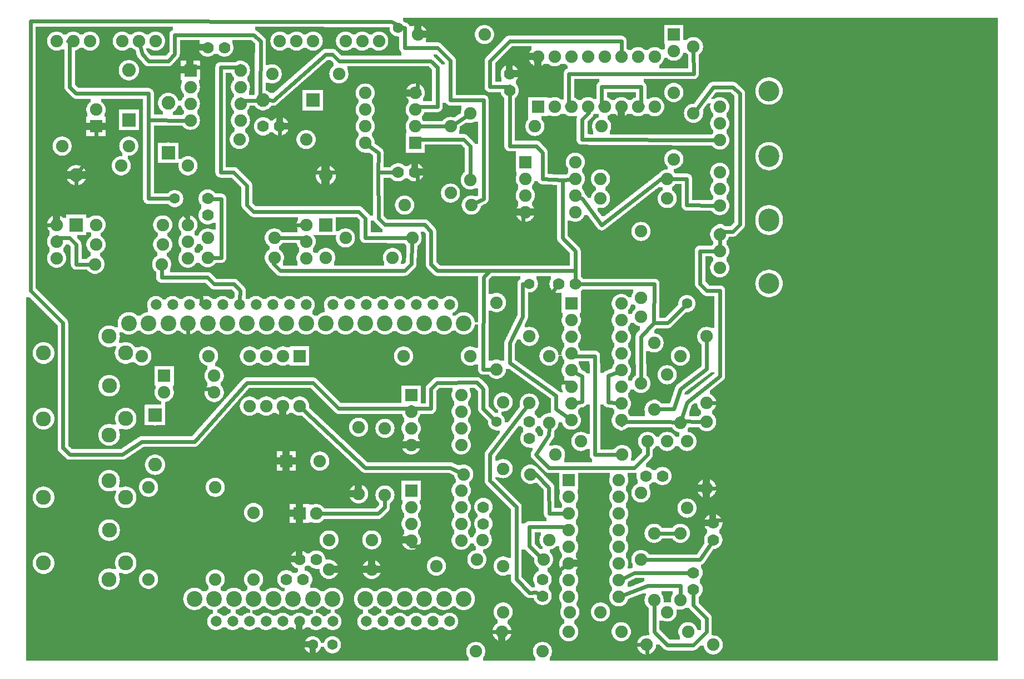
<source format=gbl>
G04 MADE WITH FRITZING*
G04 WWW.FRITZING.ORG*
G04 DOUBLE SIDED*
G04 HOLES PLATED*
G04 CONTOUR ON CENTER OF CONTOUR VECTOR*
%ASAXBY*%
%FSLAX23Y23*%
%MOIN*%
%OFA0B0*%
%SFA1.0B1.0*%
%ADD10C,0.075000*%
%ADD11C,0.062992*%
%ADD12C,0.074667*%
%ADD13C,0.074695*%
%ADD14C,0.082000*%
%ADD15C,0.070000*%
%ADD16C,0.124033*%
%ADD17C,0.090000*%
%ADD18C,0.065278*%
%ADD19C,0.094488*%
%ADD20R,0.075000X0.075000*%
%ADD21R,0.082000X0.082000*%
%ADD22C,0.024000*%
%ADD23R,0.001000X0.001000*%
%LNCOPPER0*%
G90*
G70*
G54D10*
X3387Y3476D03*
X1601Y3632D03*
X1949Y2466D03*
X3417Y2165D03*
X2917Y2282D03*
X3099Y2213D03*
X2965Y3671D03*
X1021Y3716D03*
X2955Y1308D03*
X4101Y3820D03*
G54D11*
X3056Y2302D03*
X2859Y1475D03*
X4001Y2184D03*
G54D10*
X2584Y3247D03*
X2584Y2847D03*
G54D11*
X930Y2814D03*
X2269Y3837D03*
X1875Y137D03*
X1757Y137D03*
G54D12*
X615Y3759D03*
X715Y3759D03*
G54D13*
X815Y3759D03*
G54D10*
X458Y3247D03*
X458Y3347D03*
G54D14*
X654Y3286D03*
X654Y3584D03*
G54D10*
X654Y3129D03*
X254Y3129D03*
G54D12*
X221Y3759D03*
X321Y3759D03*
G54D13*
X421Y3759D03*
G54D14*
X1757Y3404D03*
X1459Y3404D03*
G54D10*
X1914Y3562D03*
X1514Y3562D03*
X2372Y3147D03*
X2072Y3147D03*
X2372Y3247D03*
X2072Y3247D03*
X2372Y3347D03*
X2072Y3347D03*
X2372Y3447D03*
X2072Y3447D03*
G54D12*
X1560Y3759D03*
X1660Y3759D03*
G54D13*
X1760Y3759D03*
G54D10*
X1717Y3168D03*
X1317Y3168D03*
G54D12*
X1954Y3759D03*
X2054Y3759D03*
G54D13*
X2154Y3759D03*
G54D10*
X2308Y2774D03*
X2708Y2774D03*
X2702Y3326D03*
X2702Y2926D03*
G54D15*
X2269Y2971D03*
X2369Y2971D03*
G54D10*
X3032Y3032D03*
X3332Y3032D03*
X3032Y2932D03*
X3332Y2932D03*
X3032Y2832D03*
X3332Y2832D03*
X3032Y2732D03*
X3332Y2732D03*
X3883Y2814D03*
X3483Y2814D03*
X3883Y2932D03*
X3483Y2932D03*
X3107Y3365D03*
X3107Y3665D03*
X3207Y3365D03*
X3207Y3665D03*
X3307Y3365D03*
X3307Y3665D03*
X3407Y3365D03*
X3407Y3665D03*
X3507Y3365D03*
X3507Y3665D03*
X3607Y3365D03*
X3607Y3665D03*
X3707Y3365D03*
X3707Y3665D03*
X3807Y3365D03*
X3807Y3665D03*
G54D12*
X4198Y3365D03*
X4198Y3265D03*
G54D13*
X4198Y3165D03*
G54D16*
X4493Y3459D03*
X4493Y3071D03*
G54D10*
X4040Y3326D03*
X4040Y3726D03*
G54D15*
X2938Y3562D03*
X2938Y3462D03*
G54D10*
X2387Y3798D03*
X2787Y3798D03*
X3922Y3050D03*
X3922Y3450D03*
X3922Y3798D03*
X3922Y3698D03*
X3489Y3247D03*
X3089Y3247D03*
X3307Y2184D03*
X3607Y2184D03*
X3307Y2084D03*
X3607Y2084D03*
X3307Y1984D03*
X3607Y1984D03*
X3307Y1884D03*
X3607Y1884D03*
X3307Y1784D03*
X3607Y1784D03*
X3307Y1684D03*
X3607Y1684D03*
X3307Y1584D03*
X3607Y1584D03*
X3307Y1484D03*
X3607Y1484D03*
X2111Y589D03*
X1855Y589D03*
X2111Y766D03*
X1855Y766D03*
X3292Y1124D03*
X3592Y1124D03*
X3292Y1024D03*
X3592Y1024D03*
X3292Y924D03*
X3592Y924D03*
X3292Y824D03*
X3592Y824D03*
X3292Y724D03*
X3592Y724D03*
X3292Y624D03*
X3592Y624D03*
X3292Y524D03*
X3592Y524D03*
X3292Y424D03*
X3592Y424D03*
X1402Y530D03*
X1402Y930D03*
G54D15*
X1678Y648D03*
X1778Y648D03*
G54D10*
X866Y1751D03*
X1166Y1751D03*
X866Y1651D03*
X1166Y1651D03*
G54D14*
X812Y1515D03*
X812Y1217D03*
G54D17*
X537Y1691D03*
X536Y1396D03*
X536Y1987D03*
X635Y1887D03*
X636Y1494D03*
X143Y1887D03*
X143Y1493D03*
X537Y825D03*
X536Y530D03*
X536Y1121D03*
X635Y1021D03*
X636Y627D03*
X143Y1021D03*
X143Y627D03*
G54D10*
X733Y1869D03*
X1133Y1869D03*
X2702Y1869D03*
X2302Y1869D03*
X773Y1081D03*
X1173Y1081D03*
X773Y530D03*
X1173Y530D03*
G54D18*
X2177Y277D03*
X2277Y277D03*
X2377Y277D03*
X2477Y277D03*
X2577Y277D03*
X1717Y2177D03*
X1617Y2177D03*
X1517Y2177D03*
X1417Y2177D03*
X1317Y2177D03*
X1217Y2177D03*
X1117Y2177D03*
X1017Y2177D03*
X917Y2177D03*
X817Y2177D03*
X2577Y2177D03*
X2477Y2177D03*
X2377Y2177D03*
X2277Y2177D03*
X2177Y2177D03*
X2077Y2177D03*
X1977Y2177D03*
X1877Y2177D03*
X1277Y277D03*
X1177Y277D03*
X1377Y277D03*
X1477Y277D03*
X1577Y277D03*
X1677Y277D03*
X1777Y277D03*
X1877Y277D03*
X2077Y277D03*
G54D10*
X1678Y1869D03*
X1678Y1569D03*
X1578Y1869D03*
X1578Y1569D03*
X1478Y1869D03*
X1478Y1569D03*
X1378Y1869D03*
X1378Y1569D03*
G54D15*
X1699Y530D03*
X1599Y530D03*
G54D19*
X2426Y2066D03*
X2190Y2066D03*
X2308Y2066D03*
X2662Y2066D03*
X2544Y2066D03*
X2072Y2066D03*
X1954Y2066D03*
G54D10*
X221Y2456D03*
X221Y2556D03*
X221Y2656D03*
G54D19*
X1836Y2066D03*
G54D10*
X1009Y2456D03*
X1009Y2556D03*
X1009Y2656D03*
G54D19*
X1717Y2066D03*
X1599Y2066D03*
G54D10*
X1717Y2456D03*
X1717Y2556D03*
X1717Y2656D03*
G54D19*
X1363Y2066D03*
X773Y2066D03*
G54D10*
X851Y2420D03*
X451Y2420D03*
G54D19*
X1127Y2066D03*
X1009Y2066D03*
G54D10*
X458Y2538D03*
X858Y2538D03*
G54D19*
X1245Y2066D03*
X891Y2066D03*
G54D10*
X1127Y2578D03*
X1527Y2578D03*
G54D19*
X1481Y2066D03*
X654Y2066D03*
G54D10*
X458Y2656D03*
X858Y2656D03*
G54D19*
X2426Y412D03*
X2544Y412D03*
G54D10*
X1127Y2459D03*
X1527Y2459D03*
G54D19*
X2190Y412D03*
X2662Y412D03*
G54D10*
X1954Y2578D03*
X2354Y2578D03*
G54D19*
X2308Y412D03*
X2072Y412D03*
G54D15*
X1127Y2714D03*
X1127Y2814D03*
G54D19*
X1875Y412D03*
X1639Y412D03*
X1521Y412D03*
G54D14*
X1836Y2656D03*
X1836Y2954D03*
G54D19*
X1757Y412D03*
G54D14*
X339Y2656D03*
X339Y2954D03*
G54D19*
X1284Y412D03*
G54D10*
X1836Y2459D03*
X2236Y2459D03*
G54D19*
X1402Y412D03*
X1166Y412D03*
G54D10*
X1024Y3583D03*
X1324Y3583D03*
X1024Y3483D03*
X1324Y3483D03*
X1024Y3383D03*
X1324Y3383D03*
X1024Y3283D03*
X1324Y3283D03*
G54D19*
X1048Y412D03*
G54D15*
X1560Y3247D03*
X1460Y3247D03*
X1127Y3719D03*
X1227Y3719D03*
G54D10*
X2347Y1636D03*
X2647Y1636D03*
X2347Y1536D03*
X2647Y1536D03*
X2347Y1436D03*
X2647Y1436D03*
X2347Y1336D03*
X2647Y1336D03*
G54D14*
X891Y3089D03*
X891Y3387D03*
G54D10*
X1009Y3011D03*
X609Y3011D03*
X2032Y1042D03*
X2032Y1442D03*
X2190Y1436D03*
X2190Y1036D03*
X3365Y1357D03*
X3765Y1357D03*
X2347Y1063D03*
X2647Y1063D03*
X2347Y963D03*
X2647Y963D03*
X2347Y863D03*
X2647Y863D03*
X2347Y763D03*
X2647Y763D03*
X3174Y766D03*
X2774Y766D03*
X2898Y609D03*
X2498Y609D03*
G54D15*
X2780Y963D03*
X2780Y863D03*
G54D10*
X1678Y924D03*
X1778Y924D03*
X3056Y1587D03*
X3056Y1987D03*
X1599Y1239D03*
X1799Y1239D03*
X2859Y1790D03*
X2859Y2190D03*
X2662Y1160D03*
X3062Y1160D03*
X2898Y1593D03*
X2898Y1193D03*
X3174Y1469D03*
X3174Y1869D03*
X2741Y648D03*
X3141Y648D03*
X4119Y1587D03*
X4119Y1987D03*
X2892Y215D03*
X3292Y215D03*
X3613Y1278D03*
X3213Y1278D03*
X2898Y333D03*
X3298Y333D03*
X3725Y1705D03*
X3725Y2105D03*
X3725Y648D03*
X3725Y1048D03*
X3804Y1548D03*
X3804Y1948D03*
X3483Y333D03*
X3883Y333D03*
X3883Y1757D03*
X3883Y1357D03*
X4007Y215D03*
X3607Y215D03*
X4119Y1075D03*
X4119Y1475D03*
X3758Y137D03*
X4158Y137D03*
X3961Y1469D03*
X3961Y1869D03*
X3961Y406D03*
X3961Y806D03*
G54D15*
X3854Y1149D03*
X3754Y1149D03*
X4040Y469D03*
X4040Y570D03*
G54D10*
X4001Y957D03*
X4001Y1357D03*
X3804Y406D03*
X3804Y806D03*
G54D15*
X3056Y1375D03*
X3056Y1475D03*
X3135Y430D03*
X3135Y530D03*
G54D12*
X4198Y2599D03*
X4198Y2499D03*
G54D13*
X4198Y2399D03*
G54D16*
X4493Y2693D03*
X4493Y2305D03*
G54D10*
X2735Y97D03*
X3135Y97D03*
G54D12*
X4198Y2971D03*
X4198Y2871D03*
G54D13*
X4198Y2771D03*
G54D16*
X4493Y3065D03*
X4493Y2677D03*
G54D10*
X3725Y2617D03*
X3725Y2217D03*
G54D15*
X4158Y867D03*
X4158Y766D03*
X3231Y2302D03*
X3332Y2302D03*
G54D20*
X458Y3247D03*
G54D21*
X654Y3285D03*
X1758Y3404D03*
G54D20*
X2372Y3147D03*
X3032Y3032D03*
X3107Y3365D03*
X3922Y3798D03*
X3307Y2184D03*
X3292Y1124D03*
X866Y1751D03*
G54D21*
X812Y1516D03*
G54D20*
X1678Y1869D03*
G54D21*
X1836Y2655D03*
X339Y2655D03*
G54D20*
X1024Y3583D03*
X2347Y1636D03*
G54D21*
X891Y3088D03*
G54D20*
X2347Y1063D03*
X1678Y924D03*
X1599Y1239D03*
G54D22*
X3016Y2302D02*
X3037Y2302D01*
D02*
X3016Y2106D02*
X3016Y2302D01*
D02*
X2938Y1947D02*
X3016Y2106D01*
D02*
X2938Y1829D02*
X2938Y1947D01*
D02*
X3215Y1632D02*
X2938Y1829D01*
D02*
X3215Y1552D02*
X3215Y1632D01*
D02*
X3284Y1501D02*
X3215Y1552D01*
D02*
X2347Y1554D02*
X2346Y1564D01*
D02*
X2466Y1554D02*
X2347Y1554D01*
D02*
X2466Y1673D02*
X2466Y1554D01*
D02*
X2503Y1710D02*
X2466Y1673D01*
D02*
X2741Y1711D02*
X2503Y1710D01*
D02*
X2780Y1672D02*
X2741Y1711D01*
D02*
X2780Y1553D02*
X2780Y1672D01*
D02*
X2846Y1488D02*
X2780Y1553D01*
D02*
X3884Y2067D02*
X3987Y2170D01*
D02*
X3803Y2067D02*
X3884Y2067D01*
D02*
X1087Y2223D02*
X1087Y2183D01*
D02*
X144Y2656D02*
X144Y2301D01*
D02*
X144Y2302D02*
X183Y2263D01*
D02*
X183Y2263D02*
X1048Y2262D01*
D02*
X1087Y2183D02*
X1086Y2183D01*
D02*
X1048Y2262D02*
X1087Y2223D01*
D02*
X193Y2656D02*
X144Y2656D01*
D02*
X1323Y2262D02*
X1319Y2208D01*
D02*
X1284Y2301D02*
X1323Y2262D01*
D02*
X851Y2341D02*
X1126Y2341D01*
D02*
X1126Y2341D02*
X1166Y2301D01*
D02*
X1166Y2301D02*
X1284Y2301D01*
D02*
X851Y2391D02*
X851Y2341D01*
D02*
X339Y2419D02*
X423Y2420D01*
D02*
X339Y2537D02*
X339Y2419D01*
D02*
X300Y2577D02*
X339Y2537D01*
D02*
X221Y2577D02*
X300Y2577D01*
D02*
X221Y2585D02*
X221Y2577D01*
D02*
X340Y2774D02*
X340Y2922D01*
D02*
X457Y2774D02*
X340Y2774D01*
D02*
X496Y2735D02*
X457Y2774D01*
D02*
X970Y2735D02*
X496Y2735D01*
D02*
X1009Y2696D02*
X970Y2735D01*
D02*
X1009Y2685D02*
X1009Y2696D01*
D02*
X1207Y2813D02*
X1153Y2813D01*
D02*
X1207Y2459D02*
X1207Y2813D01*
D02*
X1155Y2459D02*
X1207Y2459D01*
D02*
X1126Y2893D02*
X1008Y2898D01*
D02*
X1008Y2898D02*
X1009Y2685D01*
D02*
X1244Y2892D02*
X1126Y2893D01*
D02*
X1284Y2854D02*
X1244Y2892D01*
D02*
X1284Y2696D02*
X1284Y2854D01*
D02*
X1324Y2656D02*
X1284Y2696D01*
D02*
X1689Y2656D02*
X1324Y2656D01*
D02*
X1600Y2578D02*
X1555Y2578D01*
D02*
X1718Y2578D02*
X1600Y2578D01*
D02*
X1718Y2585D02*
X1718Y2578D01*
D02*
X1008Y3601D02*
X1005Y3604D01*
D02*
X1126Y3601D02*
X1008Y3601D01*
D02*
X1126Y2893D02*
X1126Y3601D01*
D02*
X1522Y2421D02*
X1523Y2431D01*
D02*
X1561Y2382D02*
X1522Y2421D01*
D02*
X2308Y2382D02*
X1561Y2382D01*
D02*
X2348Y2421D02*
X2308Y2382D01*
D02*
X2353Y2549D02*
X2348Y2421D01*
D02*
X2072Y2578D02*
X2325Y2578D01*
D02*
X2072Y2696D02*
X2072Y2578D01*
D02*
X2033Y2736D02*
X2072Y2696D01*
D02*
X1401Y2736D02*
X2033Y2736D01*
D02*
X1362Y2775D02*
X1401Y2736D01*
D02*
X1362Y2893D02*
X1362Y2775D01*
D02*
X1283Y2972D02*
X1362Y2893D01*
D02*
X1205Y2972D02*
X1283Y2972D01*
D02*
X1322Y3601D02*
X1205Y3601D01*
D02*
X1205Y3601D02*
X1205Y2972D01*
D02*
X1322Y3612D02*
X1322Y3601D01*
D02*
X1836Y2972D02*
X1837Y2986D01*
D02*
X1559Y2970D02*
X1836Y2972D01*
D02*
X1560Y3221D02*
X1559Y2970D01*
D02*
X734Y3681D02*
X722Y3728D01*
D02*
X1325Y3403D02*
X1441Y3403D01*
D02*
X1441Y3403D02*
X1444Y3758D01*
D02*
X1444Y3758D02*
X1401Y3796D01*
D02*
X1401Y3796D02*
X929Y3796D01*
D02*
X929Y3796D02*
X929Y3681D01*
D02*
X929Y3681D02*
X891Y3639D01*
D02*
X891Y3639D02*
X772Y3639D01*
D02*
X772Y3639D02*
X734Y3681D01*
D02*
X1325Y3412D02*
X1325Y3403D01*
D02*
X2150Y2972D02*
X2151Y3088D01*
D02*
X2151Y3088D02*
X2095Y3130D01*
D02*
X2151Y2696D02*
X2150Y2972D01*
D02*
X2190Y2657D02*
X2151Y2696D01*
D02*
X2427Y2657D02*
X2190Y2657D01*
D02*
X2466Y2616D02*
X2427Y2657D01*
D02*
X2466Y2420D02*
X2466Y2616D01*
D02*
X2505Y2381D02*
X2466Y2420D01*
D02*
X2820Y2381D02*
X2505Y2381D01*
D02*
X1955Y3484D02*
X1955Y2973D01*
D02*
X1836Y2973D02*
X1836Y2986D01*
D02*
X1955Y2973D02*
X1836Y2973D01*
D02*
X2032Y3561D02*
X1955Y3484D01*
D02*
X2386Y3445D02*
X2386Y3561D01*
D02*
X2386Y3561D02*
X2032Y3561D01*
D02*
X2400Y3443D02*
X2386Y3445D01*
D02*
X1915Y3640D02*
X1876Y3680D01*
D02*
X1876Y3680D02*
X1836Y3680D01*
D02*
X1836Y3680D02*
X1521Y3403D01*
D02*
X1521Y3403D02*
X1491Y3404D01*
D02*
X2466Y3640D02*
X1915Y3640D01*
D02*
X2386Y3365D02*
X2505Y3365D01*
D02*
X2505Y3365D02*
X2505Y3601D01*
D02*
X2505Y3601D02*
X2466Y3640D01*
D02*
X2389Y3369D02*
X2386Y3365D01*
D02*
X772Y2814D02*
X911Y2814D01*
D02*
X772Y3285D02*
X772Y2814D01*
D02*
X995Y3283D02*
X772Y3285D01*
D02*
X300Y3760D02*
X290Y3760D01*
D02*
X300Y3483D02*
X300Y3760D01*
D02*
X339Y3444D02*
X300Y3483D01*
D02*
X772Y3444D02*
X339Y3444D01*
D02*
X772Y3285D02*
X772Y3444D01*
D02*
X457Y3130D02*
X357Y2981D01*
D02*
X457Y3218D02*
X457Y3130D01*
D02*
X2150Y2972D02*
X2242Y2971D01*
D02*
X2555Y3247D02*
X2400Y3247D01*
D02*
X2607Y3263D02*
X2678Y3310D01*
D02*
X2386Y3169D02*
X2387Y3171D01*
D02*
X2701Y3128D02*
X2663Y3169D01*
D02*
X2663Y3169D02*
X2386Y3169D01*
D02*
X2702Y2954D02*
X2701Y3128D01*
D02*
X3331Y2500D02*
X3332Y2328D01*
D02*
X3254Y2577D02*
X3331Y2500D01*
D02*
X3255Y2924D02*
X3254Y2577D01*
D02*
X3303Y2929D02*
X3255Y2924D01*
D02*
X2426Y2813D02*
X2386Y2853D01*
D02*
X2386Y2970D02*
X2395Y2969D01*
D02*
X2386Y2853D02*
X2386Y2970D01*
D02*
X2583Y2616D02*
X2426Y2813D01*
D02*
X3017Y2736D02*
X3017Y2616D01*
D02*
X3017Y2616D02*
X2583Y2616D01*
D02*
X3004Y2740D02*
X3017Y2736D01*
D02*
X4000Y2933D02*
X4000Y2774D01*
D02*
X4000Y2774D02*
X4166Y2772D01*
D02*
X3911Y2932D02*
X4000Y2933D01*
D02*
X3371Y2814D02*
X3490Y2655D01*
D02*
X3490Y2655D02*
X3844Y2933D01*
D02*
X3844Y2933D02*
X3854Y2932D01*
D02*
X3358Y2820D02*
X3371Y2814D01*
D02*
X733Y1356D02*
X1048Y1356D01*
D02*
X1048Y1356D02*
X1362Y1710D01*
D02*
X1362Y1710D02*
X1758Y1710D01*
D02*
X1758Y1710D02*
X1913Y1554D01*
D02*
X2347Y1554D02*
X2347Y1564D01*
D02*
X1913Y1554D02*
X2347Y1554D01*
D02*
X616Y1278D02*
X733Y1356D01*
D02*
X2230Y3876D02*
X64Y3878D01*
D02*
X2781Y2813D02*
X2781Y3404D01*
D02*
X2781Y3404D02*
X2583Y3404D01*
D02*
X2583Y3404D02*
X2583Y3641D01*
D02*
X2583Y3641D02*
X2505Y3719D01*
D02*
X2505Y3719D02*
X2307Y3719D01*
D02*
X2307Y3719D02*
X2307Y3839D01*
D02*
X2307Y3839D02*
X2303Y3837D01*
D02*
X2303Y3837D02*
X2230Y3876D01*
D02*
X64Y3878D02*
X64Y2262D01*
D02*
X64Y2262D02*
X259Y2067D01*
D02*
X259Y2067D02*
X259Y1317D01*
D02*
X259Y1317D02*
X301Y1278D01*
D02*
X301Y1278D02*
X616Y1278D01*
D02*
X2733Y2788D02*
X2781Y2813D01*
D02*
X2938Y3484D02*
X2938Y3488D01*
D02*
X2819Y3484D02*
X2938Y3484D01*
D02*
X2820Y3639D02*
X2819Y3484D01*
D02*
X2937Y3759D02*
X2820Y3639D01*
D02*
X3607Y3759D02*
X2937Y3759D01*
D02*
X3607Y3694D02*
X3607Y3759D01*
D02*
X2938Y3130D02*
X2938Y3435D01*
D02*
X3097Y3130D02*
X2938Y3130D01*
D02*
X3134Y3090D02*
X3097Y3130D01*
D02*
X3134Y2932D02*
X3134Y3090D01*
D02*
X3255Y2924D02*
X3134Y2932D01*
D02*
X3293Y3366D02*
X3293Y3563D01*
D02*
X3293Y3563D02*
X4041Y3563D01*
D02*
X4041Y3563D02*
X4040Y3697D01*
D02*
X3279Y3368D02*
X3293Y3366D01*
D02*
X3726Y3366D02*
X3736Y3367D01*
D02*
X3490Y3366D02*
X3490Y3484D01*
D02*
X3726Y3484D02*
X3726Y3366D01*
D02*
X3490Y3484D02*
X3726Y3484D01*
D02*
X3479Y3367D02*
X3490Y3366D01*
D02*
X3411Y3327D02*
X3371Y3287D01*
D02*
X3371Y3287D02*
X3371Y3168D01*
D02*
X3371Y3168D02*
X4166Y3165D01*
D02*
X3410Y3336D02*
X3411Y3327D01*
D02*
X4317Y3444D02*
X4317Y2658D01*
D02*
X4317Y2658D02*
X4276Y2616D01*
D02*
X4199Y2616D02*
X4201Y2630D01*
D02*
X4276Y2616D02*
X4199Y2616D01*
D02*
X4276Y3483D02*
X4317Y3444D01*
D02*
X4158Y3483D02*
X4276Y3483D01*
D02*
X4057Y3348D02*
X4158Y3483D01*
D02*
X2303Y3837D02*
X2288Y3837D01*
D02*
X3844Y806D02*
X3833Y806D01*
D02*
X3933Y806D02*
X3844Y806D01*
D02*
X3765Y491D02*
X3961Y491D01*
D02*
X3961Y491D02*
X3961Y434D01*
D02*
X3619Y434D02*
X3765Y491D01*
D02*
X3213Y570D02*
X3269Y608D01*
D02*
X3213Y176D02*
X3213Y570D01*
D02*
X3252Y136D02*
X3213Y176D01*
D02*
X3730Y137D02*
X3252Y136D01*
D02*
X3135Y216D02*
X2921Y215D01*
D02*
X3213Y176D02*
X3135Y216D01*
D02*
X2346Y727D02*
X2504Y727D01*
D02*
X2504Y727D02*
X2623Y648D01*
D02*
X2623Y648D02*
X2623Y569D01*
D02*
X2623Y569D02*
X2780Y450D01*
D02*
X2780Y450D02*
X2780Y216D01*
D02*
X2780Y216D02*
X2864Y215D01*
D02*
X2346Y735D02*
X2346Y727D01*
D02*
X3371Y1594D02*
X3335Y1588D01*
D02*
X3371Y1750D02*
X3371Y1594D01*
D02*
X3332Y1770D02*
X3371Y1750D01*
D02*
X3529Y1593D02*
X3579Y1587D01*
D02*
X3529Y1751D02*
X3529Y1593D01*
D02*
X3581Y1773D02*
X3529Y1751D01*
D02*
X3607Y1474D02*
X3607Y1455D01*
D02*
X3882Y1474D02*
X3607Y1474D01*
D02*
X3933Y1471D02*
X3882Y1474D01*
D02*
X3960Y1477D02*
X3957Y1497D01*
D02*
X4090Y1475D02*
X3960Y1477D01*
D02*
X4238Y884D02*
X4238Y1081D01*
D02*
X4238Y1081D02*
X4148Y1076D01*
D02*
X3765Y58D02*
X4198Y58D01*
D02*
X4198Y58D02*
X4238Y98D01*
D02*
X4238Y98D02*
X4238Y884D01*
D02*
X3761Y108D02*
X3765Y58D01*
D02*
X3805Y1553D02*
X3807Y1576D01*
D02*
X3922Y1553D02*
X3805Y1553D01*
D02*
X3962Y1673D02*
X3922Y1553D01*
D02*
X4120Y1791D02*
X3962Y1673D01*
D02*
X4119Y1958D02*
X4120Y1791D01*
D02*
X4238Y1081D02*
X4148Y1076D01*
D02*
X4238Y1593D02*
X4238Y1081D01*
D02*
X4148Y1588D02*
X4238Y1593D01*
D02*
X4157Y885D02*
X4157Y893D01*
D02*
X4238Y884D02*
X4157Y885D01*
D02*
X3843Y647D02*
X3754Y648D01*
D02*
X4079Y647D02*
X3843Y647D01*
D02*
X4144Y745D02*
X4079Y647D01*
D02*
X3096Y451D02*
X3112Y442D01*
D02*
X3055Y450D02*
X3096Y451D01*
D02*
X2820Y1277D02*
X2820Y1122D01*
D02*
X2820Y1122D02*
X2978Y964D01*
D02*
X2978Y964D02*
X2977Y531D01*
D02*
X2977Y531D02*
X3055Y450D01*
D02*
X3039Y1564D02*
X2820Y1277D01*
D02*
X3332Y2381D02*
X2820Y2381D01*
D02*
X2820Y2381D02*
X2781Y2342D01*
D02*
X2781Y2342D02*
X2780Y1789D01*
D02*
X2780Y1789D02*
X2831Y1790D01*
D02*
X3332Y2328D02*
X3332Y2381D01*
D02*
X3292Y1712D02*
X3294Y1709D01*
D02*
X3213Y1712D02*
X3292Y1712D01*
D02*
X3056Y1829D02*
X3213Y1712D01*
D02*
X3056Y1868D02*
X3056Y1829D01*
D02*
X3174Y1986D02*
X3056Y1868D01*
D02*
X3174Y2224D02*
X3174Y1986D01*
D02*
X3216Y2281D02*
X3174Y2224D01*
D02*
X4197Y2595D02*
X4194Y2567D01*
D02*
X4198Y2531D02*
X4197Y2595D01*
D02*
X4080Y2500D02*
X4166Y2499D01*
D02*
X4080Y2303D02*
X4080Y2500D01*
D02*
X4120Y2261D02*
X4080Y2303D01*
D02*
X4198Y2261D02*
X4120Y2261D01*
D02*
X4198Y2065D02*
X4198Y2261D01*
D02*
X4197Y2067D02*
X4198Y2065D01*
D02*
X4198Y1750D02*
X4197Y2067D01*
D02*
X4002Y1593D02*
X4198Y1750D01*
D02*
X3970Y1496D02*
X4002Y1593D01*
D02*
X3331Y1869D02*
X3332Y1869D01*
D02*
X3449Y1869D02*
X3331Y1869D01*
D02*
X3450Y1435D02*
X3449Y1869D01*
D02*
X3449Y1277D02*
X3450Y1435D01*
D02*
X3585Y1278D02*
X3449Y1277D01*
D02*
X2583Y1200D02*
X2637Y1173D01*
D02*
X2071Y1200D02*
X2583Y1200D01*
D02*
X1699Y1549D02*
X2071Y1200D01*
D02*
X3095Y1161D02*
X3091Y1161D01*
D02*
X3173Y1080D02*
X3095Y1161D01*
D02*
X3174Y925D02*
X3173Y1080D01*
D02*
X3264Y924D02*
X3174Y925D01*
D02*
X3685Y569D02*
X3618Y536D01*
D02*
X4014Y570D02*
X3685Y569D01*
D02*
X4040Y374D02*
X4040Y443D01*
D02*
X4118Y294D02*
X4040Y374D01*
D02*
X4118Y216D02*
X4118Y294D01*
D02*
X4040Y136D02*
X4118Y216D01*
D02*
X3883Y136D02*
X4040Y136D01*
D02*
X3804Y294D02*
X3804Y216D01*
D02*
X3804Y216D02*
X3883Y136D01*
D02*
X3804Y377D02*
X3804Y294D01*
D02*
X3173Y1396D02*
X3096Y1277D01*
D02*
X3096Y1277D02*
X3173Y1200D01*
D02*
X3686Y1200D02*
X3764Y1277D01*
D02*
X3764Y1277D02*
X3764Y1328D01*
D02*
X3173Y1200D02*
X3686Y1200D01*
D02*
X3174Y1440D02*
X3173Y1396D01*
D02*
X3805Y2302D02*
X3803Y2067D01*
D02*
X3803Y2067D02*
X3725Y1986D01*
D02*
X3725Y1986D02*
X3725Y1734D01*
D02*
X3358Y2302D02*
X3805Y2302D01*
D02*
X1167Y1673D02*
X1167Y1679D01*
D02*
X1047Y1673D02*
X1167Y1673D01*
D02*
X1009Y1711D02*
X1047Y1673D01*
D02*
X1009Y2047D02*
X1009Y1711D01*
D02*
X1835Y924D02*
X1807Y924D01*
D02*
X2189Y963D02*
X2150Y924D01*
D02*
X2150Y924D02*
X1835Y924D01*
D02*
X2189Y1007D02*
X2189Y963D01*
D02*
X3056Y727D02*
X3120Y668D01*
D02*
X3055Y846D02*
X3056Y727D01*
D02*
X3254Y846D02*
X3055Y846D01*
D02*
X3267Y838D02*
X3254Y846D01*
G36*
X2482Y3677D02*
X2482Y3667D01*
X2484Y3667D01*
X2484Y3665D01*
X2486Y3665D01*
X2486Y3663D01*
X2488Y3663D01*
X2488Y3661D01*
X2490Y3661D01*
X2490Y3659D01*
X2492Y3659D01*
X2492Y3657D01*
X2494Y3657D01*
X2494Y3655D01*
X2496Y3655D01*
X2496Y3653D01*
X2498Y3653D01*
X2498Y3651D01*
X2500Y3651D01*
X2500Y3649D01*
X2502Y3649D01*
X2502Y3647D01*
X2504Y3647D01*
X2504Y3645D01*
X2506Y3645D01*
X2506Y3643D01*
X2508Y3643D01*
X2508Y3641D01*
X2510Y3641D01*
X2510Y3639D01*
X2512Y3639D01*
X2512Y3637D01*
X2514Y3637D01*
X2514Y3635D01*
X2516Y3635D01*
X2516Y3633D01*
X2518Y3633D01*
X2518Y3631D01*
X2520Y3631D01*
X2520Y3629D01*
X2522Y3629D01*
X2522Y3627D01*
X2524Y3627D01*
X2524Y3625D01*
X2526Y3625D01*
X2526Y3623D01*
X2528Y3623D01*
X2528Y3621D01*
X2530Y3621D01*
X2530Y3619D01*
X2550Y3619D01*
X2550Y3629D01*
X2548Y3629D01*
X2548Y3631D01*
X2546Y3631D01*
X2546Y3633D01*
X2544Y3633D01*
X2544Y3635D01*
X2542Y3635D01*
X2542Y3637D01*
X2540Y3637D01*
X2540Y3639D01*
X2538Y3639D01*
X2538Y3641D01*
X2536Y3641D01*
X2536Y3643D01*
X2534Y3643D01*
X2534Y3645D01*
X2532Y3645D01*
X2532Y3647D01*
X2530Y3647D01*
X2530Y3649D01*
X2528Y3649D01*
X2528Y3651D01*
X2526Y3651D01*
X2526Y3653D01*
X2524Y3653D01*
X2524Y3655D01*
X2522Y3655D01*
X2522Y3657D01*
X2520Y3657D01*
X2520Y3659D01*
X2518Y3659D01*
X2518Y3661D01*
X2516Y3661D01*
X2516Y3663D01*
X2514Y3663D01*
X2514Y3665D01*
X2512Y3665D01*
X2512Y3667D01*
X2510Y3667D01*
X2510Y3669D01*
X2508Y3669D01*
X2508Y3671D01*
X2506Y3671D01*
X2506Y3673D01*
X2504Y3673D01*
X2504Y3675D01*
X2502Y3675D01*
X2502Y3677D01*
X2482Y3677D01*
G37*
D02*
G36*
X3978Y3689D02*
X3978Y3681D01*
X3976Y3681D01*
X3976Y3675D01*
X3974Y3675D01*
X3974Y3671D01*
X3972Y3671D01*
X3972Y3669D01*
X3970Y3669D01*
X3970Y3665D01*
X3968Y3665D01*
X3968Y3663D01*
X3966Y3663D01*
X3966Y3661D01*
X3964Y3661D01*
X3964Y3657D01*
X3962Y3657D01*
X3962Y3655D01*
X3958Y3655D01*
X3958Y3653D01*
X3956Y3653D01*
X3956Y3651D01*
X3954Y3651D01*
X3954Y3649D01*
X3950Y3649D01*
X3950Y3647D01*
X3946Y3647D01*
X3946Y3645D01*
X3942Y3645D01*
X3942Y3643D01*
X3934Y3643D01*
X3934Y3641D01*
X4008Y3641D01*
X4008Y3679D01*
X4006Y3679D01*
X4006Y3681D01*
X4004Y3681D01*
X4004Y3683D01*
X4000Y3683D01*
X4000Y3685D01*
X3998Y3685D01*
X3998Y3689D01*
X3978Y3689D01*
G37*
D02*
G36*
X3864Y3657D02*
X3864Y3653D01*
X3862Y3653D01*
X3862Y3645D01*
X3860Y3645D01*
X3860Y3641D01*
X3910Y3641D01*
X3910Y3643D01*
X3902Y3643D01*
X3902Y3645D01*
X3898Y3645D01*
X3898Y3647D01*
X3894Y3647D01*
X3894Y3649D01*
X3890Y3649D01*
X3890Y3651D01*
X3888Y3651D01*
X3888Y3653D01*
X3886Y3653D01*
X3886Y3655D01*
X3884Y3655D01*
X3884Y3657D01*
X3864Y3657D01*
G37*
D02*
G36*
X3858Y3641D02*
X3858Y3639D01*
X4008Y3639D01*
X4008Y3641D01*
X3858Y3641D01*
G37*
D02*
G36*
X3858Y3641D02*
X3858Y3639D01*
X4008Y3639D01*
X4008Y3641D01*
X3858Y3641D01*
G37*
D02*
G36*
X3858Y3639D02*
X3858Y3637D01*
X3856Y3637D01*
X3856Y3633D01*
X3854Y3633D01*
X3854Y3631D01*
X3852Y3631D01*
X3852Y3629D01*
X3850Y3629D01*
X3850Y3625D01*
X3848Y3625D01*
X3848Y3623D01*
X3846Y3623D01*
X3846Y3621D01*
X3842Y3621D01*
X3842Y3619D01*
X3840Y3619D01*
X3840Y3617D01*
X3838Y3617D01*
X3838Y3615D01*
X3834Y3615D01*
X3834Y3595D01*
X4008Y3595D01*
X4008Y3639D01*
X3858Y3639D01*
G37*
D02*
G36*
X3326Y3531D02*
X3326Y3423D01*
X3412Y3423D01*
X3412Y3421D01*
X3424Y3421D01*
X3424Y3419D01*
X3430Y3419D01*
X3430Y3417D01*
X3434Y3417D01*
X3434Y3415D01*
X3436Y3415D01*
X3436Y3413D01*
X3458Y3413D01*
X3458Y3493D01*
X3460Y3493D01*
X3460Y3497D01*
X3462Y3497D01*
X3462Y3501D01*
X3464Y3501D01*
X3464Y3505D01*
X3466Y3505D01*
X3466Y3507D01*
X3468Y3507D01*
X3468Y3509D01*
X3470Y3509D01*
X3470Y3511D01*
X3474Y3511D01*
X3474Y3531D01*
X3326Y3531D01*
G37*
D02*
G36*
X3326Y3423D02*
X3326Y3419D01*
X3330Y3419D01*
X3330Y3417D01*
X3334Y3417D01*
X3334Y3415D01*
X3336Y3415D01*
X3336Y3413D01*
X3340Y3413D01*
X3340Y3411D01*
X3342Y3411D01*
X3342Y3409D01*
X3344Y3409D01*
X3344Y3407D01*
X3348Y3407D01*
X3348Y3405D01*
X3368Y3405D01*
X3368Y3407D01*
X3370Y3407D01*
X3370Y3409D01*
X3372Y3409D01*
X3372Y3411D01*
X3374Y3411D01*
X3374Y3413D01*
X3378Y3413D01*
X3378Y3415D01*
X3380Y3415D01*
X3380Y3417D01*
X3386Y3417D01*
X3386Y3419D01*
X3392Y3419D01*
X3392Y3421D01*
X3402Y3421D01*
X3402Y3423D01*
X3326Y3423D01*
G37*
D02*
G36*
X1412Y3845D02*
X1412Y3825D01*
X1416Y3825D01*
X1416Y3823D01*
X1420Y3823D01*
X1420Y3821D01*
X1422Y3821D01*
X1422Y3819D01*
X1424Y3819D01*
X1424Y3817D01*
X1426Y3817D01*
X1426Y3815D01*
X2168Y3815D01*
X2168Y3813D01*
X2174Y3813D01*
X2174Y3811D01*
X2178Y3811D01*
X2178Y3809D01*
X2182Y3809D01*
X2182Y3807D01*
X2186Y3807D01*
X2186Y3805D01*
X2188Y3805D01*
X2188Y3803D01*
X2190Y3803D01*
X2190Y3801D01*
X2194Y3801D01*
X2194Y3799D01*
X2196Y3799D01*
X2196Y3795D01*
X2198Y3795D01*
X2198Y3793D01*
X2200Y3793D01*
X2200Y3791D01*
X2202Y3791D01*
X2202Y3787D01*
X2204Y3787D01*
X2204Y3783D01*
X2206Y3783D01*
X2206Y3779D01*
X2208Y3779D01*
X2208Y3773D01*
X2210Y3773D01*
X2210Y3745D01*
X2208Y3745D01*
X2208Y3737D01*
X2206Y3737D01*
X2206Y3733D01*
X2204Y3733D01*
X2204Y3729D01*
X2202Y3729D01*
X2202Y3727D01*
X2200Y3727D01*
X2200Y3725D01*
X2198Y3725D01*
X2198Y3721D01*
X2196Y3721D01*
X2196Y3719D01*
X2194Y3719D01*
X2194Y3717D01*
X2192Y3717D01*
X2192Y3715D01*
X2190Y3715D01*
X2190Y3713D01*
X2186Y3713D01*
X2186Y3711D01*
X2184Y3711D01*
X2184Y3709D01*
X2180Y3709D01*
X2180Y3707D01*
X2176Y3707D01*
X2176Y3705D01*
X2170Y3705D01*
X2170Y3703D01*
X2162Y3703D01*
X2162Y3701D01*
X2280Y3701D01*
X2280Y3703D01*
X2278Y3703D01*
X2278Y3707D01*
X2276Y3707D01*
X2276Y3719D01*
X2274Y3719D01*
X2274Y3785D01*
X2266Y3785D01*
X2266Y3787D01*
X2254Y3787D01*
X2254Y3789D01*
X2248Y3789D01*
X2248Y3791D01*
X2244Y3791D01*
X2244Y3793D01*
X2242Y3793D01*
X2242Y3795D01*
X2238Y3795D01*
X2238Y3797D01*
X2236Y3797D01*
X2236Y3799D01*
X2234Y3799D01*
X2234Y3801D01*
X2232Y3801D01*
X2232Y3803D01*
X2230Y3803D01*
X2230Y3805D01*
X2228Y3805D01*
X2228Y3807D01*
X2226Y3807D01*
X2226Y3811D01*
X2224Y3811D01*
X2224Y3813D01*
X2222Y3813D01*
X2222Y3817D01*
X2220Y3817D01*
X2220Y3825D01*
X2218Y3825D01*
X2218Y3843D01*
X1824Y3843D01*
X1824Y3845D01*
X1412Y3845D01*
G37*
D02*
G36*
X1430Y3815D02*
X1430Y3813D01*
X1432Y3813D01*
X1432Y3811D01*
X1434Y3811D01*
X1434Y3809D01*
X1436Y3809D01*
X1436Y3807D01*
X1438Y3807D01*
X1438Y3805D01*
X1440Y3805D01*
X1440Y3803D01*
X1442Y3803D01*
X1442Y3801D01*
X1444Y3801D01*
X1444Y3799D01*
X1446Y3799D01*
X1446Y3797D01*
X1450Y3797D01*
X1450Y3795D01*
X1452Y3795D01*
X1452Y3793D01*
X1454Y3793D01*
X1454Y3791D01*
X1456Y3791D01*
X1456Y3789D01*
X1458Y3789D01*
X1458Y3787D01*
X1460Y3787D01*
X1460Y3785D01*
X1462Y3785D01*
X1462Y3783D01*
X1464Y3783D01*
X1464Y3781D01*
X1466Y3781D01*
X1466Y3779D01*
X1468Y3779D01*
X1468Y3777D01*
X1470Y3777D01*
X1470Y3775D01*
X1472Y3775D01*
X1472Y3771D01*
X1474Y3771D01*
X1474Y3763D01*
X1476Y3763D01*
X1476Y3701D01*
X1552Y3701D01*
X1552Y3703D01*
X1542Y3703D01*
X1542Y3705D01*
X1538Y3705D01*
X1538Y3707D01*
X1534Y3707D01*
X1534Y3709D01*
X1530Y3709D01*
X1530Y3711D01*
X1526Y3711D01*
X1526Y3713D01*
X1524Y3713D01*
X1524Y3715D01*
X1522Y3715D01*
X1522Y3717D01*
X1520Y3717D01*
X1520Y3719D01*
X1518Y3719D01*
X1518Y3721D01*
X1516Y3721D01*
X1516Y3723D01*
X1514Y3723D01*
X1514Y3725D01*
X1512Y3725D01*
X1512Y3729D01*
X1510Y3729D01*
X1510Y3733D01*
X1508Y3733D01*
X1508Y3737D01*
X1506Y3737D01*
X1506Y3743D01*
X1504Y3743D01*
X1504Y3753D01*
X1502Y3753D01*
X1502Y3765D01*
X1504Y3765D01*
X1504Y3775D01*
X1506Y3775D01*
X1506Y3781D01*
X1508Y3781D01*
X1508Y3785D01*
X1510Y3785D01*
X1510Y3789D01*
X1512Y3789D01*
X1512Y3791D01*
X1514Y3791D01*
X1514Y3793D01*
X1516Y3793D01*
X1516Y3797D01*
X1518Y3797D01*
X1518Y3799D01*
X1520Y3799D01*
X1520Y3801D01*
X1522Y3801D01*
X1522Y3803D01*
X1526Y3803D01*
X1526Y3805D01*
X1528Y3805D01*
X1528Y3807D01*
X1532Y3807D01*
X1532Y3809D01*
X1534Y3809D01*
X1534Y3811D01*
X1540Y3811D01*
X1540Y3813D01*
X1546Y3813D01*
X1546Y3815D01*
X1430Y3815D01*
G37*
D02*
G36*
X1574Y3815D02*
X1574Y3813D01*
X1580Y3813D01*
X1580Y3811D01*
X1586Y3811D01*
X1586Y3809D01*
X1588Y3809D01*
X1588Y3807D01*
X1592Y3807D01*
X1592Y3805D01*
X1594Y3805D01*
X1594Y3803D01*
X1596Y3803D01*
X1596Y3801D01*
X1600Y3801D01*
X1600Y3799D01*
X1620Y3799D01*
X1620Y3801D01*
X1622Y3801D01*
X1622Y3803D01*
X1626Y3803D01*
X1626Y3805D01*
X1628Y3805D01*
X1628Y3807D01*
X1632Y3807D01*
X1632Y3809D01*
X1634Y3809D01*
X1634Y3811D01*
X1640Y3811D01*
X1640Y3813D01*
X1646Y3813D01*
X1646Y3815D01*
X1574Y3815D01*
G37*
D02*
G36*
X1674Y3815D02*
X1674Y3813D01*
X1680Y3813D01*
X1680Y3811D01*
X1686Y3811D01*
X1686Y3809D01*
X1688Y3809D01*
X1688Y3807D01*
X1692Y3807D01*
X1692Y3805D01*
X1694Y3805D01*
X1694Y3803D01*
X1696Y3803D01*
X1696Y3801D01*
X1700Y3801D01*
X1700Y3799D01*
X1720Y3799D01*
X1720Y3801D01*
X1722Y3801D01*
X1722Y3803D01*
X1726Y3803D01*
X1726Y3805D01*
X1728Y3805D01*
X1728Y3807D01*
X1732Y3807D01*
X1732Y3809D01*
X1734Y3809D01*
X1734Y3811D01*
X1740Y3811D01*
X1740Y3813D01*
X1746Y3813D01*
X1746Y3815D01*
X1674Y3815D01*
G37*
D02*
G36*
X1774Y3815D02*
X1774Y3813D01*
X1780Y3813D01*
X1780Y3811D01*
X1786Y3811D01*
X1786Y3809D01*
X1788Y3809D01*
X1788Y3807D01*
X1792Y3807D01*
X1792Y3805D01*
X1794Y3805D01*
X1794Y3803D01*
X1796Y3803D01*
X1796Y3801D01*
X1800Y3801D01*
X1800Y3799D01*
X1802Y3799D01*
X1802Y3797D01*
X1804Y3797D01*
X1804Y3793D01*
X1806Y3793D01*
X1806Y3791D01*
X1808Y3791D01*
X1808Y3787D01*
X1810Y3787D01*
X1810Y3785D01*
X1812Y3785D01*
X1812Y3781D01*
X1814Y3781D01*
X1814Y3773D01*
X1816Y3773D01*
X1816Y3763D01*
X1818Y3763D01*
X1818Y3755D01*
X1816Y3755D01*
X1816Y3743D01*
X1814Y3743D01*
X1814Y3737D01*
X1812Y3737D01*
X1812Y3733D01*
X1810Y3733D01*
X1810Y3729D01*
X1808Y3729D01*
X1808Y3727D01*
X1806Y3727D01*
X1806Y3723D01*
X1804Y3723D01*
X1804Y3721D01*
X1802Y3721D01*
X1802Y3719D01*
X1800Y3719D01*
X1800Y3717D01*
X1798Y3717D01*
X1798Y3715D01*
X1796Y3715D01*
X1796Y3713D01*
X1792Y3713D01*
X1792Y3711D01*
X1884Y3711D01*
X1884Y3709D01*
X1890Y3709D01*
X1890Y3707D01*
X1894Y3707D01*
X1894Y3705D01*
X1896Y3705D01*
X1896Y3703D01*
X1898Y3703D01*
X1898Y3701D01*
X1946Y3701D01*
X1946Y3703D01*
X1936Y3703D01*
X1936Y3705D01*
X1930Y3705D01*
X1930Y3707D01*
X1926Y3707D01*
X1926Y3709D01*
X1924Y3709D01*
X1924Y3711D01*
X1920Y3711D01*
X1920Y3713D01*
X1918Y3713D01*
X1918Y3715D01*
X1916Y3715D01*
X1916Y3717D01*
X1914Y3717D01*
X1914Y3719D01*
X1912Y3719D01*
X1912Y3721D01*
X1910Y3721D01*
X1910Y3723D01*
X1908Y3723D01*
X1908Y3725D01*
X1906Y3725D01*
X1906Y3729D01*
X1904Y3729D01*
X1904Y3731D01*
X1902Y3731D01*
X1902Y3735D01*
X1900Y3735D01*
X1900Y3741D01*
X1898Y3741D01*
X1898Y3751D01*
X1896Y3751D01*
X1896Y3767D01*
X1898Y3767D01*
X1898Y3775D01*
X1900Y3775D01*
X1900Y3781D01*
X1902Y3781D01*
X1902Y3785D01*
X1904Y3785D01*
X1904Y3789D01*
X1906Y3789D01*
X1906Y3791D01*
X1908Y3791D01*
X1908Y3795D01*
X1910Y3795D01*
X1910Y3797D01*
X1912Y3797D01*
X1912Y3799D01*
X1914Y3799D01*
X1914Y3801D01*
X1916Y3801D01*
X1916Y3803D01*
X1920Y3803D01*
X1920Y3805D01*
X1922Y3805D01*
X1922Y3807D01*
X1924Y3807D01*
X1924Y3809D01*
X1928Y3809D01*
X1928Y3811D01*
X1932Y3811D01*
X1932Y3813D01*
X1940Y3813D01*
X1940Y3815D01*
X1774Y3815D01*
G37*
D02*
G36*
X1968Y3815D02*
X1968Y3813D01*
X1974Y3813D01*
X1974Y3811D01*
X1978Y3811D01*
X1978Y3809D01*
X1982Y3809D01*
X1982Y3807D01*
X1986Y3807D01*
X1986Y3805D01*
X1988Y3805D01*
X1988Y3803D01*
X1990Y3803D01*
X1990Y3801D01*
X1994Y3801D01*
X1994Y3799D01*
X2014Y3799D01*
X2014Y3801D01*
X2016Y3801D01*
X2016Y3803D01*
X2020Y3803D01*
X2020Y3805D01*
X2022Y3805D01*
X2022Y3807D01*
X2024Y3807D01*
X2024Y3809D01*
X2028Y3809D01*
X2028Y3811D01*
X2032Y3811D01*
X2032Y3813D01*
X2040Y3813D01*
X2040Y3815D01*
X1968Y3815D01*
G37*
D02*
G36*
X2068Y3815D02*
X2068Y3813D01*
X2074Y3813D01*
X2074Y3811D01*
X2078Y3811D01*
X2078Y3809D01*
X2082Y3809D01*
X2082Y3807D01*
X2086Y3807D01*
X2086Y3805D01*
X2088Y3805D01*
X2088Y3803D01*
X2090Y3803D01*
X2090Y3801D01*
X2094Y3801D01*
X2094Y3799D01*
X2114Y3799D01*
X2114Y3801D01*
X2116Y3801D01*
X2116Y3803D01*
X2120Y3803D01*
X2120Y3805D01*
X2122Y3805D01*
X2122Y3807D01*
X2124Y3807D01*
X2124Y3809D01*
X2128Y3809D01*
X2128Y3811D01*
X2132Y3811D01*
X2132Y3813D01*
X2140Y3813D01*
X2140Y3815D01*
X2068Y3815D01*
G37*
D02*
G36*
X1600Y3719D02*
X1600Y3717D01*
X1598Y3717D01*
X1598Y3715D01*
X1596Y3715D01*
X1596Y3713D01*
X1592Y3713D01*
X1592Y3711D01*
X1590Y3711D01*
X1590Y3709D01*
X1586Y3709D01*
X1586Y3707D01*
X1582Y3707D01*
X1582Y3705D01*
X1578Y3705D01*
X1578Y3703D01*
X1568Y3703D01*
X1568Y3701D01*
X1652Y3701D01*
X1652Y3703D01*
X1642Y3703D01*
X1642Y3705D01*
X1638Y3705D01*
X1638Y3707D01*
X1634Y3707D01*
X1634Y3709D01*
X1630Y3709D01*
X1630Y3711D01*
X1626Y3711D01*
X1626Y3713D01*
X1624Y3713D01*
X1624Y3715D01*
X1622Y3715D01*
X1622Y3717D01*
X1620Y3717D01*
X1620Y3719D01*
X1600Y3719D01*
G37*
D02*
G36*
X1700Y3719D02*
X1700Y3717D01*
X1698Y3717D01*
X1698Y3715D01*
X1696Y3715D01*
X1696Y3713D01*
X1692Y3713D01*
X1692Y3711D01*
X1690Y3711D01*
X1690Y3709D01*
X1686Y3709D01*
X1686Y3707D01*
X1682Y3707D01*
X1682Y3705D01*
X1678Y3705D01*
X1678Y3703D01*
X1668Y3703D01*
X1668Y3701D01*
X1752Y3701D01*
X1752Y3703D01*
X1742Y3703D01*
X1742Y3705D01*
X1738Y3705D01*
X1738Y3707D01*
X1734Y3707D01*
X1734Y3709D01*
X1730Y3709D01*
X1730Y3711D01*
X1726Y3711D01*
X1726Y3713D01*
X1724Y3713D01*
X1724Y3715D01*
X1722Y3715D01*
X1722Y3717D01*
X1720Y3717D01*
X1720Y3719D01*
X1700Y3719D01*
G37*
D02*
G36*
X1994Y3719D02*
X1994Y3717D01*
X1992Y3717D01*
X1992Y3715D01*
X1990Y3715D01*
X1990Y3713D01*
X1986Y3713D01*
X1986Y3711D01*
X1984Y3711D01*
X1984Y3709D01*
X1980Y3709D01*
X1980Y3707D01*
X1976Y3707D01*
X1976Y3705D01*
X1970Y3705D01*
X1970Y3703D01*
X1962Y3703D01*
X1962Y3701D01*
X2046Y3701D01*
X2046Y3703D01*
X2036Y3703D01*
X2036Y3705D01*
X2030Y3705D01*
X2030Y3707D01*
X2026Y3707D01*
X2026Y3709D01*
X2024Y3709D01*
X2024Y3711D01*
X2020Y3711D01*
X2020Y3713D01*
X2018Y3713D01*
X2018Y3715D01*
X2016Y3715D01*
X2016Y3717D01*
X2014Y3717D01*
X2014Y3719D01*
X1994Y3719D01*
G37*
D02*
G36*
X2094Y3719D02*
X2094Y3717D01*
X2092Y3717D01*
X2092Y3715D01*
X2090Y3715D01*
X2090Y3713D01*
X2086Y3713D01*
X2086Y3711D01*
X2084Y3711D01*
X2084Y3709D01*
X2080Y3709D01*
X2080Y3707D01*
X2076Y3707D01*
X2076Y3705D01*
X2070Y3705D01*
X2070Y3703D01*
X2062Y3703D01*
X2062Y3701D01*
X2146Y3701D01*
X2146Y3703D01*
X2136Y3703D01*
X2136Y3705D01*
X2130Y3705D01*
X2130Y3707D01*
X2126Y3707D01*
X2126Y3709D01*
X2124Y3709D01*
X2124Y3711D01*
X2120Y3711D01*
X2120Y3713D01*
X2118Y3713D01*
X2118Y3715D01*
X2116Y3715D01*
X2116Y3717D01*
X2114Y3717D01*
X2114Y3719D01*
X2094Y3719D01*
G37*
D02*
G36*
X1790Y3711D02*
X1790Y3709D01*
X1786Y3709D01*
X1786Y3707D01*
X1782Y3707D01*
X1782Y3705D01*
X1778Y3705D01*
X1778Y3703D01*
X1768Y3703D01*
X1768Y3701D01*
X1812Y3701D01*
X1812Y3703D01*
X1814Y3703D01*
X1814Y3705D01*
X1818Y3705D01*
X1818Y3707D01*
X1820Y3707D01*
X1820Y3709D01*
X1826Y3709D01*
X1826Y3711D01*
X1790Y3711D01*
G37*
D02*
G36*
X1476Y3701D02*
X1476Y3699D01*
X1810Y3699D01*
X1810Y3701D01*
X1476Y3701D01*
G37*
D02*
G36*
X1476Y3701D02*
X1476Y3699D01*
X1810Y3699D01*
X1810Y3701D01*
X1476Y3701D01*
G37*
D02*
G36*
X1476Y3701D02*
X1476Y3699D01*
X1810Y3699D01*
X1810Y3701D01*
X1476Y3701D01*
G37*
D02*
G36*
X1476Y3701D02*
X1476Y3699D01*
X1810Y3699D01*
X1810Y3701D01*
X1476Y3701D01*
G37*
D02*
G36*
X1900Y3701D02*
X1900Y3699D01*
X2282Y3699D01*
X2282Y3701D01*
X1900Y3701D01*
G37*
D02*
G36*
X1900Y3701D02*
X1900Y3699D01*
X2282Y3699D01*
X2282Y3701D01*
X1900Y3701D01*
G37*
D02*
G36*
X1900Y3701D02*
X1900Y3699D01*
X2282Y3699D01*
X2282Y3701D01*
X1900Y3701D01*
G37*
D02*
G36*
X1900Y3701D02*
X1900Y3699D01*
X2282Y3699D01*
X2282Y3701D01*
X1900Y3701D01*
G37*
D02*
G36*
X1476Y3699D02*
X1476Y3685D01*
X1474Y3685D01*
X1474Y3619D01*
X1526Y3619D01*
X1526Y3617D01*
X1532Y3617D01*
X1532Y3615D01*
X1538Y3615D01*
X1538Y3613D01*
X1542Y3613D01*
X1542Y3611D01*
X1546Y3611D01*
X1546Y3609D01*
X1548Y3609D01*
X1548Y3607D01*
X1550Y3607D01*
X1550Y3605D01*
X1552Y3605D01*
X1552Y3603D01*
X1556Y3603D01*
X1556Y3599D01*
X1558Y3599D01*
X1558Y3597D01*
X1560Y3597D01*
X1560Y3595D01*
X1562Y3595D01*
X1562Y3591D01*
X1564Y3591D01*
X1564Y3589D01*
X1566Y3589D01*
X1566Y3585D01*
X1568Y3585D01*
X1568Y3579D01*
X1570Y3579D01*
X1570Y3569D01*
X1572Y3569D01*
X1572Y3553D01*
X1570Y3553D01*
X1570Y3545D01*
X1568Y3545D01*
X1568Y3539D01*
X1566Y3539D01*
X1566Y3535D01*
X1564Y3535D01*
X1564Y3531D01*
X1562Y3531D01*
X1562Y3529D01*
X1560Y3529D01*
X1560Y3527D01*
X1558Y3527D01*
X1558Y3523D01*
X1556Y3523D01*
X1556Y3521D01*
X1554Y3521D01*
X1554Y3519D01*
X1552Y3519D01*
X1552Y3517D01*
X1548Y3517D01*
X1548Y3515D01*
X1546Y3515D01*
X1546Y3513D01*
X1542Y3513D01*
X1542Y3511D01*
X1540Y3511D01*
X1540Y3509D01*
X1534Y3509D01*
X1534Y3507D01*
X1528Y3507D01*
X1528Y3505D01*
X1590Y3505D01*
X1590Y3507D01*
X1592Y3507D01*
X1592Y3509D01*
X1594Y3509D01*
X1594Y3511D01*
X1596Y3511D01*
X1596Y3513D01*
X1598Y3513D01*
X1598Y3515D01*
X1600Y3515D01*
X1600Y3517D01*
X1602Y3517D01*
X1602Y3519D01*
X1606Y3519D01*
X1606Y3521D01*
X1608Y3521D01*
X1608Y3523D01*
X1610Y3523D01*
X1610Y3525D01*
X1612Y3525D01*
X1612Y3527D01*
X1614Y3527D01*
X1614Y3529D01*
X1616Y3529D01*
X1616Y3531D01*
X1618Y3531D01*
X1618Y3533D01*
X1622Y3533D01*
X1622Y3535D01*
X1624Y3535D01*
X1624Y3537D01*
X1626Y3537D01*
X1626Y3539D01*
X1628Y3539D01*
X1628Y3541D01*
X1630Y3541D01*
X1630Y3543D01*
X1632Y3543D01*
X1632Y3545D01*
X1634Y3545D01*
X1634Y3547D01*
X1638Y3547D01*
X1638Y3549D01*
X1640Y3549D01*
X1640Y3551D01*
X1642Y3551D01*
X1642Y3553D01*
X1644Y3553D01*
X1644Y3555D01*
X1646Y3555D01*
X1646Y3557D01*
X1648Y3557D01*
X1648Y3559D01*
X1650Y3559D01*
X1650Y3561D01*
X1654Y3561D01*
X1654Y3563D01*
X1656Y3563D01*
X1656Y3565D01*
X1658Y3565D01*
X1658Y3567D01*
X1660Y3567D01*
X1660Y3569D01*
X1662Y3569D01*
X1662Y3571D01*
X1664Y3571D01*
X1664Y3573D01*
X1666Y3573D01*
X1666Y3575D01*
X1670Y3575D01*
X1670Y3577D01*
X1672Y3577D01*
X1672Y3579D01*
X1674Y3579D01*
X1674Y3581D01*
X1676Y3581D01*
X1676Y3583D01*
X1678Y3583D01*
X1678Y3585D01*
X1680Y3585D01*
X1680Y3587D01*
X1682Y3587D01*
X1682Y3589D01*
X1684Y3589D01*
X1684Y3591D01*
X1688Y3591D01*
X1688Y3593D01*
X1690Y3593D01*
X1690Y3595D01*
X1692Y3595D01*
X1692Y3597D01*
X1694Y3597D01*
X1694Y3599D01*
X1696Y3599D01*
X1696Y3601D01*
X1698Y3601D01*
X1698Y3603D01*
X1700Y3603D01*
X1700Y3605D01*
X1704Y3605D01*
X1704Y3607D01*
X1706Y3607D01*
X1706Y3609D01*
X1708Y3609D01*
X1708Y3611D01*
X1710Y3611D01*
X1710Y3613D01*
X1712Y3613D01*
X1712Y3615D01*
X1714Y3615D01*
X1714Y3617D01*
X1716Y3617D01*
X1716Y3619D01*
X1720Y3619D01*
X1720Y3621D01*
X1722Y3621D01*
X1722Y3623D01*
X1724Y3623D01*
X1724Y3625D01*
X1726Y3625D01*
X1726Y3627D01*
X1728Y3627D01*
X1728Y3629D01*
X1730Y3629D01*
X1730Y3631D01*
X1732Y3631D01*
X1732Y3633D01*
X1736Y3633D01*
X1736Y3635D01*
X1738Y3635D01*
X1738Y3637D01*
X1740Y3637D01*
X1740Y3639D01*
X1742Y3639D01*
X1742Y3641D01*
X1744Y3641D01*
X1744Y3643D01*
X1746Y3643D01*
X1746Y3645D01*
X1748Y3645D01*
X1748Y3647D01*
X1752Y3647D01*
X1752Y3649D01*
X1754Y3649D01*
X1754Y3651D01*
X1756Y3651D01*
X1756Y3653D01*
X1758Y3653D01*
X1758Y3655D01*
X1760Y3655D01*
X1760Y3657D01*
X1762Y3657D01*
X1762Y3659D01*
X1764Y3659D01*
X1764Y3661D01*
X1768Y3661D01*
X1768Y3663D01*
X1770Y3663D01*
X1770Y3665D01*
X1772Y3665D01*
X1772Y3667D01*
X1774Y3667D01*
X1774Y3669D01*
X1776Y3669D01*
X1776Y3671D01*
X1778Y3671D01*
X1778Y3673D01*
X1780Y3673D01*
X1780Y3675D01*
X1782Y3675D01*
X1782Y3677D01*
X1786Y3677D01*
X1786Y3679D01*
X1788Y3679D01*
X1788Y3681D01*
X1790Y3681D01*
X1790Y3683D01*
X1792Y3683D01*
X1792Y3685D01*
X1794Y3685D01*
X1794Y3687D01*
X1796Y3687D01*
X1796Y3689D01*
X1798Y3689D01*
X1798Y3691D01*
X1802Y3691D01*
X1802Y3693D01*
X1804Y3693D01*
X1804Y3695D01*
X1806Y3695D01*
X1806Y3697D01*
X1808Y3697D01*
X1808Y3699D01*
X1476Y3699D01*
G37*
D02*
G36*
X1902Y3699D02*
X1902Y3697D01*
X1904Y3697D01*
X1904Y3695D01*
X1906Y3695D01*
X1906Y3693D01*
X1908Y3693D01*
X1908Y3691D01*
X1910Y3691D01*
X1910Y3689D01*
X1912Y3689D01*
X1912Y3687D01*
X1914Y3687D01*
X1914Y3685D01*
X1916Y3685D01*
X1916Y3683D01*
X1918Y3683D01*
X1918Y3681D01*
X1920Y3681D01*
X1920Y3679D01*
X1922Y3679D01*
X1922Y3677D01*
X1924Y3677D01*
X1924Y3675D01*
X1926Y3675D01*
X1926Y3673D01*
X2290Y3673D01*
X2290Y3693D01*
X2286Y3693D01*
X2286Y3695D01*
X2284Y3695D01*
X2284Y3697D01*
X2282Y3697D01*
X2282Y3699D01*
X1902Y3699D01*
G37*
D02*
G36*
X1474Y3619D02*
X1474Y3615D01*
X1496Y3615D01*
X1496Y3617D01*
X1504Y3617D01*
X1504Y3619D01*
X1474Y3619D01*
G37*
D02*
G36*
X1474Y3509D02*
X1474Y3505D01*
X1500Y3505D01*
X1500Y3507D01*
X1494Y3507D01*
X1494Y3509D01*
X1474Y3509D01*
G37*
D02*
G36*
X1474Y3505D02*
X1474Y3503D01*
X1586Y3503D01*
X1586Y3505D01*
X1474Y3505D01*
G37*
D02*
G36*
X1474Y3505D02*
X1474Y3503D01*
X1586Y3503D01*
X1586Y3505D01*
X1474Y3505D01*
G37*
D02*
G36*
X1474Y3503D02*
X1474Y3463D01*
X1478Y3463D01*
X1478Y3461D01*
X1484Y3461D01*
X1484Y3459D01*
X1488Y3459D01*
X1488Y3457D01*
X1490Y3457D01*
X1490Y3455D01*
X1494Y3455D01*
X1494Y3453D01*
X1496Y3453D01*
X1496Y3451D01*
X1498Y3451D01*
X1498Y3449D01*
X1502Y3449D01*
X1502Y3447D01*
X1524Y3447D01*
X1524Y3449D01*
X1526Y3449D01*
X1526Y3451D01*
X1528Y3451D01*
X1528Y3453D01*
X1530Y3453D01*
X1530Y3455D01*
X1532Y3455D01*
X1532Y3457D01*
X1534Y3457D01*
X1534Y3459D01*
X1536Y3459D01*
X1536Y3461D01*
X1540Y3461D01*
X1540Y3463D01*
X1542Y3463D01*
X1542Y3465D01*
X1544Y3465D01*
X1544Y3467D01*
X1546Y3467D01*
X1546Y3469D01*
X1548Y3469D01*
X1548Y3471D01*
X1550Y3471D01*
X1550Y3473D01*
X1552Y3473D01*
X1552Y3475D01*
X1556Y3475D01*
X1556Y3477D01*
X1558Y3477D01*
X1558Y3479D01*
X1560Y3479D01*
X1560Y3481D01*
X1562Y3481D01*
X1562Y3483D01*
X1564Y3483D01*
X1564Y3485D01*
X1566Y3485D01*
X1566Y3487D01*
X1568Y3487D01*
X1568Y3489D01*
X1570Y3489D01*
X1570Y3491D01*
X1574Y3491D01*
X1574Y3493D01*
X1576Y3493D01*
X1576Y3495D01*
X1578Y3495D01*
X1578Y3497D01*
X1580Y3497D01*
X1580Y3499D01*
X1582Y3499D01*
X1582Y3501D01*
X1584Y3501D01*
X1584Y3503D01*
X1474Y3503D01*
G37*
D02*
G36*
X3522Y3453D02*
X3522Y3423D01*
X3612Y3423D01*
X3612Y3421D01*
X3624Y3421D01*
X3624Y3419D01*
X3630Y3419D01*
X3630Y3417D01*
X3634Y3417D01*
X3634Y3415D01*
X3636Y3415D01*
X3636Y3413D01*
X3640Y3413D01*
X3640Y3411D01*
X3642Y3411D01*
X3642Y3409D01*
X3644Y3409D01*
X3644Y3407D01*
X3648Y3407D01*
X3648Y3405D01*
X3668Y3405D01*
X3668Y3407D01*
X3670Y3407D01*
X3670Y3409D01*
X3672Y3409D01*
X3672Y3411D01*
X3674Y3411D01*
X3674Y3413D01*
X3678Y3413D01*
X3678Y3415D01*
X3680Y3415D01*
X3680Y3417D01*
X3686Y3417D01*
X3686Y3419D01*
X3692Y3419D01*
X3692Y3421D01*
X3694Y3421D01*
X3694Y3453D01*
X3522Y3453D01*
G37*
D02*
G36*
X3522Y3423D02*
X3522Y3421D01*
X3524Y3421D01*
X3524Y3419D01*
X3530Y3419D01*
X3530Y3417D01*
X3534Y3417D01*
X3534Y3415D01*
X3536Y3415D01*
X3536Y3413D01*
X3540Y3413D01*
X3540Y3411D01*
X3542Y3411D01*
X3542Y3409D01*
X3544Y3409D01*
X3544Y3407D01*
X3548Y3407D01*
X3548Y3405D01*
X3568Y3405D01*
X3568Y3407D01*
X3570Y3407D01*
X3570Y3409D01*
X3572Y3409D01*
X3572Y3411D01*
X3574Y3411D01*
X3574Y3413D01*
X3578Y3413D01*
X3578Y3415D01*
X3580Y3415D01*
X3580Y3417D01*
X3586Y3417D01*
X3586Y3419D01*
X3592Y3419D01*
X3592Y3421D01*
X3602Y3421D01*
X3602Y3423D01*
X3522Y3423D01*
G37*
D02*
G36*
X2536Y3389D02*
X2536Y3355D01*
X2534Y3355D01*
X2534Y3351D01*
X2532Y3351D01*
X2532Y3347D01*
X2530Y3347D01*
X2530Y3345D01*
X2528Y3345D01*
X2528Y3341D01*
X2524Y3341D01*
X2524Y3339D01*
X2522Y3339D01*
X2522Y3337D01*
X2518Y3337D01*
X2518Y3335D01*
X2512Y3335D01*
X2512Y3333D01*
X2428Y3333D01*
X2428Y3331D01*
X2426Y3331D01*
X2426Y3325D01*
X2424Y3325D01*
X2424Y3321D01*
X2422Y3321D01*
X2422Y3317D01*
X2420Y3317D01*
X2420Y3315D01*
X2418Y3315D01*
X2418Y3311D01*
X2416Y3311D01*
X2416Y3309D01*
X2414Y3309D01*
X2414Y3307D01*
X2412Y3307D01*
X2412Y3305D01*
X2588Y3305D01*
X2588Y3303D01*
X2612Y3303D01*
X2612Y3305D01*
X2614Y3305D01*
X2614Y3307D01*
X2618Y3307D01*
X2618Y3309D01*
X2620Y3309D01*
X2620Y3311D01*
X2624Y3311D01*
X2624Y3313D01*
X2626Y3313D01*
X2626Y3315D01*
X2630Y3315D01*
X2630Y3317D01*
X2632Y3317D01*
X2632Y3319D01*
X2636Y3319D01*
X2636Y3321D01*
X2638Y3321D01*
X2638Y3323D01*
X2642Y3323D01*
X2642Y3325D01*
X2644Y3325D01*
X2644Y3335D01*
X2646Y3335D01*
X2646Y3343D01*
X2648Y3343D01*
X2648Y3349D01*
X2650Y3349D01*
X2650Y3371D01*
X2582Y3371D01*
X2582Y3373D01*
X2572Y3373D01*
X2572Y3375D01*
X2568Y3375D01*
X2568Y3377D01*
X2564Y3377D01*
X2564Y3379D01*
X2562Y3379D01*
X2562Y3381D01*
X2560Y3381D01*
X2560Y3383D01*
X2558Y3383D01*
X2558Y3385D01*
X2556Y3385D01*
X2556Y3389D01*
X2536Y3389D01*
G37*
D02*
G36*
X2412Y3305D02*
X2412Y3287D01*
X2414Y3287D01*
X2414Y3285D01*
X2416Y3285D01*
X2416Y3281D01*
X2418Y3281D01*
X2418Y3279D01*
X2536Y3279D01*
X2536Y3281D01*
X2538Y3281D01*
X2538Y3283D01*
X2540Y3283D01*
X2540Y3285D01*
X2542Y3285D01*
X2542Y3287D01*
X2544Y3287D01*
X2544Y3289D01*
X2546Y3289D01*
X2546Y3291D01*
X2548Y3291D01*
X2548Y3293D01*
X2552Y3293D01*
X2552Y3295D01*
X2554Y3295D01*
X2554Y3297D01*
X2558Y3297D01*
X2558Y3299D01*
X2562Y3299D01*
X2562Y3301D01*
X2568Y3301D01*
X2568Y3303D01*
X2578Y3303D01*
X2578Y3305D01*
X2412Y3305D01*
G37*
D02*
G36*
X948Y3371D02*
X948Y3365D01*
X946Y3365D01*
X946Y3359D01*
X944Y3359D01*
X944Y3357D01*
X942Y3357D01*
X942Y3353D01*
X940Y3353D01*
X940Y3351D01*
X938Y3351D01*
X938Y3347D01*
X936Y3347D01*
X936Y3345D01*
X934Y3345D01*
X934Y3343D01*
X932Y3343D01*
X932Y3341D01*
X928Y3341D01*
X928Y3339D01*
X926Y3339D01*
X926Y3337D01*
X924Y3337D01*
X924Y3335D01*
X920Y3335D01*
X920Y3315D01*
X976Y3315D01*
X976Y3317D01*
X978Y3317D01*
X978Y3319D01*
X980Y3319D01*
X980Y3321D01*
X982Y3321D01*
X982Y3323D01*
X984Y3323D01*
X984Y3343D01*
X982Y3343D01*
X982Y3345D01*
X980Y3345D01*
X980Y3347D01*
X978Y3347D01*
X978Y3349D01*
X976Y3349D01*
X976Y3353D01*
X974Y3353D01*
X974Y3357D01*
X972Y3357D01*
X972Y3361D01*
X970Y3361D01*
X970Y3365D01*
X968Y3365D01*
X968Y3371D01*
X948Y3371D01*
G37*
D02*
G36*
X3446Y3323D02*
X3446Y3321D01*
X3442Y3321D01*
X3442Y3317D01*
X3440Y3317D01*
X3440Y3311D01*
X3438Y3311D01*
X3438Y3309D01*
X3436Y3309D01*
X3436Y3305D01*
X3434Y3305D01*
X3434Y3303D01*
X3432Y3303D01*
X3432Y3301D01*
X3430Y3301D01*
X3430Y3299D01*
X3428Y3299D01*
X3428Y3297D01*
X3426Y3297D01*
X3426Y3295D01*
X3424Y3295D01*
X3424Y3293D01*
X3422Y3293D01*
X3422Y3291D01*
X3420Y3291D01*
X3420Y3289D01*
X3418Y3289D01*
X3418Y3287D01*
X3416Y3287D01*
X3416Y3285D01*
X3414Y3285D01*
X3414Y3283D01*
X3412Y3283D01*
X3412Y3281D01*
X3410Y3281D01*
X3410Y3279D01*
X3408Y3279D01*
X3408Y3277D01*
X3406Y3277D01*
X3406Y3275D01*
X3404Y3275D01*
X3404Y3201D01*
X3414Y3201D01*
X3414Y3199D01*
X3440Y3199D01*
X3440Y3219D01*
X3438Y3219D01*
X3438Y3223D01*
X3436Y3223D01*
X3436Y3227D01*
X3434Y3227D01*
X3434Y3235D01*
X3432Y3235D01*
X3432Y3259D01*
X3434Y3259D01*
X3434Y3267D01*
X3436Y3267D01*
X3436Y3271D01*
X3438Y3271D01*
X3438Y3275D01*
X3440Y3275D01*
X3440Y3279D01*
X3442Y3279D01*
X3442Y3281D01*
X3444Y3281D01*
X3444Y3283D01*
X3446Y3283D01*
X3446Y3285D01*
X3448Y3285D01*
X3448Y3287D01*
X3450Y3287D01*
X3450Y3289D01*
X3452Y3289D01*
X3452Y3291D01*
X3454Y3291D01*
X3454Y3293D01*
X3456Y3293D01*
X3456Y3295D01*
X3460Y3295D01*
X3460Y3297D01*
X3464Y3297D01*
X3464Y3299D01*
X3468Y3299D01*
X3468Y3301D01*
X3472Y3301D01*
X3472Y3321D01*
X3470Y3321D01*
X3470Y3323D01*
X3446Y3323D01*
G37*
D02*
G36*
X2726Y3275D02*
X2726Y3273D01*
X2722Y3273D01*
X2722Y3271D01*
X2716Y3271D01*
X2716Y3269D01*
X2674Y3269D01*
X2674Y3267D01*
X2670Y3267D01*
X2670Y3265D01*
X2668Y3265D01*
X2668Y3263D01*
X2664Y3263D01*
X2664Y3261D01*
X2662Y3261D01*
X2662Y3259D01*
X2658Y3259D01*
X2658Y3257D01*
X2656Y3257D01*
X2656Y3255D01*
X2652Y3255D01*
X2652Y3253D01*
X2650Y3253D01*
X2650Y3251D01*
X2646Y3251D01*
X2646Y3249D01*
X2644Y3249D01*
X2644Y3247D01*
X2640Y3247D01*
X2640Y3233D01*
X2638Y3233D01*
X2638Y3225D01*
X2636Y3225D01*
X2636Y3221D01*
X2634Y3221D01*
X2634Y3201D01*
X2670Y3201D01*
X2670Y3199D01*
X2676Y3199D01*
X2676Y3197D01*
X2680Y3197D01*
X2680Y3195D01*
X2682Y3195D01*
X2682Y3193D01*
X2684Y3193D01*
X2684Y3191D01*
X2686Y3191D01*
X2686Y3189D01*
X2688Y3189D01*
X2688Y3187D01*
X2690Y3187D01*
X2690Y3185D01*
X2692Y3185D01*
X2692Y3183D01*
X2694Y3183D01*
X2694Y3181D01*
X2696Y3181D01*
X2696Y3179D01*
X2698Y3179D01*
X2698Y3177D01*
X2700Y3177D01*
X2700Y3175D01*
X2702Y3175D01*
X2702Y3173D01*
X2704Y3173D01*
X2704Y3171D01*
X2706Y3171D01*
X2706Y3169D01*
X2708Y3169D01*
X2708Y3167D01*
X2710Y3167D01*
X2710Y3165D01*
X2712Y3165D01*
X2712Y3161D01*
X2714Y3161D01*
X2714Y3159D01*
X2716Y3159D01*
X2716Y3157D01*
X2718Y3157D01*
X2718Y3155D01*
X2720Y3155D01*
X2720Y3153D01*
X2722Y3153D01*
X2722Y3151D01*
X2724Y3151D01*
X2724Y3149D01*
X2726Y3149D01*
X2726Y3147D01*
X2728Y3147D01*
X2728Y3143D01*
X2748Y3143D01*
X2748Y3275D01*
X2726Y3275D01*
G37*
D02*
G36*
X2104Y2681D02*
X2104Y2611D01*
X2174Y2611D01*
X2174Y2631D01*
X2170Y2631D01*
X2170Y2633D01*
X2168Y2633D01*
X2168Y2635D01*
X2166Y2635D01*
X2166Y2637D01*
X2164Y2637D01*
X2164Y2639D01*
X2162Y2639D01*
X2162Y2641D01*
X2160Y2641D01*
X2160Y2643D01*
X2158Y2643D01*
X2158Y2645D01*
X2156Y2645D01*
X2156Y2647D01*
X2154Y2647D01*
X2154Y2649D01*
X2152Y2649D01*
X2152Y2651D01*
X2150Y2651D01*
X2150Y2653D01*
X2148Y2653D01*
X2148Y2655D01*
X2146Y2655D01*
X2146Y2657D01*
X2144Y2657D01*
X2144Y2659D01*
X2142Y2659D01*
X2142Y2661D01*
X2140Y2661D01*
X2140Y2663D01*
X2138Y2663D01*
X2138Y2665D01*
X2136Y2665D01*
X2136Y2667D01*
X2134Y2667D01*
X2134Y2669D01*
X2132Y2669D01*
X2132Y2671D01*
X2130Y2671D01*
X2130Y2673D01*
X2128Y2673D01*
X2128Y2675D01*
X2126Y2675D01*
X2126Y2677D01*
X2124Y2677D01*
X2124Y2681D01*
X2104Y2681D01*
G37*
D02*
G36*
X400Y2613D02*
X400Y2595D01*
X346Y2595D01*
X346Y2575D01*
X348Y2575D01*
X348Y2573D01*
X350Y2573D01*
X350Y2571D01*
X352Y2571D01*
X352Y2569D01*
X354Y2569D01*
X354Y2567D01*
X356Y2567D01*
X356Y2565D01*
X358Y2565D01*
X358Y2563D01*
X360Y2563D01*
X360Y2561D01*
X362Y2561D01*
X362Y2559D01*
X364Y2559D01*
X364Y2555D01*
X366Y2555D01*
X366Y2553D01*
X368Y2553D01*
X368Y2549D01*
X370Y2549D01*
X370Y2537D01*
X372Y2537D01*
X372Y2451D01*
X404Y2451D01*
X404Y2453D01*
X406Y2453D01*
X406Y2457D01*
X408Y2457D01*
X408Y2459D01*
X410Y2459D01*
X410Y2461D01*
X412Y2461D01*
X412Y2463D01*
X414Y2463D01*
X414Y2465D01*
X418Y2465D01*
X418Y2467D01*
X420Y2467D01*
X420Y2469D01*
X424Y2469D01*
X424Y2471D01*
X426Y2471D01*
X426Y2491D01*
X424Y2491D01*
X424Y2493D01*
X422Y2493D01*
X422Y2495D01*
X418Y2495D01*
X418Y2497D01*
X416Y2497D01*
X416Y2499D01*
X414Y2499D01*
X414Y2503D01*
X412Y2503D01*
X412Y2505D01*
X410Y2505D01*
X410Y2507D01*
X408Y2507D01*
X408Y2511D01*
X406Y2511D01*
X406Y2515D01*
X404Y2515D01*
X404Y2521D01*
X402Y2521D01*
X402Y2529D01*
X400Y2529D01*
X400Y2547D01*
X402Y2547D01*
X402Y2557D01*
X404Y2557D01*
X404Y2561D01*
X406Y2561D01*
X406Y2565D01*
X408Y2565D01*
X408Y2569D01*
X410Y2569D01*
X410Y2571D01*
X412Y2571D01*
X412Y2573D01*
X414Y2573D01*
X414Y2577D01*
X416Y2577D01*
X416Y2579D01*
X418Y2579D01*
X418Y2581D01*
X420Y2581D01*
X420Y2583D01*
X424Y2583D01*
X424Y2585D01*
X426Y2585D01*
X426Y2587D01*
X430Y2587D01*
X430Y2607D01*
X426Y2607D01*
X426Y2609D01*
X424Y2609D01*
X424Y2611D01*
X422Y2611D01*
X422Y2613D01*
X400Y2613D01*
G37*
D02*
G36*
X1896Y2703D02*
X1896Y2635D01*
X1964Y2635D01*
X1964Y2633D01*
X1972Y2633D01*
X1972Y2631D01*
X1976Y2631D01*
X1976Y2629D01*
X1980Y2629D01*
X1980Y2627D01*
X1984Y2627D01*
X1984Y2625D01*
X1986Y2625D01*
X1986Y2623D01*
X1990Y2623D01*
X1990Y2621D01*
X1992Y2621D01*
X1992Y2619D01*
X1994Y2619D01*
X1994Y2617D01*
X1996Y2617D01*
X1996Y2615D01*
X1998Y2615D01*
X1998Y2613D01*
X2000Y2613D01*
X2000Y2609D01*
X2002Y2609D01*
X2002Y2607D01*
X2004Y2607D01*
X2004Y2603D01*
X2006Y2603D01*
X2006Y2599D01*
X2008Y2599D01*
X2008Y2593D01*
X2010Y2593D01*
X2010Y2579D01*
X2012Y2579D01*
X2012Y2575D01*
X2010Y2575D01*
X2010Y2563D01*
X2008Y2563D01*
X2008Y2557D01*
X2006Y2557D01*
X2006Y2551D01*
X2004Y2551D01*
X2004Y2549D01*
X2002Y2549D01*
X2002Y2545D01*
X2000Y2545D01*
X2000Y2543D01*
X1998Y2543D01*
X1998Y2541D01*
X1996Y2541D01*
X1996Y2537D01*
X1994Y2537D01*
X1994Y2535D01*
X1990Y2535D01*
X1990Y2533D01*
X1988Y2533D01*
X1988Y2531D01*
X1986Y2531D01*
X1986Y2529D01*
X1982Y2529D01*
X1982Y2527D01*
X1978Y2527D01*
X1978Y2525D01*
X1974Y2525D01*
X1974Y2523D01*
X1968Y2523D01*
X1968Y2521D01*
X2320Y2521D01*
X2320Y2531D01*
X2318Y2531D01*
X2318Y2533D01*
X2316Y2533D01*
X2316Y2535D01*
X2314Y2535D01*
X2314Y2537D01*
X2312Y2537D01*
X2312Y2539D01*
X2310Y2539D01*
X2310Y2541D01*
X2308Y2541D01*
X2308Y2545D01*
X2202Y2545D01*
X2202Y2547D01*
X2062Y2547D01*
X2062Y2549D01*
X2058Y2549D01*
X2058Y2551D01*
X2054Y2551D01*
X2054Y2553D01*
X2052Y2553D01*
X2052Y2555D01*
X2050Y2555D01*
X2050Y2557D01*
X2048Y2557D01*
X2048Y2559D01*
X2046Y2559D01*
X2046Y2561D01*
X2044Y2561D01*
X2044Y2565D01*
X2042Y2565D01*
X2042Y2571D01*
X2040Y2571D01*
X2040Y2685D01*
X2038Y2685D01*
X2038Y2687D01*
X2036Y2687D01*
X2036Y2689D01*
X2034Y2689D01*
X2034Y2691D01*
X2032Y2691D01*
X2032Y2693D01*
X2030Y2693D01*
X2030Y2695D01*
X2028Y2695D01*
X2028Y2697D01*
X2026Y2697D01*
X2026Y2699D01*
X2024Y2699D01*
X2024Y2701D01*
X2022Y2701D01*
X2022Y2703D01*
X1896Y2703D01*
G37*
D02*
G36*
X1896Y2635D02*
X1896Y2619D01*
X1916Y2619D01*
X1916Y2621D01*
X1918Y2621D01*
X1918Y2623D01*
X1920Y2623D01*
X1920Y2625D01*
X1924Y2625D01*
X1924Y2627D01*
X1926Y2627D01*
X1926Y2629D01*
X1930Y2629D01*
X1930Y2631D01*
X1936Y2631D01*
X1936Y2633D01*
X1944Y2633D01*
X1944Y2635D01*
X1896Y2635D01*
G37*
D02*
G36*
X1760Y2595D02*
X1760Y2593D01*
X1762Y2593D01*
X1762Y2591D01*
X1764Y2591D01*
X1764Y2589D01*
X1766Y2589D01*
X1766Y2585D01*
X1768Y2585D01*
X1768Y2581D01*
X1770Y2581D01*
X1770Y2577D01*
X1772Y2577D01*
X1772Y2571D01*
X1774Y2571D01*
X1774Y2543D01*
X1772Y2543D01*
X1772Y2535D01*
X1770Y2535D01*
X1770Y2531D01*
X1768Y2531D01*
X1768Y2527D01*
X1766Y2527D01*
X1766Y2525D01*
X1764Y2525D01*
X1764Y2521D01*
X1940Y2521D01*
X1940Y2523D01*
X1932Y2523D01*
X1932Y2525D01*
X1928Y2525D01*
X1928Y2527D01*
X1924Y2527D01*
X1924Y2529D01*
X1922Y2529D01*
X1922Y2531D01*
X1918Y2531D01*
X1918Y2533D01*
X1916Y2533D01*
X1916Y2535D01*
X1914Y2535D01*
X1914Y2537D01*
X1912Y2537D01*
X1912Y2539D01*
X1910Y2539D01*
X1910Y2541D01*
X1908Y2541D01*
X1908Y2545D01*
X1906Y2545D01*
X1906Y2547D01*
X1904Y2547D01*
X1904Y2551D01*
X1902Y2551D01*
X1902Y2555D01*
X1900Y2555D01*
X1900Y2559D01*
X1898Y2559D01*
X1898Y2569D01*
X1896Y2569D01*
X1896Y2587D01*
X1898Y2587D01*
X1898Y2595D01*
X1760Y2595D01*
G37*
D02*
G36*
X1762Y2521D02*
X1762Y2519D01*
X2320Y2519D01*
X2320Y2521D01*
X1762Y2521D01*
G37*
D02*
G36*
X1762Y2521D02*
X1762Y2519D01*
X2320Y2519D01*
X2320Y2521D01*
X1762Y2521D01*
G37*
D02*
G36*
X1760Y2519D02*
X1760Y2517D01*
X2244Y2517D01*
X2244Y2515D01*
X2254Y2515D01*
X2254Y2513D01*
X2258Y2513D01*
X2258Y2511D01*
X2262Y2511D01*
X2262Y2509D01*
X2266Y2509D01*
X2266Y2507D01*
X2268Y2507D01*
X2268Y2505D01*
X2272Y2505D01*
X2272Y2503D01*
X2274Y2503D01*
X2274Y2501D01*
X2276Y2501D01*
X2276Y2499D01*
X2278Y2499D01*
X2278Y2497D01*
X2280Y2497D01*
X2280Y2495D01*
X2282Y2495D01*
X2282Y2491D01*
X2284Y2491D01*
X2284Y2489D01*
X2286Y2489D01*
X2286Y2485D01*
X2288Y2485D01*
X2288Y2481D01*
X2290Y2481D01*
X2290Y2473D01*
X2292Y2473D01*
X2292Y2445D01*
X2290Y2445D01*
X2290Y2439D01*
X2288Y2439D01*
X2288Y2435D01*
X2286Y2435D01*
X2286Y2423D01*
X2306Y2423D01*
X2306Y2425D01*
X2308Y2425D01*
X2308Y2427D01*
X2310Y2427D01*
X2310Y2429D01*
X2312Y2429D01*
X2312Y2431D01*
X2314Y2431D01*
X2314Y2433D01*
X2316Y2433D01*
X2316Y2459D01*
X2318Y2459D01*
X2318Y2511D01*
X2320Y2511D01*
X2320Y2519D01*
X1760Y2519D01*
G37*
D02*
G36*
X1758Y2517D02*
X1758Y2495D01*
X1760Y2495D01*
X1760Y2493D01*
X1762Y2493D01*
X1762Y2491D01*
X1764Y2491D01*
X1764Y2489D01*
X1766Y2489D01*
X1766Y2487D01*
X1786Y2487D01*
X1786Y2489D01*
X1788Y2489D01*
X1788Y2493D01*
X1790Y2493D01*
X1790Y2495D01*
X1792Y2495D01*
X1792Y2497D01*
X1794Y2497D01*
X1794Y2501D01*
X1798Y2501D01*
X1798Y2503D01*
X1800Y2503D01*
X1800Y2505D01*
X1802Y2505D01*
X1802Y2507D01*
X1806Y2507D01*
X1806Y2509D01*
X1808Y2509D01*
X1808Y2511D01*
X1812Y2511D01*
X1812Y2513D01*
X1818Y2513D01*
X1818Y2515D01*
X1826Y2515D01*
X1826Y2517D01*
X1758Y2517D01*
G37*
D02*
G36*
X1844Y2517D02*
X1844Y2515D01*
X1854Y2515D01*
X1854Y2513D01*
X1858Y2513D01*
X1858Y2511D01*
X1862Y2511D01*
X1862Y2509D01*
X1866Y2509D01*
X1866Y2507D01*
X1868Y2507D01*
X1868Y2505D01*
X1872Y2505D01*
X1872Y2503D01*
X1874Y2503D01*
X1874Y2501D01*
X1876Y2501D01*
X1876Y2499D01*
X1878Y2499D01*
X1878Y2497D01*
X1880Y2497D01*
X1880Y2495D01*
X1882Y2495D01*
X1882Y2491D01*
X1884Y2491D01*
X1884Y2489D01*
X1886Y2489D01*
X1886Y2485D01*
X1888Y2485D01*
X1888Y2481D01*
X1890Y2481D01*
X1890Y2473D01*
X1892Y2473D01*
X1892Y2445D01*
X1890Y2445D01*
X1890Y2439D01*
X1888Y2439D01*
X1888Y2435D01*
X1886Y2435D01*
X1886Y2413D01*
X2186Y2413D01*
X2186Y2433D01*
X2184Y2433D01*
X2184Y2437D01*
X2182Y2437D01*
X2182Y2441D01*
X2180Y2441D01*
X2180Y2449D01*
X2178Y2449D01*
X2178Y2469D01*
X2180Y2469D01*
X2180Y2477D01*
X2182Y2477D01*
X2182Y2483D01*
X2184Y2483D01*
X2184Y2487D01*
X2186Y2487D01*
X2186Y2489D01*
X2188Y2489D01*
X2188Y2493D01*
X2190Y2493D01*
X2190Y2495D01*
X2192Y2495D01*
X2192Y2497D01*
X2194Y2497D01*
X2194Y2501D01*
X2198Y2501D01*
X2198Y2503D01*
X2200Y2503D01*
X2200Y2505D01*
X2202Y2505D01*
X2202Y2507D01*
X2206Y2507D01*
X2206Y2509D01*
X2208Y2509D01*
X2208Y2511D01*
X2212Y2511D01*
X2212Y2513D01*
X2218Y2513D01*
X2218Y2515D01*
X2226Y2515D01*
X2226Y2517D01*
X1844Y2517D01*
G37*
D02*
G36*
X1576Y2547D02*
X1576Y2545D01*
X1574Y2545D01*
X1574Y2543D01*
X1572Y2543D01*
X1572Y2541D01*
X1570Y2541D01*
X1570Y2539D01*
X1568Y2539D01*
X1568Y2537D01*
X1566Y2537D01*
X1566Y2535D01*
X1564Y2535D01*
X1564Y2533D01*
X1562Y2533D01*
X1562Y2531D01*
X1558Y2531D01*
X1558Y2529D01*
X1556Y2529D01*
X1556Y2509D01*
X1558Y2509D01*
X1558Y2507D01*
X1560Y2507D01*
X1560Y2505D01*
X1562Y2505D01*
X1562Y2503D01*
X1566Y2503D01*
X1566Y2501D01*
X1568Y2501D01*
X1568Y2499D01*
X1570Y2499D01*
X1570Y2495D01*
X1572Y2495D01*
X1572Y2493D01*
X1574Y2493D01*
X1574Y2491D01*
X1576Y2491D01*
X1576Y2487D01*
X1578Y2487D01*
X1578Y2483D01*
X1580Y2483D01*
X1580Y2479D01*
X1582Y2479D01*
X1582Y2471D01*
X1584Y2471D01*
X1584Y2447D01*
X1582Y2447D01*
X1582Y2441D01*
X1580Y2441D01*
X1580Y2435D01*
X1578Y2435D01*
X1578Y2413D01*
X1666Y2413D01*
X1666Y2433D01*
X1664Y2433D01*
X1664Y2437D01*
X1662Y2437D01*
X1662Y2445D01*
X1660Y2445D01*
X1660Y2467D01*
X1662Y2467D01*
X1662Y2475D01*
X1664Y2475D01*
X1664Y2479D01*
X1666Y2479D01*
X1666Y2483D01*
X1668Y2483D01*
X1668Y2487D01*
X1670Y2487D01*
X1670Y2489D01*
X1672Y2489D01*
X1672Y2493D01*
X1674Y2493D01*
X1674Y2495D01*
X1676Y2495D01*
X1676Y2517D01*
X1674Y2517D01*
X1674Y2521D01*
X1672Y2521D01*
X1672Y2523D01*
X1670Y2523D01*
X1670Y2525D01*
X1668Y2525D01*
X1668Y2529D01*
X1666Y2529D01*
X1666Y2533D01*
X1664Y2533D01*
X1664Y2537D01*
X1662Y2537D01*
X1662Y2545D01*
X1660Y2545D01*
X1660Y2547D01*
X1576Y2547D01*
G37*
D02*
G36*
X1064Y2541D02*
X1064Y2537D01*
X1062Y2537D01*
X1062Y2533D01*
X1060Y2533D01*
X1060Y2529D01*
X1058Y2529D01*
X1058Y2525D01*
X1056Y2525D01*
X1056Y2523D01*
X1054Y2523D01*
X1054Y2521D01*
X1052Y2521D01*
X1052Y2517D01*
X1050Y2517D01*
X1050Y2495D01*
X1052Y2495D01*
X1052Y2493D01*
X1054Y2493D01*
X1054Y2489D01*
X1056Y2489D01*
X1056Y2487D01*
X1078Y2487D01*
X1078Y2491D01*
X1080Y2491D01*
X1080Y2493D01*
X1082Y2493D01*
X1082Y2497D01*
X1084Y2497D01*
X1084Y2499D01*
X1086Y2499D01*
X1086Y2501D01*
X1088Y2501D01*
X1088Y2503D01*
X1092Y2503D01*
X1092Y2505D01*
X1094Y2505D01*
X1094Y2507D01*
X1096Y2507D01*
X1096Y2509D01*
X1098Y2509D01*
X1098Y2529D01*
X1094Y2529D01*
X1094Y2531D01*
X1092Y2531D01*
X1092Y2533D01*
X1090Y2533D01*
X1090Y2535D01*
X1088Y2535D01*
X1088Y2537D01*
X1086Y2537D01*
X1086Y2539D01*
X1084Y2539D01*
X1084Y2541D01*
X1064Y2541D01*
G37*
D02*
G36*
X3374Y2269D02*
X3374Y2267D01*
X3372Y2267D01*
X3372Y2263D01*
X3370Y2263D01*
X3370Y2261D01*
X3366Y2261D01*
X3366Y2259D01*
X3364Y2259D01*
X3364Y2241D01*
X3618Y2241D01*
X3618Y2239D01*
X3626Y2239D01*
X3626Y2237D01*
X3632Y2237D01*
X3632Y2235D01*
X3634Y2235D01*
X3634Y2233D01*
X3638Y2233D01*
X3638Y2231D01*
X3640Y2231D01*
X3640Y2229D01*
X3644Y2229D01*
X3644Y2227D01*
X3646Y2227D01*
X3646Y2225D01*
X3648Y2225D01*
X3648Y2223D01*
X3668Y2223D01*
X3668Y2227D01*
X3670Y2227D01*
X3670Y2235D01*
X3672Y2235D01*
X3672Y2241D01*
X3674Y2241D01*
X3674Y2245D01*
X3676Y2245D01*
X3676Y2247D01*
X3678Y2247D01*
X3678Y2269D01*
X3374Y2269D01*
G37*
D02*
G36*
X3364Y2241D02*
X3364Y2127D01*
X3360Y2127D01*
X3360Y2103D01*
X3362Y2103D01*
X3362Y2097D01*
X3364Y2097D01*
X3364Y2071D01*
X3362Y2071D01*
X3362Y2063D01*
X3360Y2063D01*
X3360Y2059D01*
X3358Y2059D01*
X3358Y2055D01*
X3356Y2055D01*
X3356Y2053D01*
X3354Y2053D01*
X3354Y2049D01*
X3352Y2049D01*
X3352Y2047D01*
X3350Y2047D01*
X3350Y2045D01*
X3348Y2045D01*
X3348Y2023D01*
X3350Y2023D01*
X3350Y2021D01*
X3352Y2021D01*
X3352Y2017D01*
X3354Y2017D01*
X3354Y2015D01*
X3356Y2015D01*
X3356Y2013D01*
X3358Y2013D01*
X3358Y2009D01*
X3360Y2009D01*
X3360Y2003D01*
X3362Y2003D01*
X3362Y1997D01*
X3364Y1997D01*
X3364Y1971D01*
X3362Y1971D01*
X3362Y1963D01*
X3360Y1963D01*
X3360Y1959D01*
X3358Y1959D01*
X3358Y1955D01*
X3356Y1955D01*
X3356Y1953D01*
X3354Y1953D01*
X3354Y1949D01*
X3352Y1949D01*
X3352Y1947D01*
X3350Y1947D01*
X3350Y1945D01*
X3348Y1945D01*
X3348Y1923D01*
X3350Y1923D01*
X3350Y1921D01*
X3352Y1921D01*
X3352Y1917D01*
X3354Y1917D01*
X3354Y1915D01*
X3356Y1915D01*
X3356Y1913D01*
X3358Y1913D01*
X3358Y1909D01*
X3360Y1909D01*
X3360Y1903D01*
X3362Y1903D01*
X3362Y1901D01*
X3458Y1901D01*
X3458Y1899D01*
X3462Y1899D01*
X3462Y1897D01*
X3466Y1897D01*
X3466Y1895D01*
X3468Y1895D01*
X3468Y1893D01*
X3472Y1893D01*
X3472Y1889D01*
X3474Y1889D01*
X3474Y1887D01*
X3476Y1887D01*
X3476Y1885D01*
X3478Y1885D01*
X3478Y1879D01*
X3480Y1879D01*
X3480Y1825D01*
X3482Y1825D01*
X3482Y1767D01*
X3502Y1767D01*
X3502Y1771D01*
X3504Y1771D01*
X3504Y1773D01*
X3506Y1773D01*
X3506Y1775D01*
X3508Y1775D01*
X3508Y1777D01*
X3512Y1777D01*
X3512Y1779D01*
X3514Y1779D01*
X3514Y1781D01*
X3520Y1781D01*
X3520Y1783D01*
X3524Y1783D01*
X3524Y1785D01*
X3528Y1785D01*
X3528Y1787D01*
X3534Y1787D01*
X3534Y1789D01*
X3538Y1789D01*
X3538Y1791D01*
X3544Y1791D01*
X3544Y1793D01*
X3548Y1793D01*
X3548Y1795D01*
X3552Y1795D01*
X3552Y1803D01*
X3554Y1803D01*
X3554Y1807D01*
X3556Y1807D01*
X3556Y1811D01*
X3558Y1811D01*
X3558Y1815D01*
X3560Y1815D01*
X3560Y1817D01*
X3562Y1817D01*
X3562Y1821D01*
X3564Y1821D01*
X3564Y1823D01*
X3566Y1823D01*
X3566Y1845D01*
X3564Y1845D01*
X3564Y1847D01*
X3562Y1847D01*
X3562Y1849D01*
X3560Y1849D01*
X3560Y1853D01*
X3558Y1853D01*
X3558Y1855D01*
X3556Y1855D01*
X3556Y1859D01*
X3554Y1859D01*
X3554Y1865D01*
X3552Y1865D01*
X3552Y1873D01*
X3550Y1873D01*
X3550Y1895D01*
X3552Y1895D01*
X3552Y1903D01*
X3554Y1903D01*
X3554Y1907D01*
X3556Y1907D01*
X3556Y1911D01*
X3558Y1911D01*
X3558Y1915D01*
X3560Y1915D01*
X3560Y1917D01*
X3562Y1917D01*
X3562Y1921D01*
X3564Y1921D01*
X3564Y1923D01*
X3566Y1923D01*
X3566Y1945D01*
X3564Y1945D01*
X3564Y1947D01*
X3562Y1947D01*
X3562Y1949D01*
X3560Y1949D01*
X3560Y1953D01*
X3558Y1953D01*
X3558Y1955D01*
X3556Y1955D01*
X3556Y1959D01*
X3554Y1959D01*
X3554Y1965D01*
X3552Y1965D01*
X3552Y1973D01*
X3550Y1973D01*
X3550Y1995D01*
X3552Y1995D01*
X3552Y2003D01*
X3554Y2003D01*
X3554Y2007D01*
X3556Y2007D01*
X3556Y2011D01*
X3558Y2011D01*
X3558Y2015D01*
X3560Y2015D01*
X3560Y2017D01*
X3562Y2017D01*
X3562Y2021D01*
X3564Y2021D01*
X3564Y2023D01*
X3566Y2023D01*
X3566Y2045D01*
X3564Y2045D01*
X3564Y2047D01*
X3562Y2047D01*
X3562Y2049D01*
X3560Y2049D01*
X3560Y2053D01*
X3558Y2053D01*
X3558Y2055D01*
X3556Y2055D01*
X3556Y2059D01*
X3554Y2059D01*
X3554Y2065D01*
X3552Y2065D01*
X3552Y2073D01*
X3550Y2073D01*
X3550Y2095D01*
X3552Y2095D01*
X3552Y2103D01*
X3554Y2103D01*
X3554Y2107D01*
X3556Y2107D01*
X3556Y2111D01*
X3558Y2111D01*
X3558Y2115D01*
X3560Y2115D01*
X3560Y2117D01*
X3562Y2117D01*
X3562Y2121D01*
X3564Y2121D01*
X3564Y2123D01*
X3566Y2123D01*
X3566Y2145D01*
X3564Y2145D01*
X3564Y2147D01*
X3562Y2147D01*
X3562Y2149D01*
X3560Y2149D01*
X3560Y2153D01*
X3558Y2153D01*
X3558Y2155D01*
X3556Y2155D01*
X3556Y2159D01*
X3554Y2159D01*
X3554Y2165D01*
X3552Y2165D01*
X3552Y2173D01*
X3550Y2173D01*
X3550Y2195D01*
X3552Y2195D01*
X3552Y2203D01*
X3554Y2203D01*
X3554Y2207D01*
X3556Y2207D01*
X3556Y2211D01*
X3558Y2211D01*
X3558Y2215D01*
X3560Y2215D01*
X3560Y2217D01*
X3562Y2217D01*
X3562Y2221D01*
X3564Y2221D01*
X3564Y2223D01*
X3566Y2223D01*
X3566Y2225D01*
X3568Y2225D01*
X3568Y2227D01*
X3570Y2227D01*
X3570Y2229D01*
X3574Y2229D01*
X3574Y2231D01*
X3576Y2231D01*
X3576Y2233D01*
X3580Y2233D01*
X3580Y2235D01*
X3584Y2235D01*
X3584Y2237D01*
X3588Y2237D01*
X3588Y2239D01*
X3596Y2239D01*
X3596Y2241D01*
X3364Y2241D01*
G37*
D02*
G36*
X3664Y2179D02*
X3664Y2171D01*
X3662Y2171D01*
X3662Y2163D01*
X3660Y2163D01*
X3660Y2159D01*
X3658Y2159D01*
X3658Y2155D01*
X3656Y2155D01*
X3656Y2153D01*
X3654Y2153D01*
X3654Y2149D01*
X3652Y2149D01*
X3652Y2147D01*
X3650Y2147D01*
X3650Y2145D01*
X3648Y2145D01*
X3648Y2123D01*
X3650Y2123D01*
X3650Y2121D01*
X3670Y2121D01*
X3670Y2123D01*
X3672Y2123D01*
X3672Y2129D01*
X3674Y2129D01*
X3674Y2133D01*
X3676Y2133D01*
X3676Y2137D01*
X3678Y2137D01*
X3678Y2139D01*
X3680Y2139D01*
X3680Y2141D01*
X3682Y2141D01*
X3682Y2143D01*
X3684Y2143D01*
X3684Y2147D01*
X3688Y2147D01*
X3688Y2149D01*
X3690Y2149D01*
X3690Y2151D01*
X3692Y2151D01*
X3692Y2171D01*
X3690Y2171D01*
X3690Y2173D01*
X3688Y2173D01*
X3688Y2175D01*
X3684Y2175D01*
X3684Y2179D01*
X3664Y2179D01*
G37*
D02*
G36*
X2832Y2349D02*
X2832Y2347D01*
X2830Y2347D01*
X2830Y2345D01*
X2828Y2345D01*
X2828Y2343D01*
X2826Y2343D01*
X2826Y2341D01*
X2824Y2341D01*
X2824Y2339D01*
X2822Y2339D01*
X2822Y2337D01*
X2820Y2337D01*
X2820Y2335D01*
X2818Y2335D01*
X2818Y2333D01*
X2816Y2333D01*
X2816Y2331D01*
X2814Y2331D01*
X2814Y2329D01*
X2812Y2329D01*
X2812Y2247D01*
X2872Y2247D01*
X2872Y2245D01*
X2878Y2245D01*
X2878Y2243D01*
X2884Y2243D01*
X2884Y2241D01*
X2888Y2241D01*
X2888Y2239D01*
X2890Y2239D01*
X2890Y2237D01*
X2894Y2237D01*
X2894Y2235D01*
X2896Y2235D01*
X2896Y2233D01*
X2898Y2233D01*
X2898Y2231D01*
X2900Y2231D01*
X2900Y2229D01*
X2902Y2229D01*
X2902Y2227D01*
X2904Y2227D01*
X2904Y2225D01*
X2906Y2225D01*
X2906Y2221D01*
X2908Y2221D01*
X2908Y2219D01*
X2910Y2219D01*
X2910Y2215D01*
X2912Y2215D01*
X2912Y2209D01*
X2914Y2209D01*
X2914Y2203D01*
X2916Y2203D01*
X2916Y2177D01*
X2914Y2177D01*
X2914Y2171D01*
X2912Y2171D01*
X2912Y2165D01*
X2910Y2165D01*
X2910Y2161D01*
X2908Y2161D01*
X2908Y2159D01*
X2906Y2159D01*
X2906Y2155D01*
X2904Y2155D01*
X2904Y2153D01*
X2902Y2153D01*
X2902Y2151D01*
X2900Y2151D01*
X2900Y2149D01*
X2898Y2149D01*
X2898Y2147D01*
X2896Y2147D01*
X2896Y2145D01*
X2894Y2145D01*
X2894Y2143D01*
X2890Y2143D01*
X2890Y2141D01*
X2888Y2141D01*
X2888Y2139D01*
X2884Y2139D01*
X2884Y2137D01*
X2878Y2137D01*
X2878Y2135D01*
X2872Y2135D01*
X2872Y2133D01*
X2984Y2133D01*
X2984Y2309D01*
X2986Y2309D01*
X2986Y2315D01*
X2988Y2315D01*
X2988Y2319D01*
X2990Y2319D01*
X2990Y2321D01*
X2992Y2321D01*
X2992Y2323D01*
X2994Y2323D01*
X2994Y2325D01*
X2996Y2325D01*
X2996Y2327D01*
X2998Y2327D01*
X2998Y2329D01*
X3002Y2329D01*
X3002Y2349D01*
X2832Y2349D01*
G37*
D02*
G36*
X2812Y2247D02*
X2812Y2241D01*
X2834Y2241D01*
X2834Y2243D01*
X2840Y2243D01*
X2840Y2245D01*
X2846Y2245D01*
X2846Y2247D01*
X2812Y2247D01*
G37*
D02*
G36*
X2812Y2141D02*
X2812Y2133D01*
X2848Y2133D01*
X2848Y2135D01*
X2840Y2135D01*
X2840Y2137D01*
X2834Y2137D01*
X2834Y2139D01*
X2832Y2139D01*
X2832Y2141D01*
X2812Y2141D01*
G37*
D02*
G36*
X2812Y2133D02*
X2812Y2131D01*
X2984Y2131D01*
X2984Y2133D01*
X2812Y2133D01*
G37*
D02*
G36*
X2812Y2133D02*
X2812Y2131D01*
X2984Y2131D01*
X2984Y2133D01*
X2812Y2133D01*
G37*
D02*
G36*
X2812Y2131D02*
X2812Y1847D01*
X2872Y1847D01*
X2872Y1845D01*
X2878Y1845D01*
X2878Y1843D01*
X2884Y1843D01*
X2884Y1841D01*
X2906Y1841D01*
X2906Y1955D01*
X2908Y1955D01*
X2908Y1961D01*
X2910Y1961D01*
X2910Y1965D01*
X2912Y1965D01*
X2912Y1969D01*
X2914Y1969D01*
X2914Y1973D01*
X2916Y1973D01*
X2916Y1977D01*
X2918Y1977D01*
X2918Y1981D01*
X2920Y1981D01*
X2920Y1985D01*
X2922Y1985D01*
X2922Y1989D01*
X2924Y1989D01*
X2924Y1993D01*
X2926Y1993D01*
X2926Y1997D01*
X2928Y1997D01*
X2928Y2001D01*
X2930Y2001D01*
X2930Y2005D01*
X2932Y2005D01*
X2932Y2009D01*
X2934Y2009D01*
X2934Y2013D01*
X2936Y2013D01*
X2936Y2017D01*
X2938Y2017D01*
X2938Y2021D01*
X2940Y2021D01*
X2940Y2025D01*
X2942Y2025D01*
X2942Y2029D01*
X2944Y2029D01*
X2944Y2035D01*
X2946Y2035D01*
X2946Y2039D01*
X2948Y2039D01*
X2948Y2043D01*
X2950Y2043D01*
X2950Y2047D01*
X2952Y2047D01*
X2952Y2051D01*
X2954Y2051D01*
X2954Y2055D01*
X2956Y2055D01*
X2956Y2059D01*
X2958Y2059D01*
X2958Y2063D01*
X2960Y2063D01*
X2960Y2067D01*
X2962Y2067D01*
X2962Y2071D01*
X2964Y2071D01*
X2964Y2075D01*
X2966Y2075D01*
X2966Y2079D01*
X2968Y2079D01*
X2968Y2083D01*
X2970Y2083D01*
X2970Y2087D01*
X2972Y2087D01*
X2972Y2091D01*
X2974Y2091D01*
X2974Y2095D01*
X2976Y2095D01*
X2976Y2099D01*
X2978Y2099D01*
X2978Y2103D01*
X2980Y2103D01*
X2980Y2107D01*
X2982Y2107D01*
X2982Y2111D01*
X2984Y2111D01*
X2984Y2131D01*
X2812Y2131D01*
G37*
D02*
G36*
X2812Y1847D02*
X2812Y1841D01*
X2834Y1841D01*
X2834Y1843D01*
X2840Y1843D01*
X2840Y1845D01*
X2846Y1845D01*
X2846Y1847D01*
X2812Y1847D01*
G37*
D02*
G36*
X3662Y2069D02*
X3662Y2063D01*
X3660Y2063D01*
X3660Y2059D01*
X3658Y2059D01*
X3658Y2055D01*
X3656Y2055D01*
X3656Y2053D01*
X3654Y2053D01*
X3654Y2049D01*
X3652Y2049D01*
X3652Y2047D01*
X3650Y2047D01*
X3650Y2045D01*
X3648Y2045D01*
X3648Y2023D01*
X3650Y2023D01*
X3650Y2021D01*
X3652Y2021D01*
X3652Y2017D01*
X3654Y2017D01*
X3654Y2015D01*
X3656Y2015D01*
X3656Y2013D01*
X3658Y2013D01*
X3658Y2009D01*
X3660Y2009D01*
X3660Y2003D01*
X3662Y2003D01*
X3662Y1997D01*
X3664Y1997D01*
X3664Y1971D01*
X3662Y1971D01*
X3662Y1963D01*
X3660Y1963D01*
X3660Y1959D01*
X3658Y1959D01*
X3658Y1955D01*
X3656Y1955D01*
X3656Y1953D01*
X3654Y1953D01*
X3654Y1949D01*
X3652Y1949D01*
X3652Y1947D01*
X3650Y1947D01*
X3650Y1945D01*
X3648Y1945D01*
X3648Y1923D01*
X3650Y1923D01*
X3650Y1921D01*
X3652Y1921D01*
X3652Y1917D01*
X3654Y1917D01*
X3654Y1915D01*
X3656Y1915D01*
X3656Y1913D01*
X3658Y1913D01*
X3658Y1909D01*
X3660Y1909D01*
X3660Y1903D01*
X3662Y1903D01*
X3662Y1897D01*
X3664Y1897D01*
X3664Y1871D01*
X3662Y1871D01*
X3662Y1863D01*
X3660Y1863D01*
X3660Y1859D01*
X3658Y1859D01*
X3658Y1855D01*
X3656Y1855D01*
X3656Y1853D01*
X3654Y1853D01*
X3654Y1849D01*
X3652Y1849D01*
X3652Y1847D01*
X3650Y1847D01*
X3650Y1845D01*
X3648Y1845D01*
X3648Y1823D01*
X3650Y1823D01*
X3650Y1821D01*
X3652Y1821D01*
X3652Y1817D01*
X3654Y1817D01*
X3654Y1815D01*
X3656Y1815D01*
X3656Y1813D01*
X3658Y1813D01*
X3658Y1809D01*
X3660Y1809D01*
X3660Y1803D01*
X3662Y1803D01*
X3662Y1797D01*
X3664Y1797D01*
X3664Y1771D01*
X3662Y1771D01*
X3662Y1763D01*
X3660Y1763D01*
X3660Y1759D01*
X3658Y1759D01*
X3658Y1755D01*
X3656Y1755D01*
X3656Y1753D01*
X3654Y1753D01*
X3654Y1749D01*
X3652Y1749D01*
X3652Y1747D01*
X3650Y1747D01*
X3650Y1745D01*
X3648Y1745D01*
X3648Y1723D01*
X3650Y1723D01*
X3650Y1721D01*
X3670Y1721D01*
X3670Y1723D01*
X3672Y1723D01*
X3672Y1729D01*
X3674Y1729D01*
X3674Y1733D01*
X3676Y1733D01*
X3676Y1737D01*
X3678Y1737D01*
X3678Y1739D01*
X3680Y1739D01*
X3680Y1741D01*
X3682Y1741D01*
X3682Y1743D01*
X3684Y1743D01*
X3684Y1747D01*
X3688Y1747D01*
X3688Y1749D01*
X3690Y1749D01*
X3690Y1751D01*
X3692Y1751D01*
X3692Y1753D01*
X3694Y1753D01*
X3694Y1819D01*
X3692Y1819D01*
X3692Y1991D01*
X3694Y1991D01*
X3694Y1999D01*
X3696Y1999D01*
X3696Y2003D01*
X3698Y2003D01*
X3698Y2005D01*
X3700Y2005D01*
X3700Y2007D01*
X3702Y2007D01*
X3702Y2011D01*
X3704Y2011D01*
X3704Y2013D01*
X3706Y2013D01*
X3706Y2015D01*
X3708Y2015D01*
X3708Y2017D01*
X3710Y2017D01*
X3710Y2019D01*
X3712Y2019D01*
X3712Y2021D01*
X3714Y2021D01*
X3714Y2023D01*
X3716Y2023D01*
X3716Y2025D01*
X3718Y2025D01*
X3718Y2027D01*
X3720Y2027D01*
X3720Y2049D01*
X3710Y2049D01*
X3710Y2051D01*
X3704Y2051D01*
X3704Y2053D01*
X3698Y2053D01*
X3698Y2055D01*
X3696Y2055D01*
X3696Y2057D01*
X3692Y2057D01*
X3692Y2059D01*
X3690Y2059D01*
X3690Y2061D01*
X3688Y2061D01*
X3688Y2063D01*
X3686Y2063D01*
X3686Y2065D01*
X3684Y2065D01*
X3684Y2067D01*
X3682Y2067D01*
X3682Y2069D01*
X3662Y2069D01*
G37*
D02*
G36*
X3098Y2349D02*
X3098Y2329D01*
X3100Y2329D01*
X3100Y2327D01*
X3102Y2327D01*
X3102Y2323D01*
X3104Y2323D01*
X3104Y2317D01*
X3106Y2317D01*
X3106Y2307D01*
X3108Y2307D01*
X3108Y2297D01*
X3106Y2297D01*
X3106Y2287D01*
X3104Y2287D01*
X3104Y2281D01*
X3102Y2281D01*
X3102Y2277D01*
X3100Y2277D01*
X3100Y2273D01*
X3098Y2273D01*
X3098Y2271D01*
X3096Y2271D01*
X3096Y2269D01*
X3094Y2269D01*
X3094Y2267D01*
X3092Y2267D01*
X3092Y2265D01*
X3090Y2265D01*
X3090Y2263D01*
X3088Y2263D01*
X3088Y2261D01*
X3086Y2261D01*
X3086Y2259D01*
X3082Y2259D01*
X3082Y2257D01*
X3078Y2257D01*
X3078Y2255D01*
X3074Y2255D01*
X3074Y2253D01*
X3068Y2253D01*
X3068Y2251D01*
X3048Y2251D01*
X3048Y2097D01*
X3046Y2097D01*
X3046Y2091D01*
X3044Y2091D01*
X3044Y2087D01*
X3042Y2087D01*
X3042Y2083D01*
X3040Y2083D01*
X3040Y2079D01*
X3038Y2079D01*
X3038Y2075D01*
X3036Y2075D01*
X3036Y2071D01*
X3034Y2071D01*
X3034Y2067D01*
X3032Y2067D01*
X3032Y2063D01*
X3030Y2063D01*
X3030Y2059D01*
X3028Y2059D01*
X3028Y2045D01*
X3062Y2045D01*
X3062Y2043D01*
X3072Y2043D01*
X3072Y2041D01*
X3078Y2041D01*
X3078Y2039D01*
X3082Y2039D01*
X3082Y2037D01*
X3086Y2037D01*
X3086Y2035D01*
X3088Y2035D01*
X3088Y2033D01*
X3092Y2033D01*
X3092Y2031D01*
X3094Y2031D01*
X3094Y2029D01*
X3096Y2029D01*
X3096Y2027D01*
X3098Y2027D01*
X3098Y2025D01*
X3100Y2025D01*
X3100Y2023D01*
X3102Y2023D01*
X3102Y2019D01*
X3104Y2019D01*
X3104Y2017D01*
X3106Y2017D01*
X3106Y2013D01*
X3108Y2013D01*
X3108Y2009D01*
X3110Y2009D01*
X3110Y2003D01*
X3112Y2003D01*
X3112Y1993D01*
X3114Y1993D01*
X3114Y1981D01*
X3112Y1981D01*
X3112Y1971D01*
X3110Y1971D01*
X3110Y1965D01*
X3108Y1965D01*
X3108Y1961D01*
X3106Y1961D01*
X3106Y1957D01*
X3104Y1957D01*
X3104Y1955D01*
X3102Y1955D01*
X3102Y1951D01*
X3100Y1951D01*
X3100Y1949D01*
X3098Y1949D01*
X3098Y1947D01*
X3096Y1947D01*
X3096Y1945D01*
X3094Y1945D01*
X3094Y1943D01*
X3092Y1943D01*
X3092Y1941D01*
X3088Y1941D01*
X3088Y1939D01*
X3086Y1939D01*
X3086Y1937D01*
X3082Y1937D01*
X3082Y1935D01*
X3078Y1935D01*
X3078Y1933D01*
X3072Y1933D01*
X3072Y1931D01*
X3062Y1931D01*
X3062Y1929D01*
X3266Y1929D01*
X3266Y1945D01*
X3264Y1945D01*
X3264Y1947D01*
X3262Y1947D01*
X3262Y1949D01*
X3260Y1949D01*
X3260Y1953D01*
X3258Y1953D01*
X3258Y1955D01*
X3256Y1955D01*
X3256Y1959D01*
X3254Y1959D01*
X3254Y1965D01*
X3252Y1965D01*
X3252Y1973D01*
X3250Y1973D01*
X3250Y1995D01*
X3252Y1995D01*
X3252Y2003D01*
X3254Y2003D01*
X3254Y2007D01*
X3256Y2007D01*
X3256Y2011D01*
X3258Y2011D01*
X3258Y2015D01*
X3260Y2015D01*
X3260Y2017D01*
X3262Y2017D01*
X3262Y2021D01*
X3264Y2021D01*
X3264Y2023D01*
X3266Y2023D01*
X3266Y2045D01*
X3264Y2045D01*
X3264Y2047D01*
X3262Y2047D01*
X3262Y2049D01*
X3260Y2049D01*
X3260Y2053D01*
X3258Y2053D01*
X3258Y2055D01*
X3256Y2055D01*
X3256Y2059D01*
X3254Y2059D01*
X3254Y2065D01*
X3252Y2065D01*
X3252Y2073D01*
X3250Y2073D01*
X3250Y2095D01*
X3252Y2095D01*
X3252Y2103D01*
X3254Y2103D01*
X3254Y2107D01*
X3256Y2107D01*
X3256Y2127D01*
X3250Y2127D01*
X3250Y2247D01*
X3222Y2247D01*
X3222Y2249D01*
X3214Y2249D01*
X3214Y2251D01*
X3208Y2251D01*
X3208Y2253D01*
X3206Y2253D01*
X3206Y2255D01*
X3202Y2255D01*
X3202Y2257D01*
X3198Y2257D01*
X3198Y2259D01*
X3196Y2259D01*
X3196Y2261D01*
X3194Y2261D01*
X3194Y2263D01*
X3192Y2263D01*
X3192Y2265D01*
X3190Y2265D01*
X3190Y2267D01*
X3188Y2267D01*
X3188Y2269D01*
X3186Y2269D01*
X3186Y2273D01*
X3184Y2273D01*
X3184Y2277D01*
X3182Y2277D01*
X3182Y2279D01*
X3180Y2279D01*
X3180Y2285D01*
X3178Y2285D01*
X3178Y2295D01*
X3176Y2295D01*
X3176Y2309D01*
X3178Y2309D01*
X3178Y2319D01*
X3180Y2319D01*
X3180Y2323D01*
X3182Y2323D01*
X3182Y2327D01*
X3184Y2327D01*
X3184Y2349D01*
X3098Y2349D01*
G37*
D02*
G36*
X3028Y2045D02*
X3028Y2043D01*
X3050Y2043D01*
X3050Y2045D01*
X3028Y2045D01*
G37*
D02*
G36*
X2982Y1967D02*
X2982Y1963D01*
X2980Y1963D01*
X2980Y1959D01*
X2978Y1959D01*
X2978Y1955D01*
X2976Y1955D01*
X2976Y1951D01*
X2974Y1951D01*
X2974Y1947D01*
X2972Y1947D01*
X2972Y1943D01*
X2970Y1943D01*
X2970Y1929D01*
X3050Y1929D01*
X3050Y1931D01*
X3040Y1931D01*
X3040Y1933D01*
X3034Y1933D01*
X3034Y1935D01*
X3030Y1935D01*
X3030Y1937D01*
X3026Y1937D01*
X3026Y1939D01*
X3024Y1939D01*
X3024Y1941D01*
X3020Y1941D01*
X3020Y1943D01*
X3018Y1943D01*
X3018Y1945D01*
X3016Y1945D01*
X3016Y1947D01*
X3014Y1947D01*
X3014Y1949D01*
X3012Y1949D01*
X3012Y1951D01*
X3010Y1951D01*
X3010Y1955D01*
X3008Y1955D01*
X3008Y1957D01*
X3006Y1957D01*
X3006Y1961D01*
X3004Y1961D01*
X3004Y1965D01*
X3002Y1965D01*
X3002Y1967D01*
X2982Y1967D01*
G37*
D02*
G36*
X2970Y1929D02*
X2970Y1927D01*
X3266Y1927D01*
X3266Y1929D01*
X2970Y1929D01*
G37*
D02*
G36*
X2970Y1929D02*
X2970Y1927D01*
X3266Y1927D01*
X3266Y1929D01*
X2970Y1929D01*
G37*
D02*
G36*
X2970Y1927D02*
X2970Y1845D01*
X2972Y1845D01*
X2972Y1843D01*
X2976Y1843D01*
X2976Y1841D01*
X2978Y1841D01*
X2978Y1839D01*
X2982Y1839D01*
X2982Y1837D01*
X2984Y1837D01*
X2984Y1835D01*
X2986Y1835D01*
X2986Y1833D01*
X2990Y1833D01*
X2990Y1831D01*
X2992Y1831D01*
X2992Y1829D01*
X2996Y1829D01*
X2996Y1827D01*
X2998Y1827D01*
X2998Y1825D01*
X3000Y1825D01*
X3000Y1823D01*
X3004Y1823D01*
X3004Y1821D01*
X3006Y1821D01*
X3006Y1819D01*
X3010Y1819D01*
X3010Y1817D01*
X3012Y1817D01*
X3012Y1815D01*
X3014Y1815D01*
X3014Y1813D01*
X3018Y1813D01*
X3018Y1811D01*
X3166Y1811D01*
X3166Y1813D01*
X3158Y1813D01*
X3158Y1815D01*
X3152Y1815D01*
X3152Y1817D01*
X3148Y1817D01*
X3148Y1819D01*
X3144Y1819D01*
X3144Y1821D01*
X3142Y1821D01*
X3142Y1823D01*
X3138Y1823D01*
X3138Y1825D01*
X3136Y1825D01*
X3136Y1827D01*
X3134Y1827D01*
X3134Y1829D01*
X3132Y1829D01*
X3132Y1831D01*
X3130Y1831D01*
X3130Y1833D01*
X3128Y1833D01*
X3128Y1837D01*
X3126Y1837D01*
X3126Y1839D01*
X3124Y1839D01*
X3124Y1843D01*
X3122Y1843D01*
X3122Y1847D01*
X3120Y1847D01*
X3120Y1853D01*
X3118Y1853D01*
X3118Y1863D01*
X3116Y1863D01*
X3116Y1875D01*
X3118Y1875D01*
X3118Y1885D01*
X3120Y1885D01*
X3120Y1891D01*
X3122Y1891D01*
X3122Y1895D01*
X3124Y1895D01*
X3124Y1899D01*
X3126Y1899D01*
X3126Y1901D01*
X3128Y1901D01*
X3128Y1903D01*
X3130Y1903D01*
X3130Y1907D01*
X3132Y1907D01*
X3132Y1909D01*
X3134Y1909D01*
X3134Y1911D01*
X3136Y1911D01*
X3136Y1913D01*
X3140Y1913D01*
X3140Y1915D01*
X3142Y1915D01*
X3142Y1917D01*
X3144Y1917D01*
X3144Y1919D01*
X3148Y1919D01*
X3148Y1921D01*
X3152Y1921D01*
X3152Y1923D01*
X3158Y1923D01*
X3158Y1925D01*
X3168Y1925D01*
X3168Y1927D01*
X2970Y1927D01*
G37*
D02*
G36*
X3180Y1927D02*
X3180Y1925D01*
X3190Y1925D01*
X3190Y1923D01*
X3196Y1923D01*
X3196Y1921D01*
X3200Y1921D01*
X3200Y1919D01*
X3204Y1919D01*
X3204Y1917D01*
X3206Y1917D01*
X3206Y1915D01*
X3210Y1915D01*
X3210Y1913D01*
X3212Y1913D01*
X3212Y1911D01*
X3214Y1911D01*
X3214Y1909D01*
X3216Y1909D01*
X3216Y1907D01*
X3218Y1907D01*
X3218Y1905D01*
X3220Y1905D01*
X3220Y1901D01*
X3222Y1901D01*
X3222Y1899D01*
X3224Y1899D01*
X3224Y1895D01*
X3226Y1895D01*
X3226Y1891D01*
X3228Y1891D01*
X3228Y1885D01*
X3230Y1885D01*
X3230Y1875D01*
X3250Y1875D01*
X3250Y1895D01*
X3252Y1895D01*
X3252Y1903D01*
X3254Y1903D01*
X3254Y1907D01*
X3256Y1907D01*
X3256Y1911D01*
X3258Y1911D01*
X3258Y1915D01*
X3260Y1915D01*
X3260Y1917D01*
X3262Y1917D01*
X3262Y1921D01*
X3264Y1921D01*
X3264Y1923D01*
X3266Y1923D01*
X3266Y1927D01*
X3180Y1927D01*
G37*
D02*
G36*
X3232Y1873D02*
X3232Y1861D01*
X3230Y1861D01*
X3230Y1853D01*
X3228Y1853D01*
X3228Y1847D01*
X3226Y1847D01*
X3226Y1843D01*
X3224Y1843D01*
X3224Y1839D01*
X3222Y1839D01*
X3222Y1835D01*
X3220Y1835D01*
X3220Y1833D01*
X3218Y1833D01*
X3218Y1831D01*
X3216Y1831D01*
X3216Y1829D01*
X3214Y1829D01*
X3214Y1827D01*
X3212Y1827D01*
X3212Y1825D01*
X3210Y1825D01*
X3210Y1823D01*
X3208Y1823D01*
X3208Y1821D01*
X3204Y1821D01*
X3204Y1819D01*
X3200Y1819D01*
X3200Y1817D01*
X3196Y1817D01*
X3196Y1815D01*
X3192Y1815D01*
X3192Y1813D01*
X3182Y1813D01*
X3182Y1811D01*
X3258Y1811D01*
X3258Y1815D01*
X3260Y1815D01*
X3260Y1817D01*
X3262Y1817D01*
X3262Y1821D01*
X3264Y1821D01*
X3264Y1823D01*
X3266Y1823D01*
X3266Y1845D01*
X3264Y1845D01*
X3264Y1847D01*
X3262Y1847D01*
X3262Y1849D01*
X3260Y1849D01*
X3260Y1853D01*
X3258Y1853D01*
X3258Y1855D01*
X3256Y1855D01*
X3256Y1859D01*
X3254Y1859D01*
X3254Y1865D01*
X3252Y1865D01*
X3252Y1873D01*
X3232Y1873D01*
G37*
D02*
G36*
X3020Y1811D02*
X3020Y1809D01*
X3256Y1809D01*
X3256Y1811D01*
X3020Y1811D01*
G37*
D02*
G36*
X3020Y1811D02*
X3020Y1809D01*
X3256Y1809D01*
X3256Y1811D01*
X3020Y1811D01*
G37*
D02*
G36*
X3024Y1809D02*
X3024Y1807D01*
X3026Y1807D01*
X3026Y1805D01*
X3028Y1805D01*
X3028Y1803D01*
X3032Y1803D01*
X3032Y1801D01*
X3034Y1801D01*
X3034Y1799D01*
X3038Y1799D01*
X3038Y1797D01*
X3040Y1797D01*
X3040Y1795D01*
X3042Y1795D01*
X3042Y1793D01*
X3046Y1793D01*
X3046Y1791D01*
X3048Y1791D01*
X3048Y1789D01*
X3052Y1789D01*
X3052Y1787D01*
X3054Y1787D01*
X3054Y1785D01*
X3056Y1785D01*
X3056Y1783D01*
X3060Y1783D01*
X3060Y1781D01*
X3062Y1781D01*
X3062Y1779D01*
X3066Y1779D01*
X3066Y1777D01*
X3068Y1777D01*
X3068Y1775D01*
X3070Y1775D01*
X3070Y1773D01*
X3074Y1773D01*
X3074Y1771D01*
X3076Y1771D01*
X3076Y1769D01*
X3080Y1769D01*
X3080Y1767D01*
X3082Y1767D01*
X3082Y1765D01*
X3084Y1765D01*
X3084Y1763D01*
X3088Y1763D01*
X3088Y1761D01*
X3090Y1761D01*
X3090Y1759D01*
X3094Y1759D01*
X3094Y1757D01*
X3096Y1757D01*
X3096Y1755D01*
X3098Y1755D01*
X3098Y1753D01*
X3102Y1753D01*
X3102Y1751D01*
X3104Y1751D01*
X3104Y1749D01*
X3108Y1749D01*
X3108Y1747D01*
X3110Y1747D01*
X3110Y1745D01*
X3114Y1745D01*
X3114Y1743D01*
X3116Y1743D01*
X3116Y1741D01*
X3118Y1741D01*
X3118Y1739D01*
X3122Y1739D01*
X3122Y1737D01*
X3124Y1737D01*
X3124Y1735D01*
X3128Y1735D01*
X3128Y1733D01*
X3130Y1733D01*
X3130Y1731D01*
X3132Y1731D01*
X3132Y1729D01*
X3136Y1729D01*
X3136Y1727D01*
X3138Y1727D01*
X3138Y1725D01*
X3142Y1725D01*
X3142Y1723D01*
X3144Y1723D01*
X3144Y1721D01*
X3146Y1721D01*
X3146Y1719D01*
X3150Y1719D01*
X3150Y1717D01*
X3152Y1717D01*
X3152Y1715D01*
X3156Y1715D01*
X3156Y1713D01*
X3158Y1713D01*
X3158Y1711D01*
X3160Y1711D01*
X3160Y1709D01*
X3164Y1709D01*
X3164Y1707D01*
X3166Y1707D01*
X3166Y1705D01*
X3170Y1705D01*
X3170Y1703D01*
X3172Y1703D01*
X3172Y1701D01*
X3174Y1701D01*
X3174Y1699D01*
X3178Y1699D01*
X3178Y1697D01*
X3180Y1697D01*
X3180Y1695D01*
X3184Y1695D01*
X3184Y1693D01*
X3186Y1693D01*
X3186Y1691D01*
X3188Y1691D01*
X3188Y1689D01*
X3192Y1689D01*
X3192Y1687D01*
X3194Y1687D01*
X3194Y1685D01*
X3198Y1685D01*
X3198Y1683D01*
X3200Y1683D01*
X3200Y1681D01*
X3202Y1681D01*
X3202Y1679D01*
X3206Y1679D01*
X3206Y1677D01*
X3208Y1677D01*
X3208Y1675D01*
X3212Y1675D01*
X3212Y1673D01*
X3214Y1673D01*
X3214Y1671D01*
X3216Y1671D01*
X3216Y1669D01*
X3220Y1669D01*
X3220Y1667D01*
X3222Y1667D01*
X3222Y1665D01*
X3226Y1665D01*
X3226Y1663D01*
X3228Y1663D01*
X3228Y1661D01*
X3230Y1661D01*
X3230Y1659D01*
X3234Y1659D01*
X3234Y1657D01*
X3236Y1657D01*
X3236Y1655D01*
X3238Y1655D01*
X3238Y1653D01*
X3240Y1653D01*
X3240Y1651D01*
X3260Y1651D01*
X3260Y1653D01*
X3258Y1653D01*
X3258Y1655D01*
X3256Y1655D01*
X3256Y1659D01*
X3254Y1659D01*
X3254Y1665D01*
X3252Y1665D01*
X3252Y1673D01*
X3250Y1673D01*
X3250Y1695D01*
X3252Y1695D01*
X3252Y1703D01*
X3254Y1703D01*
X3254Y1707D01*
X3256Y1707D01*
X3256Y1711D01*
X3258Y1711D01*
X3258Y1715D01*
X3260Y1715D01*
X3260Y1717D01*
X3262Y1717D01*
X3262Y1721D01*
X3264Y1721D01*
X3264Y1723D01*
X3266Y1723D01*
X3266Y1745D01*
X3264Y1745D01*
X3264Y1747D01*
X3262Y1747D01*
X3262Y1749D01*
X3260Y1749D01*
X3260Y1753D01*
X3258Y1753D01*
X3258Y1755D01*
X3256Y1755D01*
X3256Y1759D01*
X3254Y1759D01*
X3254Y1765D01*
X3252Y1765D01*
X3252Y1773D01*
X3250Y1773D01*
X3250Y1795D01*
X3252Y1795D01*
X3252Y1803D01*
X3254Y1803D01*
X3254Y1807D01*
X3256Y1807D01*
X3256Y1809D01*
X3024Y1809D01*
G37*
D02*
G36*
X3352Y1837D02*
X3352Y1817D01*
X3354Y1817D01*
X3354Y1815D01*
X3356Y1815D01*
X3356Y1813D01*
X3358Y1813D01*
X3358Y1809D01*
X3360Y1809D01*
X3360Y1803D01*
X3362Y1803D01*
X3362Y1797D01*
X3364Y1797D01*
X3364Y1789D01*
X3368Y1789D01*
X3368Y1787D01*
X3372Y1787D01*
X3372Y1785D01*
X3376Y1785D01*
X3376Y1783D01*
X3378Y1783D01*
X3378Y1781D01*
X3382Y1781D01*
X3382Y1779D01*
X3386Y1779D01*
X3386Y1777D01*
X3390Y1777D01*
X3390Y1775D01*
X3392Y1775D01*
X3392Y1773D01*
X3394Y1773D01*
X3394Y1771D01*
X3396Y1771D01*
X3396Y1769D01*
X3398Y1769D01*
X3398Y1765D01*
X3418Y1765D01*
X3418Y1821D01*
X3416Y1821D01*
X3416Y1837D01*
X3352Y1837D01*
G37*
D02*
G36*
X4146Y1773D02*
X4146Y1771D01*
X4144Y1771D01*
X4144Y1769D01*
X4142Y1769D01*
X4142Y1767D01*
X4140Y1767D01*
X4140Y1765D01*
X4138Y1765D01*
X4138Y1763D01*
X4134Y1763D01*
X4134Y1761D01*
X4132Y1761D01*
X4132Y1759D01*
X4130Y1759D01*
X4130Y1757D01*
X4126Y1757D01*
X4126Y1755D01*
X4124Y1755D01*
X4124Y1753D01*
X4122Y1753D01*
X4122Y1751D01*
X4118Y1751D01*
X4118Y1749D01*
X4116Y1749D01*
X4116Y1747D01*
X4114Y1747D01*
X4114Y1745D01*
X4110Y1745D01*
X4110Y1743D01*
X4108Y1743D01*
X4108Y1741D01*
X4106Y1741D01*
X4106Y1739D01*
X4102Y1739D01*
X4102Y1737D01*
X4100Y1737D01*
X4100Y1735D01*
X4098Y1735D01*
X4098Y1733D01*
X4094Y1733D01*
X4094Y1731D01*
X4092Y1731D01*
X4092Y1729D01*
X4090Y1729D01*
X4090Y1727D01*
X4086Y1727D01*
X4086Y1725D01*
X4084Y1725D01*
X4084Y1723D01*
X4082Y1723D01*
X4082Y1721D01*
X4078Y1721D01*
X4078Y1719D01*
X4076Y1719D01*
X4076Y1717D01*
X4074Y1717D01*
X4074Y1715D01*
X4070Y1715D01*
X4070Y1713D01*
X4068Y1713D01*
X4068Y1711D01*
X4066Y1711D01*
X4066Y1709D01*
X4062Y1709D01*
X4062Y1707D01*
X4060Y1707D01*
X4060Y1705D01*
X4058Y1705D01*
X4058Y1703D01*
X4054Y1703D01*
X4054Y1701D01*
X4052Y1701D01*
X4052Y1699D01*
X4050Y1699D01*
X4050Y1697D01*
X4046Y1697D01*
X4046Y1695D01*
X4044Y1695D01*
X4044Y1693D01*
X4042Y1693D01*
X4042Y1691D01*
X4038Y1691D01*
X4038Y1689D01*
X4036Y1689D01*
X4036Y1687D01*
X4034Y1687D01*
X4034Y1685D01*
X4030Y1685D01*
X4030Y1683D01*
X4028Y1683D01*
X4028Y1681D01*
X4026Y1681D01*
X4026Y1679D01*
X4022Y1679D01*
X4022Y1677D01*
X4020Y1677D01*
X4020Y1675D01*
X4018Y1675D01*
X4018Y1673D01*
X4014Y1673D01*
X4014Y1671D01*
X4012Y1671D01*
X4012Y1669D01*
X4010Y1669D01*
X4010Y1667D01*
X4006Y1667D01*
X4006Y1665D01*
X4004Y1665D01*
X4004Y1663D01*
X4002Y1663D01*
X4002Y1661D01*
X3998Y1661D01*
X3998Y1659D01*
X3996Y1659D01*
X3996Y1657D01*
X3994Y1657D01*
X3994Y1655D01*
X3990Y1655D01*
X3990Y1651D01*
X3988Y1651D01*
X3988Y1645D01*
X3986Y1645D01*
X3986Y1637D01*
X4008Y1637D01*
X4008Y1639D01*
X4010Y1639D01*
X4010Y1641D01*
X4012Y1641D01*
X4012Y1643D01*
X4014Y1643D01*
X4014Y1645D01*
X4018Y1645D01*
X4018Y1647D01*
X4020Y1647D01*
X4020Y1649D01*
X4022Y1649D01*
X4022Y1651D01*
X4024Y1651D01*
X4024Y1653D01*
X4028Y1653D01*
X4028Y1655D01*
X4030Y1655D01*
X4030Y1657D01*
X4032Y1657D01*
X4032Y1659D01*
X4034Y1659D01*
X4034Y1661D01*
X4038Y1661D01*
X4038Y1663D01*
X4040Y1663D01*
X4040Y1665D01*
X4042Y1665D01*
X4042Y1667D01*
X4044Y1667D01*
X4044Y1669D01*
X4048Y1669D01*
X4048Y1671D01*
X4050Y1671D01*
X4050Y1673D01*
X4052Y1673D01*
X4052Y1675D01*
X4054Y1675D01*
X4054Y1677D01*
X4058Y1677D01*
X4058Y1679D01*
X4060Y1679D01*
X4060Y1681D01*
X4062Y1681D01*
X4062Y1683D01*
X4064Y1683D01*
X4064Y1685D01*
X4068Y1685D01*
X4068Y1687D01*
X4070Y1687D01*
X4070Y1689D01*
X4072Y1689D01*
X4072Y1691D01*
X4074Y1691D01*
X4074Y1693D01*
X4078Y1693D01*
X4078Y1695D01*
X4080Y1695D01*
X4080Y1697D01*
X4082Y1697D01*
X4082Y1699D01*
X4084Y1699D01*
X4084Y1701D01*
X4088Y1701D01*
X4088Y1703D01*
X4090Y1703D01*
X4090Y1705D01*
X4092Y1705D01*
X4092Y1707D01*
X4094Y1707D01*
X4094Y1709D01*
X4098Y1709D01*
X4098Y1711D01*
X4100Y1711D01*
X4100Y1713D01*
X4102Y1713D01*
X4102Y1715D01*
X4104Y1715D01*
X4104Y1717D01*
X4108Y1717D01*
X4108Y1719D01*
X4110Y1719D01*
X4110Y1721D01*
X4112Y1721D01*
X4112Y1723D01*
X4114Y1723D01*
X4114Y1725D01*
X4118Y1725D01*
X4118Y1727D01*
X4120Y1727D01*
X4120Y1729D01*
X4122Y1729D01*
X4122Y1731D01*
X4124Y1731D01*
X4124Y1733D01*
X4128Y1733D01*
X4128Y1735D01*
X4130Y1735D01*
X4130Y1737D01*
X4132Y1737D01*
X4132Y1739D01*
X4134Y1739D01*
X4134Y1741D01*
X4138Y1741D01*
X4138Y1743D01*
X4140Y1743D01*
X4140Y1745D01*
X4142Y1745D01*
X4142Y1747D01*
X4144Y1747D01*
X4144Y1749D01*
X4148Y1749D01*
X4148Y1751D01*
X4150Y1751D01*
X4150Y1753D01*
X4152Y1753D01*
X4152Y1755D01*
X4154Y1755D01*
X4154Y1757D01*
X4158Y1757D01*
X4158Y1759D01*
X4160Y1759D01*
X4160Y1761D01*
X4162Y1761D01*
X4162Y1763D01*
X4164Y1763D01*
X4164Y1765D01*
X4166Y1765D01*
X4166Y1773D01*
X4146Y1773D01*
G37*
D02*
G36*
X2950Y3727D02*
X2950Y3725D01*
X2948Y3725D01*
X2948Y3723D01*
X2946Y3723D01*
X2946Y3721D01*
X2944Y3721D01*
X2944Y3719D01*
X2942Y3719D01*
X2942Y3717D01*
X2940Y3717D01*
X2940Y3715D01*
X2938Y3715D01*
X2938Y3713D01*
X2936Y3713D01*
X2936Y3711D01*
X2934Y3711D01*
X2934Y3709D01*
X2932Y3709D01*
X2932Y3707D01*
X2930Y3707D01*
X2930Y3705D01*
X2928Y3705D01*
X2928Y3703D01*
X2926Y3703D01*
X2926Y3701D01*
X2924Y3701D01*
X2924Y3699D01*
X2922Y3699D01*
X2922Y3697D01*
X2920Y3697D01*
X2920Y3695D01*
X2918Y3695D01*
X2918Y3693D01*
X2916Y3693D01*
X2916Y3691D01*
X2914Y3691D01*
X2914Y3689D01*
X2912Y3689D01*
X2912Y3687D01*
X2910Y3687D01*
X2910Y3685D01*
X2908Y3685D01*
X2908Y3683D01*
X2906Y3683D01*
X2906Y3681D01*
X2904Y3681D01*
X2904Y3679D01*
X2902Y3679D01*
X2902Y3677D01*
X2900Y3677D01*
X2900Y3675D01*
X2898Y3675D01*
X2898Y3673D01*
X2896Y3673D01*
X2896Y3671D01*
X2894Y3671D01*
X2894Y3669D01*
X2892Y3669D01*
X2892Y3667D01*
X2890Y3667D01*
X2890Y3665D01*
X2888Y3665D01*
X2888Y3661D01*
X2886Y3661D01*
X2886Y3659D01*
X2884Y3659D01*
X2884Y3657D01*
X2882Y3657D01*
X2882Y3655D01*
X2880Y3655D01*
X2880Y3653D01*
X2878Y3653D01*
X2878Y3651D01*
X2876Y3651D01*
X2876Y3649D01*
X2874Y3649D01*
X2874Y3647D01*
X2872Y3647D01*
X2872Y3645D01*
X2870Y3645D01*
X2870Y3643D01*
X2868Y3643D01*
X2868Y3641D01*
X2866Y3641D01*
X2866Y3639D01*
X2864Y3639D01*
X2864Y3637D01*
X2862Y3637D01*
X2862Y3635D01*
X2860Y3635D01*
X2860Y3633D01*
X2858Y3633D01*
X2858Y3631D01*
X2856Y3631D01*
X2856Y3629D01*
X2854Y3629D01*
X2854Y3627D01*
X2852Y3627D01*
X2852Y3617D01*
X2946Y3617D01*
X2946Y3615D01*
X2954Y3615D01*
X2954Y3613D01*
X2960Y3613D01*
X2960Y3611D01*
X2964Y3611D01*
X2964Y3609D01*
X2968Y3609D01*
X2968Y3607D01*
X3100Y3607D01*
X3100Y3609D01*
X3090Y3609D01*
X3090Y3611D01*
X3084Y3611D01*
X3084Y3613D01*
X3080Y3613D01*
X3080Y3615D01*
X3078Y3615D01*
X3078Y3617D01*
X3074Y3617D01*
X3074Y3619D01*
X3072Y3619D01*
X3072Y3621D01*
X3070Y3621D01*
X3070Y3623D01*
X3066Y3623D01*
X3066Y3627D01*
X3064Y3627D01*
X3064Y3629D01*
X3062Y3629D01*
X3062Y3631D01*
X3060Y3631D01*
X3060Y3633D01*
X3058Y3633D01*
X3058Y3637D01*
X3056Y3637D01*
X3056Y3641D01*
X3054Y3641D01*
X3054Y3645D01*
X3052Y3645D01*
X3052Y3653D01*
X3050Y3653D01*
X3050Y3677D01*
X3052Y3677D01*
X3052Y3683D01*
X3054Y3683D01*
X3054Y3689D01*
X3056Y3689D01*
X3056Y3693D01*
X3058Y3693D01*
X3058Y3697D01*
X3060Y3697D01*
X3060Y3699D01*
X3062Y3699D01*
X3062Y3701D01*
X3064Y3701D01*
X3064Y3703D01*
X3066Y3703D01*
X3066Y3705D01*
X3068Y3705D01*
X3068Y3707D01*
X3070Y3707D01*
X3070Y3727D01*
X2950Y3727D01*
G37*
D02*
G36*
X3146Y3623D02*
X3146Y3621D01*
X3142Y3621D01*
X3142Y3619D01*
X3140Y3619D01*
X3140Y3617D01*
X3138Y3617D01*
X3138Y3615D01*
X3134Y3615D01*
X3134Y3613D01*
X3130Y3613D01*
X3130Y3611D01*
X3124Y3611D01*
X3124Y3609D01*
X3114Y3609D01*
X3114Y3607D01*
X3200Y3607D01*
X3200Y3609D01*
X3190Y3609D01*
X3190Y3611D01*
X3184Y3611D01*
X3184Y3613D01*
X3180Y3613D01*
X3180Y3615D01*
X3178Y3615D01*
X3178Y3617D01*
X3174Y3617D01*
X3174Y3619D01*
X3172Y3619D01*
X3172Y3621D01*
X3170Y3621D01*
X3170Y3623D01*
X3146Y3623D01*
G37*
D02*
G36*
X3246Y3623D02*
X3246Y3621D01*
X3242Y3621D01*
X3242Y3619D01*
X3240Y3619D01*
X3240Y3617D01*
X3238Y3617D01*
X3238Y3615D01*
X3234Y3615D01*
X3234Y3613D01*
X3230Y3613D01*
X3230Y3611D01*
X3224Y3611D01*
X3224Y3609D01*
X3214Y3609D01*
X3214Y3607D01*
X3284Y3607D01*
X3284Y3613D01*
X3280Y3613D01*
X3280Y3615D01*
X3278Y3615D01*
X3278Y3617D01*
X3274Y3617D01*
X3274Y3619D01*
X3272Y3619D01*
X3272Y3621D01*
X3270Y3621D01*
X3270Y3623D01*
X3246Y3623D01*
G37*
D02*
G36*
X2852Y3617D02*
X2852Y3515D01*
X2890Y3515D01*
X2890Y3537D01*
X2888Y3537D01*
X2888Y3541D01*
X2886Y3541D01*
X2886Y3547D01*
X2884Y3547D01*
X2884Y3559D01*
X2882Y3559D01*
X2882Y3563D01*
X2884Y3563D01*
X2884Y3577D01*
X2886Y3577D01*
X2886Y3583D01*
X2888Y3583D01*
X2888Y3587D01*
X2890Y3587D01*
X2890Y3589D01*
X2892Y3589D01*
X2892Y3593D01*
X2894Y3593D01*
X2894Y3595D01*
X2896Y3595D01*
X2896Y3599D01*
X2898Y3599D01*
X2898Y3601D01*
X2900Y3601D01*
X2900Y3603D01*
X2904Y3603D01*
X2904Y3605D01*
X2906Y3605D01*
X2906Y3607D01*
X2908Y3607D01*
X2908Y3609D01*
X2912Y3609D01*
X2912Y3611D01*
X2916Y3611D01*
X2916Y3613D01*
X2922Y3613D01*
X2922Y3615D01*
X2930Y3615D01*
X2930Y3617D01*
X2852Y3617D01*
G37*
D02*
G36*
X2970Y3607D02*
X2970Y3605D01*
X3284Y3605D01*
X3284Y3607D01*
X2970Y3607D01*
G37*
D02*
G36*
X2970Y3607D02*
X2970Y3605D01*
X3284Y3605D01*
X3284Y3607D01*
X2970Y3607D01*
G37*
D02*
G36*
X2970Y3607D02*
X2970Y3605D01*
X3284Y3605D01*
X3284Y3607D01*
X2970Y3607D01*
G37*
D02*
G36*
X2972Y3605D02*
X2972Y3603D01*
X2976Y3603D01*
X2976Y3601D01*
X2978Y3601D01*
X2978Y3597D01*
X2980Y3597D01*
X2980Y3595D01*
X2982Y3595D01*
X2982Y3593D01*
X2984Y3593D01*
X2984Y3589D01*
X2986Y3589D01*
X2986Y3585D01*
X2988Y3585D01*
X2988Y3581D01*
X2990Y3581D01*
X2990Y3575D01*
X2992Y3575D01*
X2992Y3549D01*
X2990Y3549D01*
X2990Y3541D01*
X2988Y3541D01*
X2988Y3537D01*
X2986Y3537D01*
X2986Y3533D01*
X2984Y3533D01*
X2984Y3531D01*
X2982Y3531D01*
X2982Y3529D01*
X2980Y3529D01*
X2980Y3525D01*
X2978Y3525D01*
X2978Y3523D01*
X2976Y3523D01*
X2976Y3521D01*
X2974Y3521D01*
X2974Y3501D01*
X2978Y3501D01*
X2978Y3497D01*
X2980Y3497D01*
X2980Y3495D01*
X2982Y3495D01*
X2982Y3493D01*
X2984Y3493D01*
X2984Y3489D01*
X2986Y3489D01*
X2986Y3485D01*
X2988Y3485D01*
X2988Y3481D01*
X2990Y3481D01*
X2990Y3475D01*
X2992Y3475D01*
X2992Y3449D01*
X2990Y3449D01*
X2990Y3441D01*
X2988Y3441D01*
X2988Y3437D01*
X2986Y3437D01*
X2986Y3433D01*
X2984Y3433D01*
X2984Y3431D01*
X2982Y3431D01*
X2982Y3427D01*
X2980Y3427D01*
X2980Y3425D01*
X2978Y3425D01*
X2978Y3423D01*
X3212Y3423D01*
X3212Y3421D01*
X3224Y3421D01*
X3224Y3419D01*
X3230Y3419D01*
X3230Y3417D01*
X3234Y3417D01*
X3234Y3415D01*
X3236Y3415D01*
X3236Y3413D01*
X3240Y3413D01*
X3240Y3411D01*
X3242Y3411D01*
X3242Y3409D01*
X3262Y3409D01*
X3262Y3573D01*
X3264Y3573D01*
X3264Y3577D01*
X3266Y3577D01*
X3266Y3581D01*
X3268Y3581D01*
X3268Y3583D01*
X3270Y3583D01*
X3270Y3585D01*
X3272Y3585D01*
X3272Y3587D01*
X3274Y3587D01*
X3274Y3589D01*
X3276Y3589D01*
X3276Y3591D01*
X3280Y3591D01*
X3280Y3593D01*
X3284Y3593D01*
X3284Y3605D01*
X2972Y3605D01*
G37*
D02*
G36*
X4174Y3451D02*
X4174Y3449D01*
X4172Y3449D01*
X4172Y3447D01*
X4170Y3447D01*
X4170Y3445D01*
X4168Y3445D01*
X4168Y3441D01*
X4166Y3441D01*
X4166Y3439D01*
X4164Y3439D01*
X4164Y3437D01*
X4162Y3437D01*
X4162Y3433D01*
X4160Y3433D01*
X4160Y3431D01*
X4158Y3431D01*
X4158Y3429D01*
X4156Y3429D01*
X4156Y3425D01*
X4154Y3425D01*
X4154Y3423D01*
X4202Y3423D01*
X4202Y3421D01*
X4212Y3421D01*
X4212Y3419D01*
X4220Y3419D01*
X4220Y3417D01*
X4224Y3417D01*
X4224Y3415D01*
X4226Y3415D01*
X4226Y3413D01*
X4230Y3413D01*
X4230Y3411D01*
X4232Y3411D01*
X4232Y3409D01*
X4236Y3409D01*
X4236Y3407D01*
X4238Y3407D01*
X4238Y3405D01*
X4240Y3405D01*
X4240Y3403D01*
X4242Y3403D01*
X4242Y3399D01*
X4244Y3399D01*
X4244Y3397D01*
X4246Y3397D01*
X4246Y3393D01*
X4248Y3393D01*
X4248Y3391D01*
X4250Y3391D01*
X4250Y3385D01*
X4252Y3385D01*
X4252Y3379D01*
X4254Y3379D01*
X4254Y3351D01*
X4252Y3351D01*
X4252Y3343D01*
X4250Y3343D01*
X4250Y3339D01*
X4248Y3339D01*
X4248Y3335D01*
X4246Y3335D01*
X4246Y3333D01*
X4244Y3333D01*
X4244Y3331D01*
X4242Y3331D01*
X4242Y3327D01*
X4240Y3327D01*
X4240Y3325D01*
X4238Y3325D01*
X4238Y3305D01*
X4240Y3305D01*
X4240Y3301D01*
X4242Y3301D01*
X4242Y3299D01*
X4244Y3299D01*
X4244Y3297D01*
X4246Y3297D01*
X4246Y3293D01*
X4248Y3293D01*
X4248Y3291D01*
X4250Y3291D01*
X4250Y3285D01*
X4252Y3285D01*
X4252Y3279D01*
X4254Y3279D01*
X4254Y3251D01*
X4252Y3251D01*
X4252Y3243D01*
X4250Y3243D01*
X4250Y3239D01*
X4248Y3239D01*
X4248Y3235D01*
X4246Y3235D01*
X4246Y3233D01*
X4244Y3233D01*
X4244Y3231D01*
X4242Y3231D01*
X4242Y3227D01*
X4240Y3227D01*
X4240Y3225D01*
X4238Y3225D01*
X4238Y3205D01*
X4240Y3205D01*
X4240Y3203D01*
X4242Y3203D01*
X4242Y3199D01*
X4244Y3199D01*
X4244Y3197D01*
X4246Y3197D01*
X4246Y3193D01*
X4248Y3193D01*
X4248Y3191D01*
X4250Y3191D01*
X4250Y3185D01*
X4252Y3185D01*
X4252Y3179D01*
X4254Y3179D01*
X4254Y3165D01*
X4256Y3165D01*
X4256Y3163D01*
X4254Y3163D01*
X4254Y3151D01*
X4252Y3151D01*
X4252Y3143D01*
X4250Y3143D01*
X4250Y3139D01*
X4248Y3139D01*
X4248Y3135D01*
X4246Y3135D01*
X4246Y3133D01*
X4244Y3133D01*
X4244Y3131D01*
X4242Y3131D01*
X4242Y3127D01*
X4240Y3127D01*
X4240Y3125D01*
X4238Y3125D01*
X4238Y3123D01*
X4236Y3123D01*
X4236Y3121D01*
X4232Y3121D01*
X4232Y3119D01*
X4230Y3119D01*
X4230Y3117D01*
X4228Y3117D01*
X4228Y3115D01*
X4224Y3115D01*
X4224Y3113D01*
X4220Y3113D01*
X4220Y3111D01*
X4214Y3111D01*
X4214Y3109D01*
X4204Y3109D01*
X4204Y3107D01*
X4286Y3107D01*
X4286Y3431D01*
X4284Y3431D01*
X4284Y3433D01*
X4282Y3433D01*
X4282Y3435D01*
X4280Y3435D01*
X4280Y3437D01*
X4276Y3437D01*
X4276Y3439D01*
X4274Y3439D01*
X4274Y3441D01*
X4272Y3441D01*
X4272Y3443D01*
X4270Y3443D01*
X4270Y3445D01*
X4268Y3445D01*
X4268Y3447D01*
X4266Y3447D01*
X4266Y3449D01*
X4264Y3449D01*
X4264Y3451D01*
X4174Y3451D01*
G37*
D02*
G36*
X2976Y3423D02*
X2976Y3421D01*
X2974Y3421D01*
X2974Y3419D01*
X2970Y3419D01*
X2970Y3189D01*
X3082Y3189D01*
X3082Y3191D01*
X3072Y3191D01*
X3072Y3193D01*
X3066Y3193D01*
X3066Y3195D01*
X3062Y3195D01*
X3062Y3197D01*
X3058Y3197D01*
X3058Y3199D01*
X3056Y3199D01*
X3056Y3201D01*
X3054Y3201D01*
X3054Y3203D01*
X3052Y3203D01*
X3052Y3205D01*
X3048Y3205D01*
X3048Y3207D01*
X3046Y3207D01*
X3046Y3211D01*
X3044Y3211D01*
X3044Y3213D01*
X3042Y3213D01*
X3042Y3215D01*
X3040Y3215D01*
X3040Y3219D01*
X3038Y3219D01*
X3038Y3223D01*
X3036Y3223D01*
X3036Y3227D01*
X3034Y3227D01*
X3034Y3235D01*
X3032Y3235D01*
X3032Y3259D01*
X3034Y3259D01*
X3034Y3267D01*
X3036Y3267D01*
X3036Y3271D01*
X3038Y3271D01*
X3038Y3275D01*
X3040Y3275D01*
X3040Y3279D01*
X3042Y3279D01*
X3042Y3281D01*
X3044Y3281D01*
X3044Y3283D01*
X3046Y3283D01*
X3046Y3285D01*
X3048Y3285D01*
X3048Y3287D01*
X3050Y3287D01*
X3050Y3423D01*
X2976Y3423D01*
G37*
D02*
G36*
X3164Y3423D02*
X3164Y3417D01*
X3186Y3417D01*
X3186Y3419D01*
X3192Y3419D01*
X3192Y3421D01*
X3202Y3421D01*
X3202Y3423D01*
X3164Y3423D01*
G37*
D02*
G36*
X4152Y3423D02*
X4152Y3421D01*
X4150Y3421D01*
X4150Y3417D01*
X4148Y3417D01*
X4148Y3415D01*
X4146Y3415D01*
X4146Y3413D01*
X4144Y3413D01*
X4144Y3411D01*
X4166Y3411D01*
X4166Y3413D01*
X4168Y3413D01*
X4168Y3415D01*
X4172Y3415D01*
X4172Y3417D01*
X4176Y3417D01*
X4176Y3419D01*
X4182Y3419D01*
X4182Y3421D01*
X4194Y3421D01*
X4194Y3423D01*
X4152Y3423D01*
G37*
D02*
G36*
X3246Y3323D02*
X3246Y3321D01*
X3242Y3321D01*
X3242Y3319D01*
X3240Y3319D01*
X3240Y3317D01*
X3238Y3317D01*
X3238Y3315D01*
X3234Y3315D01*
X3234Y3313D01*
X3230Y3313D01*
X3230Y3311D01*
X3224Y3311D01*
X3224Y3309D01*
X3214Y3309D01*
X3214Y3307D01*
X3300Y3307D01*
X3300Y3309D01*
X3290Y3309D01*
X3290Y3311D01*
X3284Y3311D01*
X3284Y3313D01*
X3280Y3313D01*
X3280Y3315D01*
X3278Y3315D01*
X3278Y3317D01*
X3274Y3317D01*
X3274Y3319D01*
X3272Y3319D01*
X3272Y3321D01*
X3270Y3321D01*
X3270Y3323D01*
X3246Y3323D01*
G37*
D02*
G36*
X3164Y3313D02*
X3164Y3307D01*
X3200Y3307D01*
X3200Y3309D01*
X3190Y3309D01*
X3190Y3311D01*
X3184Y3311D01*
X3184Y3313D01*
X3164Y3313D01*
G37*
D02*
G36*
X3314Y3309D02*
X3314Y3307D01*
X3342Y3307D01*
X3342Y3309D01*
X3314Y3309D01*
G37*
D02*
G36*
X3128Y3307D02*
X3128Y3305D01*
X3342Y3305D01*
X3342Y3307D01*
X3128Y3307D01*
G37*
D02*
G36*
X3128Y3307D02*
X3128Y3305D01*
X3342Y3305D01*
X3342Y3307D01*
X3128Y3307D01*
G37*
D02*
G36*
X3128Y3307D02*
X3128Y3305D01*
X3342Y3305D01*
X3342Y3307D01*
X3128Y3307D01*
G37*
D02*
G36*
X3128Y3305D02*
X3128Y3287D01*
X3130Y3287D01*
X3130Y3285D01*
X3132Y3285D01*
X3132Y3283D01*
X3134Y3283D01*
X3134Y3281D01*
X3136Y3281D01*
X3136Y3279D01*
X3138Y3279D01*
X3138Y3275D01*
X3140Y3275D01*
X3140Y3271D01*
X3142Y3271D01*
X3142Y3267D01*
X3144Y3267D01*
X3144Y3259D01*
X3146Y3259D01*
X3146Y3235D01*
X3144Y3235D01*
X3144Y3227D01*
X3142Y3227D01*
X3142Y3223D01*
X3140Y3223D01*
X3140Y3219D01*
X3138Y3219D01*
X3138Y3215D01*
X3136Y3215D01*
X3136Y3213D01*
X3134Y3213D01*
X3134Y3211D01*
X3132Y3211D01*
X3132Y3207D01*
X3130Y3207D01*
X3130Y3205D01*
X3128Y3205D01*
X3128Y3203D01*
X3124Y3203D01*
X3124Y3201D01*
X3122Y3201D01*
X3122Y3199D01*
X3120Y3199D01*
X3120Y3197D01*
X3116Y3197D01*
X3116Y3195D01*
X3112Y3195D01*
X3112Y3193D01*
X3106Y3193D01*
X3106Y3191D01*
X3096Y3191D01*
X3096Y3189D01*
X3338Y3189D01*
X3338Y3287D01*
X3340Y3287D01*
X3340Y3297D01*
X3342Y3297D01*
X3342Y3305D01*
X3128Y3305D01*
G37*
D02*
G36*
X2970Y3189D02*
X2970Y3187D01*
X3338Y3187D01*
X3338Y3189D01*
X2970Y3189D01*
G37*
D02*
G36*
X2970Y3189D02*
X2970Y3187D01*
X3338Y3187D01*
X3338Y3189D01*
X2970Y3189D01*
G37*
D02*
G36*
X2970Y3187D02*
X2970Y3161D01*
X3106Y3161D01*
X3106Y3159D01*
X3112Y3159D01*
X3112Y3157D01*
X3114Y3157D01*
X3114Y3155D01*
X3118Y3155D01*
X3118Y3153D01*
X3120Y3153D01*
X3120Y3151D01*
X3122Y3151D01*
X3122Y3149D01*
X3124Y3149D01*
X3124Y3147D01*
X3126Y3147D01*
X3126Y3145D01*
X3128Y3145D01*
X3128Y3141D01*
X3130Y3141D01*
X3130Y3139D01*
X3132Y3139D01*
X3132Y3137D01*
X3134Y3137D01*
X3134Y3135D01*
X3136Y3135D01*
X3136Y3133D01*
X3138Y3133D01*
X3138Y3131D01*
X3140Y3131D01*
X3140Y3129D01*
X3142Y3129D01*
X3142Y3127D01*
X3144Y3127D01*
X3144Y3125D01*
X3146Y3125D01*
X3146Y3123D01*
X3148Y3123D01*
X3148Y3121D01*
X3150Y3121D01*
X3150Y3119D01*
X3152Y3119D01*
X3152Y3117D01*
X3154Y3117D01*
X3154Y3115D01*
X3156Y3115D01*
X3156Y3113D01*
X3158Y3113D01*
X3158Y3109D01*
X3160Y3109D01*
X3160Y3107D01*
X3162Y3107D01*
X3162Y3103D01*
X3164Y3103D01*
X3164Y3097D01*
X3166Y3097D01*
X3166Y3089D01*
X3344Y3089D01*
X3344Y3087D01*
X3350Y3087D01*
X3350Y3085D01*
X3356Y3085D01*
X3356Y3083D01*
X3360Y3083D01*
X3360Y3081D01*
X3362Y3081D01*
X3362Y3079D01*
X3366Y3079D01*
X3366Y3077D01*
X3368Y3077D01*
X3368Y3075D01*
X3370Y3075D01*
X3370Y3073D01*
X3372Y3073D01*
X3372Y3071D01*
X3374Y3071D01*
X3374Y3069D01*
X3376Y3069D01*
X3376Y3067D01*
X3378Y3067D01*
X3378Y3063D01*
X3380Y3063D01*
X3380Y3061D01*
X3382Y3061D01*
X3382Y3057D01*
X3384Y3057D01*
X3384Y3053D01*
X3386Y3053D01*
X3386Y3047D01*
X3388Y3047D01*
X3388Y3033D01*
X3390Y3033D01*
X3390Y3031D01*
X3388Y3031D01*
X3388Y3017D01*
X3386Y3017D01*
X3386Y3011D01*
X3384Y3011D01*
X3384Y3007D01*
X3382Y3007D01*
X3382Y3003D01*
X3380Y3003D01*
X3380Y2999D01*
X3378Y2999D01*
X3378Y2997D01*
X3376Y2997D01*
X3376Y2995D01*
X3374Y2995D01*
X3374Y2993D01*
X3372Y2993D01*
X3372Y2989D01*
X3494Y2989D01*
X3494Y2987D01*
X3502Y2987D01*
X3502Y2985D01*
X3506Y2985D01*
X3506Y2983D01*
X3510Y2983D01*
X3510Y2981D01*
X3514Y2981D01*
X3514Y2979D01*
X3516Y2979D01*
X3516Y2977D01*
X3520Y2977D01*
X3520Y2975D01*
X3522Y2975D01*
X3522Y2973D01*
X3524Y2973D01*
X3524Y2971D01*
X3526Y2971D01*
X3526Y2967D01*
X3528Y2967D01*
X3528Y2965D01*
X3530Y2965D01*
X3530Y2963D01*
X3532Y2963D01*
X3532Y2959D01*
X3534Y2959D01*
X3534Y2955D01*
X3536Y2955D01*
X3536Y2951D01*
X3538Y2951D01*
X3538Y2943D01*
X3540Y2943D01*
X3540Y2921D01*
X3538Y2921D01*
X3538Y2913D01*
X3536Y2913D01*
X3536Y2907D01*
X3534Y2907D01*
X3534Y2905D01*
X3532Y2905D01*
X3532Y2901D01*
X3530Y2901D01*
X3530Y2899D01*
X3528Y2899D01*
X3528Y2895D01*
X3526Y2895D01*
X3526Y2893D01*
X3524Y2893D01*
X3524Y2891D01*
X3522Y2891D01*
X3522Y2889D01*
X3520Y2889D01*
X3520Y2887D01*
X3516Y2887D01*
X3516Y2885D01*
X3514Y2885D01*
X3514Y2883D01*
X3512Y2883D01*
X3512Y2863D01*
X3514Y2863D01*
X3514Y2861D01*
X3516Y2861D01*
X3516Y2859D01*
X3518Y2859D01*
X3518Y2857D01*
X3522Y2857D01*
X3522Y2855D01*
X3524Y2855D01*
X3524Y2853D01*
X3526Y2853D01*
X3526Y2849D01*
X3528Y2849D01*
X3528Y2847D01*
X3530Y2847D01*
X3530Y2845D01*
X3532Y2845D01*
X3532Y2841D01*
X3534Y2841D01*
X3534Y2837D01*
X3536Y2837D01*
X3536Y2833D01*
X3538Y2833D01*
X3538Y2825D01*
X3540Y2825D01*
X3540Y2803D01*
X3538Y2803D01*
X3538Y2795D01*
X3536Y2795D01*
X3536Y2789D01*
X3534Y2789D01*
X3534Y2787D01*
X3532Y2787D01*
X3532Y2783D01*
X3530Y2783D01*
X3530Y2781D01*
X3528Y2781D01*
X3528Y2777D01*
X3526Y2777D01*
X3526Y2775D01*
X3524Y2775D01*
X3524Y2773D01*
X3522Y2773D01*
X3522Y2771D01*
X3520Y2771D01*
X3520Y2769D01*
X3518Y2769D01*
X3518Y2767D01*
X3514Y2767D01*
X3514Y2765D01*
X3512Y2765D01*
X3512Y2763D01*
X3508Y2763D01*
X3508Y2761D01*
X3504Y2761D01*
X3504Y2759D01*
X3496Y2759D01*
X3496Y2757D01*
X3466Y2757D01*
X3466Y2739D01*
X3468Y2739D01*
X3468Y2737D01*
X3470Y2737D01*
X3470Y2733D01*
X3472Y2733D01*
X3472Y2731D01*
X3474Y2731D01*
X3474Y2729D01*
X3476Y2729D01*
X3476Y2725D01*
X3478Y2725D01*
X3478Y2723D01*
X3480Y2723D01*
X3480Y2721D01*
X3482Y2721D01*
X3482Y2717D01*
X3484Y2717D01*
X3484Y2715D01*
X3486Y2715D01*
X3486Y2713D01*
X3488Y2713D01*
X3488Y2709D01*
X3508Y2709D01*
X3508Y2711D01*
X3510Y2711D01*
X3510Y2713D01*
X3512Y2713D01*
X3512Y2715D01*
X3516Y2715D01*
X3516Y2717D01*
X3518Y2717D01*
X3518Y2719D01*
X3520Y2719D01*
X3520Y2721D01*
X3522Y2721D01*
X3522Y2723D01*
X3526Y2723D01*
X3526Y2725D01*
X3528Y2725D01*
X3528Y2727D01*
X3530Y2727D01*
X3530Y2729D01*
X3534Y2729D01*
X3534Y2731D01*
X3536Y2731D01*
X3536Y2733D01*
X3538Y2733D01*
X3538Y2735D01*
X3540Y2735D01*
X3540Y2737D01*
X3544Y2737D01*
X3544Y2739D01*
X3546Y2739D01*
X3546Y2741D01*
X3548Y2741D01*
X3548Y2743D01*
X3552Y2743D01*
X3552Y2745D01*
X3554Y2745D01*
X3554Y2747D01*
X3556Y2747D01*
X3556Y2749D01*
X3558Y2749D01*
X3558Y2751D01*
X3562Y2751D01*
X3562Y2753D01*
X3564Y2753D01*
X3564Y2755D01*
X3566Y2755D01*
X3566Y2757D01*
X3568Y2757D01*
X3568Y2759D01*
X3572Y2759D01*
X3572Y2761D01*
X3574Y2761D01*
X3574Y2763D01*
X3576Y2763D01*
X3576Y2765D01*
X3580Y2765D01*
X3580Y2767D01*
X3582Y2767D01*
X3582Y2769D01*
X3584Y2769D01*
X3584Y2771D01*
X3586Y2771D01*
X3586Y2773D01*
X3590Y2773D01*
X3590Y2775D01*
X3592Y2775D01*
X3592Y2777D01*
X3594Y2777D01*
X3594Y2779D01*
X3598Y2779D01*
X3598Y2781D01*
X3600Y2781D01*
X3600Y2783D01*
X3602Y2783D01*
X3602Y2785D01*
X3604Y2785D01*
X3604Y2787D01*
X3608Y2787D01*
X3608Y2789D01*
X3610Y2789D01*
X3610Y2791D01*
X3612Y2791D01*
X3612Y2793D01*
X3614Y2793D01*
X3614Y2795D01*
X3618Y2795D01*
X3618Y2797D01*
X3620Y2797D01*
X3620Y2799D01*
X3622Y2799D01*
X3622Y2801D01*
X3626Y2801D01*
X3626Y2803D01*
X3628Y2803D01*
X3628Y2805D01*
X3630Y2805D01*
X3630Y2807D01*
X3632Y2807D01*
X3632Y2809D01*
X3636Y2809D01*
X3636Y2811D01*
X3638Y2811D01*
X3638Y2813D01*
X3640Y2813D01*
X3640Y2815D01*
X3644Y2815D01*
X3644Y2817D01*
X3646Y2817D01*
X3646Y2819D01*
X3648Y2819D01*
X3648Y2821D01*
X3650Y2821D01*
X3650Y2823D01*
X3654Y2823D01*
X3654Y2825D01*
X3656Y2825D01*
X3656Y2827D01*
X3658Y2827D01*
X3658Y2829D01*
X3660Y2829D01*
X3660Y2831D01*
X3664Y2831D01*
X3664Y2833D01*
X3666Y2833D01*
X3666Y2835D01*
X3668Y2835D01*
X3668Y2837D01*
X3672Y2837D01*
X3672Y2839D01*
X3674Y2839D01*
X3674Y2841D01*
X3676Y2841D01*
X3676Y2843D01*
X3678Y2843D01*
X3678Y2845D01*
X3682Y2845D01*
X3682Y2847D01*
X3684Y2847D01*
X3684Y2849D01*
X3686Y2849D01*
X3686Y2851D01*
X3690Y2851D01*
X3690Y2853D01*
X3692Y2853D01*
X3692Y2855D01*
X3694Y2855D01*
X3694Y2857D01*
X3696Y2857D01*
X3696Y2859D01*
X3700Y2859D01*
X3700Y2861D01*
X3702Y2861D01*
X3702Y2863D01*
X3704Y2863D01*
X3704Y2865D01*
X3706Y2865D01*
X3706Y2867D01*
X3710Y2867D01*
X3710Y2869D01*
X3712Y2869D01*
X3712Y2871D01*
X3714Y2871D01*
X3714Y2873D01*
X3718Y2873D01*
X3718Y2875D01*
X3720Y2875D01*
X3720Y2877D01*
X3722Y2877D01*
X3722Y2879D01*
X3724Y2879D01*
X3724Y2881D01*
X3728Y2881D01*
X3728Y2883D01*
X3730Y2883D01*
X3730Y2885D01*
X3732Y2885D01*
X3732Y2887D01*
X3736Y2887D01*
X3736Y2889D01*
X3738Y2889D01*
X3738Y2891D01*
X3740Y2891D01*
X3740Y2893D01*
X3742Y2893D01*
X3742Y2895D01*
X3746Y2895D01*
X3746Y2897D01*
X3748Y2897D01*
X3748Y2899D01*
X3750Y2899D01*
X3750Y2901D01*
X3754Y2901D01*
X3754Y2903D01*
X3756Y2903D01*
X3756Y2905D01*
X3758Y2905D01*
X3758Y2907D01*
X3760Y2907D01*
X3760Y2909D01*
X3764Y2909D01*
X3764Y2911D01*
X3766Y2911D01*
X3766Y2913D01*
X3768Y2913D01*
X3768Y2915D01*
X3770Y2915D01*
X3770Y2917D01*
X3774Y2917D01*
X3774Y2919D01*
X3776Y2919D01*
X3776Y2921D01*
X3778Y2921D01*
X3778Y2923D01*
X3782Y2923D01*
X3782Y2925D01*
X3784Y2925D01*
X3784Y2927D01*
X3786Y2927D01*
X3786Y2929D01*
X3788Y2929D01*
X3788Y2931D01*
X3792Y2931D01*
X3792Y2933D01*
X3794Y2933D01*
X3794Y2935D01*
X3796Y2935D01*
X3796Y2937D01*
X3800Y2937D01*
X3800Y2939D01*
X3802Y2939D01*
X3802Y2941D01*
X3804Y2941D01*
X3804Y2943D01*
X3806Y2943D01*
X3806Y2945D01*
X3810Y2945D01*
X3810Y2947D01*
X3812Y2947D01*
X3812Y2949D01*
X3814Y2949D01*
X3814Y2951D01*
X3816Y2951D01*
X3816Y2953D01*
X3820Y2953D01*
X3820Y2955D01*
X3822Y2955D01*
X3822Y2957D01*
X3824Y2957D01*
X3824Y2959D01*
X3828Y2959D01*
X3828Y2961D01*
X3832Y2961D01*
X3832Y2963D01*
X3836Y2963D01*
X3836Y2967D01*
X3838Y2967D01*
X3838Y2969D01*
X3840Y2969D01*
X3840Y2971D01*
X3842Y2971D01*
X3842Y2973D01*
X3844Y2973D01*
X3844Y2975D01*
X3846Y2975D01*
X3846Y2977D01*
X3848Y2977D01*
X3848Y2979D01*
X3852Y2979D01*
X3852Y2981D01*
X3854Y2981D01*
X3854Y2983D01*
X3858Y2983D01*
X3858Y2985D01*
X3864Y2985D01*
X3864Y2987D01*
X3872Y2987D01*
X3872Y2989D01*
X3884Y2989D01*
X3884Y3009D01*
X3880Y3009D01*
X3880Y3013D01*
X3878Y3013D01*
X3878Y3015D01*
X3876Y3015D01*
X3876Y3017D01*
X3874Y3017D01*
X3874Y3021D01*
X3872Y3021D01*
X3872Y3023D01*
X3870Y3023D01*
X3870Y3027D01*
X3868Y3027D01*
X3868Y3035D01*
X3866Y3035D01*
X3866Y3045D01*
X3864Y3045D01*
X3864Y3055D01*
X3866Y3055D01*
X3866Y3065D01*
X3868Y3065D01*
X3868Y3071D01*
X3870Y3071D01*
X3870Y3077D01*
X3872Y3077D01*
X3872Y3079D01*
X3874Y3079D01*
X3874Y3083D01*
X3876Y3083D01*
X3876Y3085D01*
X3878Y3085D01*
X3878Y3087D01*
X3880Y3087D01*
X3880Y3091D01*
X3884Y3091D01*
X3884Y3093D01*
X3886Y3093D01*
X3886Y3095D01*
X3888Y3095D01*
X3888Y3097D01*
X3890Y3097D01*
X3890Y3099D01*
X3894Y3099D01*
X3894Y3101D01*
X3898Y3101D01*
X3898Y3103D01*
X3902Y3103D01*
X3902Y3105D01*
X3910Y3105D01*
X3910Y3107D01*
X4192Y3107D01*
X4192Y3109D01*
X4182Y3109D01*
X4182Y3111D01*
X4176Y3111D01*
X4176Y3113D01*
X4172Y3113D01*
X4172Y3115D01*
X4168Y3115D01*
X4168Y3117D01*
X4166Y3117D01*
X4166Y3119D01*
X4162Y3119D01*
X4162Y3121D01*
X4160Y3121D01*
X4160Y3123D01*
X4158Y3123D01*
X4158Y3125D01*
X4156Y3125D01*
X4156Y3127D01*
X4154Y3127D01*
X4154Y3129D01*
X4152Y3129D01*
X4152Y3131D01*
X4150Y3131D01*
X4150Y3133D01*
X3912Y3133D01*
X3912Y3135D01*
X3410Y3135D01*
X3410Y3137D01*
X3360Y3137D01*
X3360Y3139D01*
X3356Y3139D01*
X3356Y3141D01*
X3352Y3141D01*
X3352Y3143D01*
X3350Y3143D01*
X3350Y3145D01*
X3348Y3145D01*
X3348Y3147D01*
X3346Y3147D01*
X3346Y3149D01*
X3344Y3149D01*
X3344Y3153D01*
X3342Y3153D01*
X3342Y3157D01*
X3340Y3157D01*
X3340Y3169D01*
X3338Y3169D01*
X3338Y3187D01*
X2970Y3187D01*
G37*
D02*
G36*
X3934Y3107D02*
X3934Y3105D01*
X4286Y3105D01*
X4286Y3107D01*
X3934Y3107D01*
G37*
D02*
G36*
X3934Y3107D02*
X3934Y3105D01*
X4286Y3105D01*
X4286Y3107D01*
X3934Y3107D01*
G37*
D02*
G36*
X3942Y3105D02*
X3942Y3103D01*
X3946Y3103D01*
X3946Y3101D01*
X3950Y3101D01*
X3950Y3099D01*
X3954Y3099D01*
X3954Y3097D01*
X3956Y3097D01*
X3956Y3095D01*
X3958Y3095D01*
X3958Y3093D01*
X3962Y3093D01*
X3962Y3091D01*
X3964Y3091D01*
X3964Y3087D01*
X3966Y3087D01*
X3966Y3085D01*
X3968Y3085D01*
X3968Y3083D01*
X3970Y3083D01*
X3970Y3079D01*
X3972Y3079D01*
X3972Y3077D01*
X3974Y3077D01*
X3974Y3073D01*
X3976Y3073D01*
X3976Y3067D01*
X3978Y3067D01*
X3978Y3057D01*
X3980Y3057D01*
X3980Y3043D01*
X3978Y3043D01*
X3978Y3033D01*
X3976Y3033D01*
X3976Y3029D01*
X4204Y3029D01*
X4204Y3027D01*
X4214Y3027D01*
X4214Y3025D01*
X4220Y3025D01*
X4220Y3023D01*
X4224Y3023D01*
X4224Y3021D01*
X4228Y3021D01*
X4228Y3019D01*
X4230Y3019D01*
X4230Y3017D01*
X4232Y3017D01*
X4232Y3015D01*
X4236Y3015D01*
X4236Y3013D01*
X4238Y3013D01*
X4238Y3011D01*
X4240Y3011D01*
X4240Y3009D01*
X4242Y3009D01*
X4242Y3005D01*
X4244Y3005D01*
X4244Y3003D01*
X4246Y3003D01*
X4246Y3001D01*
X4248Y3001D01*
X4248Y2997D01*
X4250Y2997D01*
X4250Y2993D01*
X4252Y2993D01*
X4252Y2985D01*
X4254Y2985D01*
X4254Y2957D01*
X4252Y2957D01*
X4252Y2951D01*
X4250Y2951D01*
X4250Y2945D01*
X4248Y2945D01*
X4248Y2943D01*
X4246Y2943D01*
X4246Y2939D01*
X4244Y2939D01*
X4244Y2937D01*
X4242Y2937D01*
X4242Y2935D01*
X4240Y2935D01*
X4240Y2931D01*
X4238Y2931D01*
X4238Y2911D01*
X4240Y2911D01*
X4240Y2909D01*
X4242Y2909D01*
X4242Y2905D01*
X4244Y2905D01*
X4244Y2903D01*
X4246Y2903D01*
X4246Y2901D01*
X4248Y2901D01*
X4248Y2897D01*
X4250Y2897D01*
X4250Y2893D01*
X4252Y2893D01*
X4252Y2885D01*
X4254Y2885D01*
X4254Y2857D01*
X4252Y2857D01*
X4252Y2851D01*
X4250Y2851D01*
X4250Y2845D01*
X4248Y2845D01*
X4248Y2843D01*
X4246Y2843D01*
X4246Y2839D01*
X4244Y2839D01*
X4244Y2837D01*
X4242Y2837D01*
X4242Y2835D01*
X4240Y2835D01*
X4240Y2831D01*
X4238Y2831D01*
X4238Y2811D01*
X4240Y2811D01*
X4240Y2809D01*
X4242Y2809D01*
X4242Y2805D01*
X4244Y2805D01*
X4244Y2803D01*
X4246Y2803D01*
X4246Y2801D01*
X4248Y2801D01*
X4248Y2797D01*
X4250Y2797D01*
X4250Y2793D01*
X4252Y2793D01*
X4252Y2785D01*
X4254Y2785D01*
X4254Y2773D01*
X4256Y2773D01*
X4256Y2771D01*
X4254Y2771D01*
X4254Y2757D01*
X4252Y2757D01*
X4252Y2751D01*
X4250Y2751D01*
X4250Y2745D01*
X4248Y2745D01*
X4248Y2743D01*
X4246Y2743D01*
X4246Y2739D01*
X4244Y2739D01*
X4244Y2737D01*
X4242Y2737D01*
X4242Y2735D01*
X4240Y2735D01*
X4240Y2731D01*
X4238Y2731D01*
X4238Y2729D01*
X4234Y2729D01*
X4234Y2727D01*
X4232Y2727D01*
X4232Y2725D01*
X4230Y2725D01*
X4230Y2723D01*
X4226Y2723D01*
X4226Y2721D01*
X4224Y2721D01*
X4224Y2719D01*
X4220Y2719D01*
X4220Y2717D01*
X4212Y2717D01*
X4212Y2715D01*
X4200Y2715D01*
X4200Y2713D01*
X4286Y2713D01*
X4286Y3105D01*
X3942Y3105D01*
G37*
D02*
G36*
X3166Y3089D02*
X3166Y2961D01*
X3196Y2961D01*
X3196Y2959D01*
X3228Y2959D01*
X3228Y2957D01*
X3270Y2957D01*
X3270Y2959D01*
X3282Y2959D01*
X3282Y2963D01*
X3284Y2963D01*
X3284Y2965D01*
X3286Y2965D01*
X3286Y2967D01*
X3288Y2967D01*
X3288Y2971D01*
X3290Y2971D01*
X3290Y2993D01*
X3288Y2993D01*
X3288Y2997D01*
X3286Y2997D01*
X3286Y2999D01*
X3284Y2999D01*
X3284Y3001D01*
X3282Y3001D01*
X3282Y3005D01*
X3280Y3005D01*
X3280Y3009D01*
X3278Y3009D01*
X3278Y3013D01*
X3276Y3013D01*
X3276Y3023D01*
X3274Y3023D01*
X3274Y3041D01*
X3276Y3041D01*
X3276Y3049D01*
X3278Y3049D01*
X3278Y3055D01*
X3280Y3055D01*
X3280Y3059D01*
X3282Y3059D01*
X3282Y3063D01*
X3284Y3063D01*
X3284Y3065D01*
X3286Y3065D01*
X3286Y3067D01*
X3288Y3067D01*
X3288Y3071D01*
X3290Y3071D01*
X3290Y3073D01*
X3292Y3073D01*
X3292Y3075D01*
X3296Y3075D01*
X3296Y3077D01*
X3298Y3077D01*
X3298Y3079D01*
X3300Y3079D01*
X3300Y3081D01*
X3304Y3081D01*
X3304Y3083D01*
X3308Y3083D01*
X3308Y3085D01*
X3312Y3085D01*
X3312Y3087D01*
X3320Y3087D01*
X3320Y3089D01*
X3166Y3089D01*
G37*
D02*
G36*
X3976Y3029D02*
X3976Y3027D01*
X3974Y3027D01*
X3974Y3023D01*
X3972Y3023D01*
X3972Y3021D01*
X3970Y3021D01*
X3970Y3017D01*
X3968Y3017D01*
X3968Y3015D01*
X3966Y3015D01*
X3966Y3013D01*
X3964Y3013D01*
X3964Y3009D01*
X3962Y3009D01*
X3962Y3007D01*
X3958Y3007D01*
X3958Y3005D01*
X3956Y3005D01*
X3956Y3003D01*
X3954Y3003D01*
X3954Y3001D01*
X3950Y3001D01*
X3950Y2999D01*
X3946Y2999D01*
X3946Y2997D01*
X3942Y2997D01*
X3942Y2995D01*
X3934Y2995D01*
X3934Y2993D01*
X3922Y2993D01*
X3922Y2973D01*
X3924Y2973D01*
X3924Y2971D01*
X3926Y2971D01*
X3926Y2967D01*
X3928Y2967D01*
X3928Y2965D01*
X4006Y2965D01*
X4006Y2963D01*
X4012Y2963D01*
X4012Y2961D01*
X4016Y2961D01*
X4016Y2959D01*
X4020Y2959D01*
X4020Y2957D01*
X4022Y2957D01*
X4022Y2955D01*
X4024Y2955D01*
X4024Y2953D01*
X4026Y2953D01*
X4026Y2951D01*
X4028Y2951D01*
X4028Y2947D01*
X4030Y2947D01*
X4030Y2941D01*
X4032Y2941D01*
X4032Y2805D01*
X4152Y2805D01*
X4152Y2807D01*
X4154Y2807D01*
X4154Y2809D01*
X4156Y2809D01*
X4156Y2811D01*
X4158Y2811D01*
X4158Y2831D01*
X4156Y2831D01*
X4156Y2833D01*
X4154Y2833D01*
X4154Y2835D01*
X4152Y2835D01*
X4152Y2839D01*
X4150Y2839D01*
X4150Y2841D01*
X4148Y2841D01*
X4148Y2845D01*
X4146Y2845D01*
X4146Y2849D01*
X4144Y2849D01*
X4144Y2855D01*
X4142Y2855D01*
X4142Y2863D01*
X4140Y2863D01*
X4140Y2879D01*
X4142Y2879D01*
X4142Y2889D01*
X4144Y2889D01*
X4144Y2893D01*
X4146Y2893D01*
X4146Y2897D01*
X4148Y2897D01*
X4148Y2901D01*
X4150Y2901D01*
X4150Y2905D01*
X4152Y2905D01*
X4152Y2907D01*
X4154Y2907D01*
X4154Y2909D01*
X4156Y2909D01*
X4156Y2911D01*
X4158Y2911D01*
X4158Y2931D01*
X4156Y2931D01*
X4156Y2933D01*
X4154Y2933D01*
X4154Y2935D01*
X4152Y2935D01*
X4152Y2939D01*
X4150Y2939D01*
X4150Y2941D01*
X4148Y2941D01*
X4148Y2945D01*
X4146Y2945D01*
X4146Y2949D01*
X4144Y2949D01*
X4144Y2955D01*
X4142Y2955D01*
X4142Y2963D01*
X4140Y2963D01*
X4140Y2979D01*
X4142Y2979D01*
X4142Y2989D01*
X4144Y2989D01*
X4144Y2993D01*
X4146Y2993D01*
X4146Y2997D01*
X4148Y2997D01*
X4148Y3001D01*
X4150Y3001D01*
X4150Y3005D01*
X4152Y3005D01*
X4152Y3007D01*
X4154Y3007D01*
X4154Y3009D01*
X4156Y3009D01*
X4156Y3011D01*
X4158Y3011D01*
X4158Y3013D01*
X4160Y3013D01*
X4160Y3015D01*
X4162Y3015D01*
X4162Y3017D01*
X4164Y3017D01*
X4164Y3019D01*
X4168Y3019D01*
X4168Y3021D01*
X4172Y3021D01*
X4172Y3023D01*
X4176Y3023D01*
X4176Y3025D01*
X4182Y3025D01*
X4182Y3027D01*
X4190Y3027D01*
X4190Y3029D01*
X3976Y3029D01*
G37*
D02*
G36*
X3372Y2989D02*
X3372Y2971D01*
X3374Y2971D01*
X3374Y2969D01*
X3376Y2969D01*
X3376Y2967D01*
X3378Y2967D01*
X3378Y2963D01*
X3380Y2963D01*
X3380Y2961D01*
X3382Y2961D01*
X3382Y2957D01*
X3384Y2957D01*
X3384Y2953D01*
X3386Y2953D01*
X3386Y2947D01*
X3388Y2947D01*
X3388Y2933D01*
X3390Y2933D01*
X3390Y2931D01*
X3388Y2931D01*
X3388Y2917D01*
X3386Y2917D01*
X3386Y2911D01*
X3384Y2911D01*
X3384Y2907D01*
X3382Y2907D01*
X3382Y2903D01*
X3380Y2903D01*
X3380Y2899D01*
X3378Y2899D01*
X3378Y2897D01*
X3376Y2897D01*
X3376Y2895D01*
X3374Y2895D01*
X3374Y2893D01*
X3372Y2893D01*
X3372Y2871D01*
X3374Y2871D01*
X3374Y2869D01*
X3376Y2869D01*
X3376Y2867D01*
X3378Y2867D01*
X3378Y2863D01*
X3380Y2863D01*
X3380Y2861D01*
X3382Y2861D01*
X3382Y2857D01*
X3384Y2857D01*
X3384Y2853D01*
X3386Y2853D01*
X3386Y2847D01*
X3388Y2847D01*
X3388Y2841D01*
X3390Y2841D01*
X3390Y2839D01*
X3392Y2839D01*
X3392Y2837D01*
X3394Y2837D01*
X3394Y2835D01*
X3396Y2835D01*
X3396Y2833D01*
X3398Y2833D01*
X3398Y2829D01*
X3400Y2829D01*
X3400Y2827D01*
X3402Y2827D01*
X3402Y2825D01*
X3404Y2825D01*
X3404Y2821D01*
X3406Y2821D01*
X3406Y2819D01*
X3426Y2819D01*
X3426Y2827D01*
X3428Y2827D01*
X3428Y2833D01*
X3430Y2833D01*
X3430Y2839D01*
X3432Y2839D01*
X3432Y2843D01*
X3434Y2843D01*
X3434Y2845D01*
X3436Y2845D01*
X3436Y2849D01*
X3438Y2849D01*
X3438Y2851D01*
X3440Y2851D01*
X3440Y2853D01*
X3442Y2853D01*
X3442Y2855D01*
X3444Y2855D01*
X3444Y2857D01*
X3446Y2857D01*
X3446Y2859D01*
X3450Y2859D01*
X3450Y2861D01*
X3452Y2861D01*
X3452Y2863D01*
X3454Y2863D01*
X3454Y2883D01*
X3452Y2883D01*
X3452Y2885D01*
X3448Y2885D01*
X3448Y2887D01*
X3446Y2887D01*
X3446Y2889D01*
X3444Y2889D01*
X3444Y2891D01*
X3442Y2891D01*
X3442Y2893D01*
X3440Y2893D01*
X3440Y2895D01*
X3438Y2895D01*
X3438Y2897D01*
X3436Y2897D01*
X3436Y2901D01*
X3434Y2901D01*
X3434Y2903D01*
X3432Y2903D01*
X3432Y2907D01*
X3430Y2907D01*
X3430Y2911D01*
X3428Y2911D01*
X3428Y2919D01*
X3426Y2919D01*
X3426Y2945D01*
X3428Y2945D01*
X3428Y2953D01*
X3430Y2953D01*
X3430Y2957D01*
X3432Y2957D01*
X3432Y2961D01*
X3434Y2961D01*
X3434Y2963D01*
X3436Y2963D01*
X3436Y2967D01*
X3438Y2967D01*
X3438Y2969D01*
X3440Y2969D01*
X3440Y2971D01*
X3442Y2971D01*
X3442Y2973D01*
X3444Y2973D01*
X3444Y2975D01*
X3446Y2975D01*
X3446Y2977D01*
X3448Y2977D01*
X3448Y2979D01*
X3452Y2979D01*
X3452Y2981D01*
X3454Y2981D01*
X3454Y2983D01*
X3458Y2983D01*
X3458Y2985D01*
X3464Y2985D01*
X3464Y2987D01*
X3472Y2987D01*
X3472Y2989D01*
X3372Y2989D01*
G37*
D02*
G36*
X3930Y2901D02*
X3930Y2899D01*
X3928Y2899D01*
X3928Y2895D01*
X3926Y2895D01*
X3926Y2893D01*
X3924Y2893D01*
X3924Y2891D01*
X3922Y2891D01*
X3922Y2889D01*
X3920Y2889D01*
X3920Y2887D01*
X3916Y2887D01*
X3916Y2885D01*
X3914Y2885D01*
X3914Y2883D01*
X3912Y2883D01*
X3912Y2863D01*
X3914Y2863D01*
X3914Y2861D01*
X3916Y2861D01*
X3916Y2859D01*
X3918Y2859D01*
X3918Y2857D01*
X3922Y2857D01*
X3922Y2855D01*
X3924Y2855D01*
X3924Y2853D01*
X3926Y2853D01*
X3926Y2849D01*
X3928Y2849D01*
X3928Y2847D01*
X3930Y2847D01*
X3930Y2845D01*
X3932Y2845D01*
X3932Y2841D01*
X3934Y2841D01*
X3934Y2837D01*
X3936Y2837D01*
X3936Y2833D01*
X3938Y2833D01*
X3938Y2825D01*
X3940Y2825D01*
X3940Y2803D01*
X3938Y2803D01*
X3938Y2795D01*
X3936Y2795D01*
X3936Y2789D01*
X3934Y2789D01*
X3934Y2787D01*
X3932Y2787D01*
X3932Y2783D01*
X3930Y2783D01*
X3930Y2781D01*
X3928Y2781D01*
X3928Y2777D01*
X3926Y2777D01*
X3926Y2775D01*
X3924Y2775D01*
X3924Y2773D01*
X3922Y2773D01*
X3922Y2771D01*
X3920Y2771D01*
X3920Y2769D01*
X3918Y2769D01*
X3918Y2767D01*
X3914Y2767D01*
X3914Y2765D01*
X3912Y2765D01*
X3912Y2763D01*
X3908Y2763D01*
X3908Y2761D01*
X3904Y2761D01*
X3904Y2759D01*
X3896Y2759D01*
X3896Y2757D01*
X3972Y2757D01*
X3972Y2761D01*
X3970Y2761D01*
X3970Y2769D01*
X3968Y2769D01*
X3968Y2901D01*
X3930Y2901D01*
G37*
D02*
G36*
X3832Y2883D02*
X3832Y2881D01*
X3828Y2881D01*
X3828Y2879D01*
X3826Y2879D01*
X3826Y2877D01*
X3824Y2877D01*
X3824Y2875D01*
X3822Y2875D01*
X3822Y2873D01*
X3818Y2873D01*
X3818Y2871D01*
X3816Y2871D01*
X3816Y2869D01*
X3814Y2869D01*
X3814Y2867D01*
X3810Y2867D01*
X3810Y2865D01*
X3808Y2865D01*
X3808Y2863D01*
X3806Y2863D01*
X3806Y2861D01*
X3804Y2861D01*
X3804Y2859D01*
X3800Y2859D01*
X3800Y2857D01*
X3798Y2857D01*
X3798Y2855D01*
X3796Y2855D01*
X3796Y2853D01*
X3794Y2853D01*
X3794Y2851D01*
X3790Y2851D01*
X3790Y2849D01*
X3788Y2849D01*
X3788Y2847D01*
X3786Y2847D01*
X3786Y2845D01*
X3782Y2845D01*
X3782Y2843D01*
X3780Y2843D01*
X3780Y2841D01*
X3778Y2841D01*
X3778Y2839D01*
X3776Y2839D01*
X3776Y2837D01*
X3772Y2837D01*
X3772Y2835D01*
X3770Y2835D01*
X3770Y2833D01*
X3768Y2833D01*
X3768Y2831D01*
X3764Y2831D01*
X3764Y2829D01*
X3762Y2829D01*
X3762Y2827D01*
X3760Y2827D01*
X3760Y2825D01*
X3758Y2825D01*
X3758Y2823D01*
X3754Y2823D01*
X3754Y2821D01*
X3752Y2821D01*
X3752Y2819D01*
X3750Y2819D01*
X3750Y2817D01*
X3746Y2817D01*
X3746Y2815D01*
X3744Y2815D01*
X3744Y2813D01*
X3742Y2813D01*
X3742Y2811D01*
X3740Y2811D01*
X3740Y2809D01*
X3736Y2809D01*
X3736Y2807D01*
X3734Y2807D01*
X3734Y2805D01*
X3732Y2805D01*
X3732Y2803D01*
X3730Y2803D01*
X3730Y2801D01*
X3726Y2801D01*
X3726Y2799D01*
X3724Y2799D01*
X3724Y2797D01*
X3722Y2797D01*
X3722Y2795D01*
X3718Y2795D01*
X3718Y2793D01*
X3716Y2793D01*
X3716Y2791D01*
X3714Y2791D01*
X3714Y2789D01*
X3712Y2789D01*
X3712Y2787D01*
X3708Y2787D01*
X3708Y2785D01*
X3706Y2785D01*
X3706Y2783D01*
X3704Y2783D01*
X3704Y2781D01*
X3700Y2781D01*
X3700Y2779D01*
X3698Y2779D01*
X3698Y2777D01*
X3696Y2777D01*
X3696Y2775D01*
X3694Y2775D01*
X3694Y2773D01*
X3690Y2773D01*
X3690Y2771D01*
X3688Y2771D01*
X3688Y2769D01*
X3686Y2769D01*
X3686Y2767D01*
X3684Y2767D01*
X3684Y2765D01*
X3680Y2765D01*
X3680Y2763D01*
X3678Y2763D01*
X3678Y2761D01*
X3676Y2761D01*
X3676Y2759D01*
X3672Y2759D01*
X3672Y2757D01*
X3870Y2757D01*
X3870Y2759D01*
X3862Y2759D01*
X3862Y2761D01*
X3858Y2761D01*
X3858Y2763D01*
X3854Y2763D01*
X3854Y2765D01*
X3850Y2765D01*
X3850Y2767D01*
X3848Y2767D01*
X3848Y2769D01*
X3846Y2769D01*
X3846Y2771D01*
X3844Y2771D01*
X3844Y2773D01*
X3842Y2773D01*
X3842Y2775D01*
X3840Y2775D01*
X3840Y2777D01*
X3838Y2777D01*
X3838Y2779D01*
X3836Y2779D01*
X3836Y2781D01*
X3834Y2781D01*
X3834Y2785D01*
X3832Y2785D01*
X3832Y2789D01*
X3830Y2789D01*
X3830Y2793D01*
X3828Y2793D01*
X3828Y2801D01*
X3826Y2801D01*
X3826Y2827D01*
X3828Y2827D01*
X3828Y2833D01*
X3830Y2833D01*
X3830Y2839D01*
X3832Y2839D01*
X3832Y2843D01*
X3834Y2843D01*
X3834Y2845D01*
X3836Y2845D01*
X3836Y2849D01*
X3838Y2849D01*
X3838Y2851D01*
X3840Y2851D01*
X3840Y2853D01*
X3842Y2853D01*
X3842Y2855D01*
X3844Y2855D01*
X3844Y2857D01*
X3846Y2857D01*
X3846Y2859D01*
X3850Y2859D01*
X3850Y2861D01*
X3852Y2861D01*
X3852Y2863D01*
X3854Y2863D01*
X3854Y2883D01*
X3832Y2883D01*
G37*
D02*
G36*
X3670Y2757D02*
X3670Y2755D01*
X3974Y2755D01*
X3974Y2757D01*
X3670Y2757D01*
G37*
D02*
G36*
X3670Y2757D02*
X3670Y2755D01*
X3974Y2755D01*
X3974Y2757D01*
X3670Y2757D01*
G37*
D02*
G36*
X3668Y2755D02*
X3668Y2753D01*
X3666Y2753D01*
X3666Y2751D01*
X3662Y2751D01*
X3662Y2749D01*
X3660Y2749D01*
X3660Y2747D01*
X3658Y2747D01*
X3658Y2745D01*
X3654Y2745D01*
X3654Y2743D01*
X3652Y2743D01*
X3652Y2741D01*
X3650Y2741D01*
X3650Y2739D01*
X3648Y2739D01*
X3648Y2737D01*
X3644Y2737D01*
X3644Y2735D01*
X3642Y2735D01*
X3642Y2733D01*
X3640Y2733D01*
X3640Y2731D01*
X3638Y2731D01*
X3638Y2729D01*
X3634Y2729D01*
X3634Y2727D01*
X3632Y2727D01*
X3632Y2725D01*
X3630Y2725D01*
X3630Y2723D01*
X3626Y2723D01*
X3626Y2721D01*
X3624Y2721D01*
X3624Y2719D01*
X3622Y2719D01*
X3622Y2717D01*
X3620Y2717D01*
X3620Y2715D01*
X3616Y2715D01*
X3616Y2713D01*
X4196Y2713D01*
X4196Y2715D01*
X4182Y2715D01*
X4182Y2717D01*
X4176Y2717D01*
X4176Y2719D01*
X4172Y2719D01*
X4172Y2721D01*
X4168Y2721D01*
X4168Y2723D01*
X4166Y2723D01*
X4166Y2725D01*
X4162Y2725D01*
X4162Y2727D01*
X4160Y2727D01*
X4160Y2729D01*
X4158Y2729D01*
X4158Y2731D01*
X4156Y2731D01*
X4156Y2733D01*
X4154Y2733D01*
X4154Y2735D01*
X4152Y2735D01*
X4152Y2739D01*
X4146Y2739D01*
X4146Y2741D01*
X4016Y2741D01*
X4016Y2743D01*
X3990Y2743D01*
X3990Y2745D01*
X3986Y2745D01*
X3986Y2747D01*
X3982Y2747D01*
X3982Y2749D01*
X3980Y2749D01*
X3980Y2751D01*
X3978Y2751D01*
X3978Y2753D01*
X3976Y2753D01*
X3976Y2755D01*
X3668Y2755D01*
G37*
D02*
G36*
X3386Y2715D02*
X3386Y2711D01*
X3384Y2711D01*
X3384Y2707D01*
X3382Y2707D01*
X3382Y2703D01*
X3380Y2703D01*
X3380Y2699D01*
X3378Y2699D01*
X3378Y2697D01*
X3376Y2697D01*
X3376Y2695D01*
X3374Y2695D01*
X3374Y2693D01*
X3372Y2693D01*
X3372Y2691D01*
X3370Y2691D01*
X3370Y2689D01*
X3368Y2689D01*
X3368Y2687D01*
X3366Y2687D01*
X3366Y2685D01*
X3364Y2685D01*
X3364Y2683D01*
X3360Y2683D01*
X3360Y2681D01*
X3356Y2681D01*
X3356Y2679D01*
X3352Y2679D01*
X3352Y2677D01*
X3344Y2677D01*
X3344Y2675D01*
X3434Y2675D01*
X3434Y2677D01*
X3432Y2677D01*
X3432Y2681D01*
X3430Y2681D01*
X3430Y2683D01*
X3428Y2683D01*
X3428Y2685D01*
X3426Y2685D01*
X3426Y2689D01*
X3424Y2689D01*
X3424Y2691D01*
X3422Y2691D01*
X3422Y2693D01*
X3420Y2693D01*
X3420Y2697D01*
X3418Y2697D01*
X3418Y2699D01*
X3416Y2699D01*
X3416Y2701D01*
X3414Y2701D01*
X3414Y2705D01*
X3412Y2705D01*
X3412Y2707D01*
X3410Y2707D01*
X3410Y2709D01*
X3408Y2709D01*
X3408Y2713D01*
X3406Y2713D01*
X3406Y2715D01*
X3386Y2715D01*
G37*
D02*
G36*
X3614Y2713D02*
X3614Y2711D01*
X4286Y2711D01*
X4286Y2713D01*
X3614Y2713D01*
G37*
D02*
G36*
X3614Y2713D02*
X3614Y2711D01*
X4286Y2711D01*
X4286Y2713D01*
X3614Y2713D01*
G37*
D02*
G36*
X3612Y2711D02*
X3612Y2709D01*
X3608Y2709D01*
X3608Y2707D01*
X3606Y2707D01*
X3606Y2705D01*
X3604Y2705D01*
X3604Y2703D01*
X3602Y2703D01*
X3602Y2701D01*
X3598Y2701D01*
X3598Y2699D01*
X3596Y2699D01*
X3596Y2697D01*
X3594Y2697D01*
X3594Y2695D01*
X3592Y2695D01*
X3592Y2693D01*
X3588Y2693D01*
X3588Y2691D01*
X3586Y2691D01*
X3586Y2689D01*
X3584Y2689D01*
X3584Y2687D01*
X3580Y2687D01*
X3580Y2685D01*
X3578Y2685D01*
X3578Y2683D01*
X3576Y2683D01*
X3576Y2681D01*
X3574Y2681D01*
X3574Y2679D01*
X3570Y2679D01*
X3570Y2677D01*
X3568Y2677D01*
X3568Y2675D01*
X3730Y2675D01*
X3730Y2673D01*
X3742Y2673D01*
X3742Y2671D01*
X3748Y2671D01*
X3748Y2669D01*
X3752Y2669D01*
X3752Y2667D01*
X3754Y2667D01*
X3754Y2665D01*
X3758Y2665D01*
X3758Y2663D01*
X4204Y2663D01*
X4204Y2661D01*
X4212Y2661D01*
X4212Y2659D01*
X4216Y2659D01*
X4216Y2657D01*
X4220Y2657D01*
X4220Y2655D01*
X4222Y2655D01*
X4222Y2653D01*
X4224Y2653D01*
X4224Y2651D01*
X4226Y2651D01*
X4226Y2649D01*
X4264Y2649D01*
X4264Y2651D01*
X4266Y2651D01*
X4266Y2653D01*
X4268Y2653D01*
X4268Y2655D01*
X4270Y2655D01*
X4270Y2657D01*
X4272Y2657D01*
X4272Y2659D01*
X4274Y2659D01*
X4274Y2661D01*
X4276Y2661D01*
X4276Y2663D01*
X4278Y2663D01*
X4278Y2665D01*
X4280Y2665D01*
X4280Y2667D01*
X4282Y2667D01*
X4282Y2669D01*
X4284Y2669D01*
X4284Y2671D01*
X4286Y2671D01*
X4286Y2711D01*
X3612Y2711D01*
G37*
D02*
G36*
X3286Y2681D02*
X3286Y2675D01*
X3318Y2675D01*
X3318Y2677D01*
X3312Y2677D01*
X3312Y2679D01*
X3306Y2679D01*
X3306Y2681D01*
X3286Y2681D01*
G37*
D02*
G36*
X3286Y2675D02*
X3286Y2673D01*
X3436Y2673D01*
X3436Y2675D01*
X3286Y2675D01*
G37*
D02*
G36*
X3286Y2675D02*
X3286Y2673D01*
X3436Y2673D01*
X3436Y2675D01*
X3286Y2675D01*
G37*
D02*
G36*
X3566Y2675D02*
X3566Y2673D01*
X3562Y2673D01*
X3562Y2671D01*
X3560Y2671D01*
X3560Y2669D01*
X3558Y2669D01*
X3558Y2667D01*
X3556Y2667D01*
X3556Y2665D01*
X3552Y2665D01*
X3552Y2663D01*
X3550Y2663D01*
X3550Y2661D01*
X3548Y2661D01*
X3548Y2659D01*
X3544Y2659D01*
X3544Y2657D01*
X3542Y2657D01*
X3542Y2655D01*
X3540Y2655D01*
X3540Y2653D01*
X3538Y2653D01*
X3538Y2651D01*
X3534Y2651D01*
X3534Y2649D01*
X3532Y2649D01*
X3532Y2647D01*
X3530Y2647D01*
X3530Y2645D01*
X3528Y2645D01*
X3528Y2643D01*
X3524Y2643D01*
X3524Y2641D01*
X3522Y2641D01*
X3522Y2639D01*
X3520Y2639D01*
X3520Y2637D01*
X3516Y2637D01*
X3516Y2635D01*
X3514Y2635D01*
X3514Y2633D01*
X3512Y2633D01*
X3512Y2631D01*
X3510Y2631D01*
X3510Y2629D01*
X3506Y2629D01*
X3506Y2627D01*
X3502Y2627D01*
X3502Y2625D01*
X3494Y2625D01*
X3494Y2623D01*
X3668Y2623D01*
X3668Y2627D01*
X3670Y2627D01*
X3670Y2635D01*
X3672Y2635D01*
X3672Y2641D01*
X3674Y2641D01*
X3674Y2645D01*
X3676Y2645D01*
X3676Y2647D01*
X3678Y2647D01*
X3678Y2651D01*
X3680Y2651D01*
X3680Y2653D01*
X3682Y2653D01*
X3682Y2655D01*
X3684Y2655D01*
X3684Y2657D01*
X3686Y2657D01*
X3686Y2659D01*
X3688Y2659D01*
X3688Y2661D01*
X3690Y2661D01*
X3690Y2663D01*
X3692Y2663D01*
X3692Y2665D01*
X3696Y2665D01*
X3696Y2667D01*
X3700Y2667D01*
X3700Y2669D01*
X3704Y2669D01*
X3704Y2671D01*
X3710Y2671D01*
X3710Y2673D01*
X3720Y2673D01*
X3720Y2675D01*
X3566Y2675D01*
G37*
D02*
G36*
X3286Y2673D02*
X3286Y2623D01*
X3484Y2623D01*
X3484Y2625D01*
X3478Y2625D01*
X3478Y2627D01*
X3474Y2627D01*
X3474Y2629D01*
X3470Y2629D01*
X3470Y2631D01*
X3468Y2631D01*
X3468Y2633D01*
X3466Y2633D01*
X3466Y2635D01*
X3464Y2635D01*
X3464Y2637D01*
X3462Y2637D01*
X3462Y2641D01*
X3460Y2641D01*
X3460Y2643D01*
X3458Y2643D01*
X3458Y2645D01*
X3456Y2645D01*
X3456Y2649D01*
X3454Y2649D01*
X3454Y2651D01*
X3452Y2651D01*
X3452Y2653D01*
X3450Y2653D01*
X3450Y2657D01*
X3448Y2657D01*
X3448Y2659D01*
X3446Y2659D01*
X3446Y2661D01*
X3444Y2661D01*
X3444Y2665D01*
X3442Y2665D01*
X3442Y2667D01*
X3440Y2667D01*
X3440Y2669D01*
X3438Y2669D01*
X3438Y2673D01*
X3286Y2673D01*
G37*
D02*
G36*
X3760Y2663D02*
X3760Y2661D01*
X3762Y2661D01*
X3762Y2659D01*
X3766Y2659D01*
X3766Y2657D01*
X3768Y2657D01*
X3768Y2653D01*
X3770Y2653D01*
X3770Y2651D01*
X3772Y2651D01*
X3772Y2649D01*
X3774Y2649D01*
X3774Y2645D01*
X3776Y2645D01*
X3776Y2641D01*
X3778Y2641D01*
X3778Y2637D01*
X3780Y2637D01*
X3780Y2631D01*
X3782Y2631D01*
X3782Y2603D01*
X3780Y2603D01*
X3780Y2597D01*
X3778Y2597D01*
X3778Y2591D01*
X3776Y2591D01*
X3776Y2589D01*
X3774Y2589D01*
X3774Y2585D01*
X3772Y2585D01*
X3772Y2583D01*
X3770Y2583D01*
X3770Y2581D01*
X3768Y2581D01*
X3768Y2577D01*
X3766Y2577D01*
X3766Y2575D01*
X3764Y2575D01*
X3764Y2573D01*
X3760Y2573D01*
X3760Y2571D01*
X3758Y2571D01*
X3758Y2569D01*
X3756Y2569D01*
X3756Y2567D01*
X3752Y2567D01*
X3752Y2565D01*
X3748Y2565D01*
X3748Y2563D01*
X3742Y2563D01*
X3742Y2561D01*
X3732Y2561D01*
X3732Y2559D01*
X4156Y2559D01*
X4156Y2561D01*
X4154Y2561D01*
X4154Y2563D01*
X4152Y2563D01*
X4152Y2565D01*
X4150Y2565D01*
X4150Y2569D01*
X4148Y2569D01*
X4148Y2573D01*
X4146Y2573D01*
X4146Y2577D01*
X4144Y2577D01*
X4144Y2581D01*
X4142Y2581D01*
X4142Y2591D01*
X4140Y2591D01*
X4140Y2607D01*
X4142Y2607D01*
X4142Y2615D01*
X4144Y2615D01*
X4144Y2621D01*
X4146Y2621D01*
X4146Y2625D01*
X4148Y2625D01*
X4148Y2629D01*
X4150Y2629D01*
X4150Y2631D01*
X4152Y2631D01*
X4152Y2635D01*
X4154Y2635D01*
X4154Y2637D01*
X4156Y2637D01*
X4156Y2639D01*
X4158Y2639D01*
X4158Y2641D01*
X4160Y2641D01*
X4160Y2643D01*
X4164Y2643D01*
X4164Y2645D01*
X4166Y2645D01*
X4166Y2647D01*
X4168Y2647D01*
X4168Y2649D01*
X4172Y2649D01*
X4172Y2651D01*
X4176Y2651D01*
X4176Y2653D01*
X4180Y2653D01*
X4180Y2655D01*
X4182Y2655D01*
X4182Y2657D01*
X4184Y2657D01*
X4184Y2659D01*
X4188Y2659D01*
X4188Y2661D01*
X4196Y2661D01*
X4196Y2663D01*
X3760Y2663D01*
G37*
D02*
G36*
X3286Y2623D02*
X3286Y2621D01*
X3668Y2621D01*
X3668Y2623D01*
X3286Y2623D01*
G37*
D02*
G36*
X3286Y2623D02*
X3286Y2621D01*
X3668Y2621D01*
X3668Y2623D01*
X3286Y2623D01*
G37*
D02*
G36*
X3286Y2621D02*
X3286Y2589D01*
X3288Y2589D01*
X3288Y2587D01*
X3290Y2587D01*
X3290Y2585D01*
X3292Y2585D01*
X3292Y2583D01*
X3294Y2583D01*
X3294Y2581D01*
X3296Y2581D01*
X3296Y2579D01*
X3298Y2579D01*
X3298Y2577D01*
X3300Y2577D01*
X3300Y2575D01*
X3302Y2575D01*
X3302Y2573D01*
X3304Y2573D01*
X3304Y2571D01*
X3306Y2571D01*
X3306Y2569D01*
X3308Y2569D01*
X3308Y2567D01*
X3310Y2567D01*
X3310Y2565D01*
X3312Y2565D01*
X3312Y2563D01*
X3314Y2563D01*
X3314Y2561D01*
X3316Y2561D01*
X3316Y2559D01*
X3718Y2559D01*
X3718Y2561D01*
X3708Y2561D01*
X3708Y2563D01*
X3702Y2563D01*
X3702Y2565D01*
X3698Y2565D01*
X3698Y2567D01*
X3696Y2567D01*
X3696Y2569D01*
X3692Y2569D01*
X3692Y2571D01*
X3690Y2571D01*
X3690Y2573D01*
X3688Y2573D01*
X3688Y2575D01*
X3684Y2575D01*
X3684Y2579D01*
X3682Y2579D01*
X3682Y2581D01*
X3680Y2581D01*
X3680Y2583D01*
X3678Y2583D01*
X3678Y2585D01*
X3676Y2585D01*
X3676Y2589D01*
X3674Y2589D01*
X3674Y2593D01*
X3672Y2593D01*
X3672Y2599D01*
X3670Y2599D01*
X3670Y2605D01*
X3668Y2605D01*
X3668Y2621D01*
X3286Y2621D01*
G37*
D02*
G36*
X3318Y2559D02*
X3318Y2557D01*
X4158Y2557D01*
X4158Y2559D01*
X3318Y2559D01*
G37*
D02*
G36*
X3318Y2559D02*
X3318Y2557D01*
X4158Y2557D01*
X4158Y2559D01*
X3318Y2559D01*
G37*
D02*
G36*
X3320Y2557D02*
X3320Y2555D01*
X3322Y2555D01*
X3322Y2553D01*
X3324Y2553D01*
X3324Y2551D01*
X3326Y2551D01*
X3326Y2549D01*
X3328Y2549D01*
X3328Y2547D01*
X3330Y2547D01*
X3330Y2545D01*
X3332Y2545D01*
X3332Y2543D01*
X3334Y2543D01*
X3334Y2541D01*
X3336Y2541D01*
X3336Y2539D01*
X3338Y2539D01*
X3338Y2537D01*
X3340Y2537D01*
X3340Y2535D01*
X3342Y2535D01*
X3342Y2533D01*
X3344Y2533D01*
X3344Y2531D01*
X3346Y2531D01*
X3346Y2529D01*
X3348Y2529D01*
X3348Y2527D01*
X3350Y2527D01*
X3350Y2525D01*
X3352Y2525D01*
X3352Y2523D01*
X3354Y2523D01*
X3354Y2521D01*
X3356Y2521D01*
X3356Y2519D01*
X3358Y2519D01*
X3358Y2515D01*
X3360Y2515D01*
X3360Y2511D01*
X3362Y2511D01*
X3362Y2501D01*
X3364Y2501D01*
X3364Y2345D01*
X3366Y2345D01*
X3366Y2343D01*
X3368Y2343D01*
X3368Y2341D01*
X3372Y2341D01*
X3372Y2337D01*
X3374Y2337D01*
X3374Y2335D01*
X3376Y2335D01*
X3376Y2333D01*
X3816Y2333D01*
X3816Y2331D01*
X3820Y2331D01*
X3820Y2329D01*
X3824Y2329D01*
X3824Y2327D01*
X3826Y2327D01*
X3826Y2325D01*
X3828Y2325D01*
X3828Y2323D01*
X3830Y2323D01*
X3830Y2319D01*
X3832Y2319D01*
X3832Y2317D01*
X3834Y2317D01*
X3834Y2311D01*
X3836Y2311D01*
X3836Y2235D01*
X4012Y2235D01*
X4012Y2233D01*
X4018Y2233D01*
X4018Y2231D01*
X4024Y2231D01*
X4024Y2229D01*
X4026Y2229D01*
X4026Y2227D01*
X4030Y2227D01*
X4030Y2225D01*
X4032Y2225D01*
X4032Y2223D01*
X4036Y2223D01*
X4036Y2221D01*
X4038Y2221D01*
X4038Y2219D01*
X4040Y2219D01*
X4040Y2215D01*
X4042Y2215D01*
X4042Y2213D01*
X4044Y2213D01*
X4044Y2209D01*
X4046Y2209D01*
X4046Y2207D01*
X4048Y2207D01*
X4048Y2201D01*
X4050Y2201D01*
X4050Y2195D01*
X4052Y2195D01*
X4052Y2173D01*
X4050Y2173D01*
X4050Y2165D01*
X4048Y2165D01*
X4048Y2161D01*
X4046Y2161D01*
X4046Y2157D01*
X4044Y2157D01*
X4044Y2155D01*
X4042Y2155D01*
X4042Y2153D01*
X4040Y2153D01*
X4040Y2149D01*
X4038Y2149D01*
X4038Y2147D01*
X4036Y2147D01*
X4036Y2145D01*
X4034Y2145D01*
X4034Y2143D01*
X4030Y2143D01*
X4030Y2141D01*
X4028Y2141D01*
X4028Y2139D01*
X4024Y2139D01*
X4024Y2137D01*
X4020Y2137D01*
X4020Y2135D01*
X4014Y2135D01*
X4014Y2133D01*
X3994Y2133D01*
X3994Y2131D01*
X3992Y2131D01*
X3992Y2129D01*
X3990Y2129D01*
X3990Y2127D01*
X3988Y2127D01*
X3988Y2125D01*
X3986Y2125D01*
X3986Y2123D01*
X3984Y2123D01*
X3984Y2121D01*
X3982Y2121D01*
X3982Y2119D01*
X3980Y2119D01*
X3980Y2117D01*
X3978Y2117D01*
X3978Y2115D01*
X3976Y2115D01*
X3976Y2113D01*
X3974Y2113D01*
X3974Y2111D01*
X3972Y2111D01*
X3972Y2109D01*
X3970Y2109D01*
X3970Y2107D01*
X3968Y2107D01*
X3968Y2105D01*
X3966Y2105D01*
X3966Y2103D01*
X3964Y2103D01*
X3964Y2101D01*
X3962Y2101D01*
X3962Y2099D01*
X3960Y2099D01*
X3960Y2097D01*
X3958Y2097D01*
X3958Y2095D01*
X3956Y2095D01*
X3956Y2093D01*
X3954Y2093D01*
X3954Y2091D01*
X3952Y2091D01*
X3952Y2089D01*
X3950Y2089D01*
X3950Y2087D01*
X3948Y2087D01*
X3948Y2085D01*
X3946Y2085D01*
X3946Y2083D01*
X3944Y2083D01*
X3944Y2081D01*
X3942Y2081D01*
X3942Y2079D01*
X3940Y2079D01*
X3940Y2077D01*
X3938Y2077D01*
X3938Y2075D01*
X3936Y2075D01*
X3936Y2073D01*
X3934Y2073D01*
X3934Y2071D01*
X3932Y2071D01*
X3932Y2069D01*
X3930Y2069D01*
X3930Y2067D01*
X3928Y2067D01*
X3928Y2065D01*
X3926Y2065D01*
X3926Y2063D01*
X3924Y2063D01*
X3924Y2061D01*
X3922Y2061D01*
X3922Y2059D01*
X3920Y2059D01*
X3920Y2057D01*
X3918Y2057D01*
X3918Y2055D01*
X3916Y2055D01*
X3916Y2053D01*
X3914Y2053D01*
X3914Y2051D01*
X3912Y2051D01*
X3912Y2049D01*
X3910Y2049D01*
X3910Y2047D01*
X3908Y2047D01*
X3908Y2045D01*
X4126Y2045D01*
X4126Y2043D01*
X4136Y2043D01*
X4136Y2041D01*
X4142Y2041D01*
X4142Y2039D01*
X4146Y2039D01*
X4146Y2037D01*
X4166Y2037D01*
X4166Y2229D01*
X4112Y2229D01*
X4112Y2231D01*
X4106Y2231D01*
X4106Y2233D01*
X4104Y2233D01*
X4104Y2235D01*
X4100Y2235D01*
X4100Y2237D01*
X4098Y2237D01*
X4098Y2239D01*
X4096Y2239D01*
X4096Y2241D01*
X4094Y2241D01*
X4094Y2243D01*
X4092Y2243D01*
X4092Y2245D01*
X4090Y2245D01*
X4090Y2247D01*
X4088Y2247D01*
X4088Y2249D01*
X4086Y2249D01*
X4086Y2251D01*
X4084Y2251D01*
X4084Y2253D01*
X4082Y2253D01*
X4082Y2255D01*
X4080Y2255D01*
X4080Y2257D01*
X4078Y2257D01*
X4078Y2261D01*
X4076Y2261D01*
X4076Y2263D01*
X4074Y2263D01*
X4074Y2265D01*
X4072Y2265D01*
X4072Y2267D01*
X4070Y2267D01*
X4070Y2269D01*
X4068Y2269D01*
X4068Y2271D01*
X4066Y2271D01*
X4066Y2273D01*
X4064Y2273D01*
X4064Y2275D01*
X4062Y2275D01*
X4062Y2277D01*
X4060Y2277D01*
X4060Y2279D01*
X4058Y2279D01*
X4058Y2281D01*
X4056Y2281D01*
X4056Y2283D01*
X4054Y2283D01*
X4054Y2287D01*
X4052Y2287D01*
X4052Y2291D01*
X4050Y2291D01*
X4050Y2297D01*
X4048Y2297D01*
X4048Y2505D01*
X4050Y2505D01*
X4050Y2513D01*
X4052Y2513D01*
X4052Y2517D01*
X4054Y2517D01*
X4054Y2519D01*
X4056Y2519D01*
X4056Y2521D01*
X4058Y2521D01*
X4058Y2523D01*
X4060Y2523D01*
X4060Y2525D01*
X4062Y2525D01*
X4062Y2527D01*
X4066Y2527D01*
X4066Y2529D01*
X4070Y2529D01*
X4070Y2531D01*
X4152Y2531D01*
X4152Y2535D01*
X4154Y2535D01*
X4154Y2537D01*
X4156Y2537D01*
X4156Y2539D01*
X4158Y2539D01*
X4158Y2557D01*
X3320Y2557D01*
G37*
D02*
G36*
X3836Y2235D02*
X3836Y2099D01*
X3872Y2099D01*
X3872Y2101D01*
X3874Y2101D01*
X3874Y2103D01*
X3876Y2103D01*
X3876Y2105D01*
X3878Y2105D01*
X3878Y2107D01*
X3880Y2107D01*
X3880Y2109D01*
X3882Y2109D01*
X3882Y2111D01*
X3884Y2111D01*
X3884Y2113D01*
X3886Y2113D01*
X3886Y2115D01*
X3888Y2115D01*
X3888Y2117D01*
X3890Y2117D01*
X3890Y2119D01*
X3892Y2119D01*
X3892Y2121D01*
X3894Y2121D01*
X3894Y2123D01*
X3896Y2123D01*
X3896Y2125D01*
X3898Y2125D01*
X3898Y2127D01*
X3900Y2127D01*
X3900Y2129D01*
X3902Y2129D01*
X3902Y2131D01*
X3904Y2131D01*
X3904Y2133D01*
X3906Y2133D01*
X3906Y2135D01*
X3908Y2135D01*
X3908Y2137D01*
X3910Y2137D01*
X3910Y2139D01*
X3912Y2139D01*
X3912Y2141D01*
X3914Y2141D01*
X3914Y2143D01*
X3916Y2143D01*
X3916Y2145D01*
X3918Y2145D01*
X3918Y2147D01*
X3920Y2147D01*
X3920Y2149D01*
X3922Y2149D01*
X3922Y2151D01*
X3924Y2151D01*
X3924Y2153D01*
X3926Y2153D01*
X3926Y2155D01*
X3928Y2155D01*
X3928Y2157D01*
X3930Y2157D01*
X3930Y2159D01*
X3932Y2159D01*
X3932Y2161D01*
X3934Y2161D01*
X3934Y2163D01*
X3936Y2163D01*
X3936Y2165D01*
X3938Y2165D01*
X3938Y2167D01*
X3940Y2167D01*
X3940Y2169D01*
X3942Y2169D01*
X3942Y2171D01*
X3944Y2171D01*
X3944Y2173D01*
X3946Y2173D01*
X3946Y2175D01*
X3948Y2175D01*
X3948Y2177D01*
X3950Y2177D01*
X3950Y2195D01*
X3952Y2195D01*
X3952Y2203D01*
X3954Y2203D01*
X3954Y2207D01*
X3956Y2207D01*
X3956Y2211D01*
X3958Y2211D01*
X3958Y2213D01*
X3960Y2213D01*
X3960Y2215D01*
X3962Y2215D01*
X3962Y2219D01*
X3964Y2219D01*
X3964Y2221D01*
X3966Y2221D01*
X3966Y2223D01*
X3970Y2223D01*
X3970Y2225D01*
X3972Y2225D01*
X3972Y2227D01*
X3976Y2227D01*
X3976Y2229D01*
X3978Y2229D01*
X3978Y2231D01*
X3982Y2231D01*
X3982Y2233D01*
X3990Y2233D01*
X3990Y2235D01*
X3836Y2235D01*
G37*
D02*
G36*
X3906Y2045D02*
X3906Y2043D01*
X3904Y2043D01*
X3904Y2041D01*
X3902Y2041D01*
X3902Y2039D01*
X3898Y2039D01*
X3898Y2037D01*
X3892Y2037D01*
X3892Y2035D01*
X3816Y2035D01*
X3816Y2033D01*
X3814Y2033D01*
X3814Y2031D01*
X3812Y2031D01*
X3812Y2029D01*
X3810Y2029D01*
X3810Y2027D01*
X3808Y2027D01*
X3808Y2025D01*
X3806Y2025D01*
X3806Y2005D01*
X3814Y2005D01*
X3814Y2003D01*
X3822Y2003D01*
X3822Y2001D01*
X3828Y2001D01*
X3828Y1999D01*
X3832Y1999D01*
X3832Y1997D01*
X3834Y1997D01*
X3834Y1995D01*
X3838Y1995D01*
X3838Y1993D01*
X3840Y1993D01*
X3840Y1991D01*
X3842Y1991D01*
X3842Y1989D01*
X3844Y1989D01*
X3844Y1987D01*
X3846Y1987D01*
X3846Y1985D01*
X3848Y1985D01*
X3848Y1983D01*
X3850Y1983D01*
X3850Y1981D01*
X3852Y1981D01*
X3852Y1977D01*
X3854Y1977D01*
X3854Y1973D01*
X3856Y1973D01*
X3856Y1969D01*
X3858Y1969D01*
X3858Y1963D01*
X3860Y1963D01*
X3860Y1955D01*
X3862Y1955D01*
X3862Y1941D01*
X3860Y1941D01*
X3860Y1931D01*
X3858Y1931D01*
X3858Y1927D01*
X3966Y1927D01*
X3966Y1925D01*
X3978Y1925D01*
X3978Y1923D01*
X3984Y1923D01*
X3984Y1921D01*
X3988Y1921D01*
X3988Y1919D01*
X3990Y1919D01*
X3990Y1917D01*
X3994Y1917D01*
X3994Y1915D01*
X3996Y1915D01*
X3996Y1913D01*
X3998Y1913D01*
X3998Y1911D01*
X4002Y1911D01*
X4002Y1909D01*
X4004Y1909D01*
X4004Y1905D01*
X4006Y1905D01*
X4006Y1903D01*
X4008Y1903D01*
X4008Y1901D01*
X4010Y1901D01*
X4010Y1897D01*
X4012Y1897D01*
X4012Y1895D01*
X4014Y1895D01*
X4014Y1889D01*
X4016Y1889D01*
X4016Y1883D01*
X4018Y1883D01*
X4018Y1855D01*
X4016Y1855D01*
X4016Y1849D01*
X4014Y1849D01*
X4014Y1843D01*
X4012Y1843D01*
X4012Y1839D01*
X4010Y1839D01*
X4010Y1837D01*
X4008Y1837D01*
X4008Y1835D01*
X4006Y1835D01*
X4006Y1831D01*
X4004Y1831D01*
X4004Y1829D01*
X4002Y1829D01*
X4002Y1827D01*
X4000Y1827D01*
X4000Y1825D01*
X3996Y1825D01*
X3996Y1823D01*
X3994Y1823D01*
X3994Y1821D01*
X3992Y1821D01*
X3992Y1819D01*
X3988Y1819D01*
X3988Y1817D01*
X3984Y1817D01*
X3984Y1815D01*
X3978Y1815D01*
X3978Y1813D01*
X3970Y1813D01*
X3970Y1811D01*
X4088Y1811D01*
X4088Y1939D01*
X4086Y1939D01*
X4086Y1941D01*
X4084Y1941D01*
X4084Y1943D01*
X4082Y1943D01*
X4082Y1945D01*
X4078Y1945D01*
X4078Y1947D01*
X4076Y1947D01*
X4076Y1951D01*
X4074Y1951D01*
X4074Y1953D01*
X4072Y1953D01*
X4072Y1955D01*
X4070Y1955D01*
X4070Y1959D01*
X4068Y1959D01*
X4068Y1963D01*
X4066Y1963D01*
X4066Y1967D01*
X4064Y1967D01*
X4064Y1975D01*
X4062Y1975D01*
X4062Y1999D01*
X4064Y1999D01*
X4064Y2007D01*
X4066Y2007D01*
X4066Y2011D01*
X4068Y2011D01*
X4068Y2015D01*
X4070Y2015D01*
X4070Y2019D01*
X4072Y2019D01*
X4072Y2021D01*
X4074Y2021D01*
X4074Y2023D01*
X4076Y2023D01*
X4076Y2025D01*
X4078Y2025D01*
X4078Y2029D01*
X4082Y2029D01*
X4082Y2031D01*
X4084Y2031D01*
X4084Y2033D01*
X4086Y2033D01*
X4086Y2035D01*
X4090Y2035D01*
X4090Y2037D01*
X4092Y2037D01*
X4092Y2039D01*
X4096Y2039D01*
X4096Y2041D01*
X4102Y2041D01*
X4102Y2043D01*
X4112Y2043D01*
X4112Y2045D01*
X3906Y2045D01*
G37*
D02*
G36*
X3858Y1927D02*
X3858Y1925D01*
X3856Y1925D01*
X3856Y1921D01*
X3854Y1921D01*
X3854Y1917D01*
X3852Y1917D01*
X3852Y1915D01*
X3850Y1915D01*
X3850Y1913D01*
X3848Y1913D01*
X3848Y1909D01*
X3846Y1909D01*
X3846Y1907D01*
X3844Y1907D01*
X3844Y1905D01*
X3842Y1905D01*
X3842Y1903D01*
X3838Y1903D01*
X3838Y1901D01*
X3836Y1901D01*
X3836Y1899D01*
X3832Y1899D01*
X3832Y1897D01*
X3830Y1897D01*
X3830Y1895D01*
X3824Y1895D01*
X3824Y1893D01*
X3818Y1893D01*
X3818Y1891D01*
X3908Y1891D01*
X3908Y1893D01*
X3910Y1893D01*
X3910Y1897D01*
X3912Y1897D01*
X3912Y1899D01*
X3914Y1899D01*
X3914Y1903D01*
X3916Y1903D01*
X3916Y1905D01*
X3918Y1905D01*
X3918Y1907D01*
X3920Y1907D01*
X3920Y1909D01*
X3922Y1909D01*
X3922Y1911D01*
X3924Y1911D01*
X3924Y1913D01*
X3926Y1913D01*
X3926Y1915D01*
X3928Y1915D01*
X3928Y1917D01*
X3932Y1917D01*
X3932Y1919D01*
X3936Y1919D01*
X3936Y1921D01*
X3940Y1921D01*
X3940Y1923D01*
X3946Y1923D01*
X3946Y1925D01*
X3956Y1925D01*
X3956Y1927D01*
X3858Y1927D01*
G37*
D02*
G36*
X3756Y1899D02*
X3756Y1891D01*
X3790Y1891D01*
X3790Y1893D01*
X3784Y1893D01*
X3784Y1895D01*
X3778Y1895D01*
X3778Y1897D01*
X3776Y1897D01*
X3776Y1899D01*
X3756Y1899D01*
G37*
D02*
G36*
X3756Y1891D02*
X3756Y1889D01*
X3908Y1889D01*
X3908Y1891D01*
X3756Y1891D01*
G37*
D02*
G36*
X3756Y1891D02*
X3756Y1889D01*
X3908Y1889D01*
X3908Y1891D01*
X3756Y1891D01*
G37*
D02*
G36*
X3756Y1889D02*
X3756Y1823D01*
X3758Y1823D01*
X3758Y1815D01*
X3890Y1815D01*
X3890Y1813D01*
X3900Y1813D01*
X3900Y1811D01*
X3954Y1811D01*
X3954Y1813D01*
X3944Y1813D01*
X3944Y1815D01*
X3938Y1815D01*
X3938Y1817D01*
X3934Y1817D01*
X3934Y1819D01*
X3932Y1819D01*
X3932Y1821D01*
X3928Y1821D01*
X3928Y1823D01*
X3926Y1823D01*
X3926Y1825D01*
X3924Y1825D01*
X3924Y1827D01*
X3922Y1827D01*
X3922Y1829D01*
X3920Y1829D01*
X3920Y1831D01*
X3918Y1831D01*
X3918Y1833D01*
X3916Y1833D01*
X3916Y1835D01*
X3914Y1835D01*
X3914Y1839D01*
X3912Y1839D01*
X3912Y1841D01*
X3910Y1841D01*
X3910Y1845D01*
X3908Y1845D01*
X3908Y1851D01*
X3906Y1851D01*
X3906Y1859D01*
X3904Y1859D01*
X3904Y1879D01*
X3906Y1879D01*
X3906Y1887D01*
X3908Y1887D01*
X3908Y1889D01*
X3756Y1889D01*
G37*
D02*
G36*
X3758Y1815D02*
X3758Y1751D01*
X3760Y1751D01*
X3760Y1749D01*
X3764Y1749D01*
X3764Y1747D01*
X3766Y1747D01*
X3766Y1745D01*
X3768Y1745D01*
X3768Y1741D01*
X3770Y1741D01*
X3770Y1739D01*
X3772Y1739D01*
X3772Y1737D01*
X3774Y1737D01*
X3774Y1733D01*
X3776Y1733D01*
X3776Y1729D01*
X3778Y1729D01*
X3778Y1725D01*
X3780Y1725D01*
X3780Y1719D01*
X3782Y1719D01*
X3782Y1699D01*
X3876Y1699D01*
X3876Y1701D01*
X3866Y1701D01*
X3866Y1703D01*
X3860Y1703D01*
X3860Y1705D01*
X3856Y1705D01*
X3856Y1707D01*
X3854Y1707D01*
X3854Y1709D01*
X3850Y1709D01*
X3850Y1711D01*
X3848Y1711D01*
X3848Y1713D01*
X3846Y1713D01*
X3846Y1715D01*
X3842Y1715D01*
X3842Y1717D01*
X3840Y1717D01*
X3840Y1721D01*
X3838Y1721D01*
X3838Y1723D01*
X3836Y1723D01*
X3836Y1725D01*
X3834Y1725D01*
X3834Y1729D01*
X3832Y1729D01*
X3832Y1733D01*
X3830Y1733D01*
X3830Y1737D01*
X3828Y1737D01*
X3828Y1743D01*
X3826Y1743D01*
X3826Y1771D01*
X3828Y1771D01*
X3828Y1777D01*
X3830Y1777D01*
X3830Y1781D01*
X3832Y1781D01*
X3832Y1785D01*
X3834Y1785D01*
X3834Y1789D01*
X3836Y1789D01*
X3836Y1791D01*
X3838Y1791D01*
X3838Y1793D01*
X3840Y1793D01*
X3840Y1797D01*
X3842Y1797D01*
X3842Y1799D01*
X3844Y1799D01*
X3844Y1801D01*
X3848Y1801D01*
X3848Y1803D01*
X3850Y1803D01*
X3850Y1805D01*
X3852Y1805D01*
X3852Y1807D01*
X3856Y1807D01*
X3856Y1809D01*
X3860Y1809D01*
X3860Y1811D01*
X3866Y1811D01*
X3866Y1813D01*
X3876Y1813D01*
X3876Y1815D01*
X3758Y1815D01*
G37*
D02*
G36*
X3904Y1811D02*
X3904Y1809D01*
X4088Y1809D01*
X4088Y1811D01*
X3904Y1811D01*
G37*
D02*
G36*
X3904Y1811D02*
X3904Y1809D01*
X4088Y1809D01*
X4088Y1811D01*
X3904Y1811D01*
G37*
D02*
G36*
X3910Y1809D02*
X3910Y1807D01*
X3912Y1807D01*
X3912Y1805D01*
X3916Y1805D01*
X3916Y1803D01*
X3918Y1803D01*
X3918Y1801D01*
X3920Y1801D01*
X3920Y1799D01*
X3922Y1799D01*
X3922Y1797D01*
X3924Y1797D01*
X3924Y1795D01*
X3926Y1795D01*
X3926Y1793D01*
X3928Y1793D01*
X3928Y1791D01*
X3930Y1791D01*
X3930Y1787D01*
X3932Y1787D01*
X3932Y1785D01*
X3934Y1785D01*
X3934Y1781D01*
X3936Y1781D01*
X3936Y1775D01*
X3938Y1775D01*
X3938Y1769D01*
X3940Y1769D01*
X3940Y1747D01*
X3938Y1747D01*
X3938Y1739D01*
X3936Y1739D01*
X3936Y1733D01*
X3934Y1733D01*
X3934Y1729D01*
X3932Y1729D01*
X3932Y1727D01*
X3930Y1727D01*
X3930Y1723D01*
X3928Y1723D01*
X3928Y1721D01*
X3926Y1721D01*
X3926Y1719D01*
X3924Y1719D01*
X3924Y1717D01*
X3922Y1717D01*
X3922Y1715D01*
X3920Y1715D01*
X3920Y1713D01*
X3918Y1713D01*
X3918Y1711D01*
X3916Y1711D01*
X3916Y1709D01*
X3912Y1709D01*
X3912Y1707D01*
X3910Y1707D01*
X3910Y1705D01*
X3904Y1705D01*
X3904Y1703D01*
X3898Y1703D01*
X3898Y1701D01*
X3890Y1701D01*
X3890Y1699D01*
X3946Y1699D01*
X3946Y1701D01*
X3948Y1701D01*
X3948Y1703D01*
X3950Y1703D01*
X3950Y1705D01*
X3954Y1705D01*
X3954Y1707D01*
X3956Y1707D01*
X3956Y1709D01*
X3958Y1709D01*
X3958Y1711D01*
X3962Y1711D01*
X3962Y1713D01*
X3964Y1713D01*
X3964Y1715D01*
X3966Y1715D01*
X3966Y1717D01*
X3970Y1717D01*
X3970Y1719D01*
X3972Y1719D01*
X3972Y1721D01*
X3974Y1721D01*
X3974Y1723D01*
X3978Y1723D01*
X3978Y1725D01*
X3980Y1725D01*
X3980Y1727D01*
X3982Y1727D01*
X3982Y1729D01*
X3986Y1729D01*
X3986Y1731D01*
X3988Y1731D01*
X3988Y1733D01*
X3990Y1733D01*
X3990Y1735D01*
X3994Y1735D01*
X3994Y1737D01*
X3996Y1737D01*
X3996Y1739D01*
X3998Y1739D01*
X3998Y1741D01*
X4002Y1741D01*
X4002Y1743D01*
X4004Y1743D01*
X4004Y1745D01*
X4006Y1745D01*
X4006Y1747D01*
X4010Y1747D01*
X4010Y1749D01*
X4012Y1749D01*
X4012Y1751D01*
X4014Y1751D01*
X4014Y1753D01*
X4018Y1753D01*
X4018Y1755D01*
X4020Y1755D01*
X4020Y1757D01*
X4022Y1757D01*
X4022Y1759D01*
X4026Y1759D01*
X4026Y1761D01*
X4028Y1761D01*
X4028Y1763D01*
X4030Y1763D01*
X4030Y1765D01*
X4034Y1765D01*
X4034Y1767D01*
X4036Y1767D01*
X4036Y1769D01*
X4038Y1769D01*
X4038Y1771D01*
X4042Y1771D01*
X4042Y1773D01*
X4044Y1773D01*
X4044Y1775D01*
X4046Y1775D01*
X4046Y1777D01*
X4050Y1777D01*
X4050Y1779D01*
X4052Y1779D01*
X4052Y1781D01*
X4054Y1781D01*
X4054Y1783D01*
X4058Y1783D01*
X4058Y1785D01*
X4060Y1785D01*
X4060Y1787D01*
X4062Y1787D01*
X4062Y1789D01*
X4066Y1789D01*
X4066Y1791D01*
X4068Y1791D01*
X4068Y1793D01*
X4070Y1793D01*
X4070Y1795D01*
X4074Y1795D01*
X4074Y1797D01*
X4076Y1797D01*
X4076Y1799D01*
X4078Y1799D01*
X4078Y1801D01*
X4082Y1801D01*
X4082Y1803D01*
X4084Y1803D01*
X4084Y1805D01*
X4086Y1805D01*
X4086Y1807D01*
X4088Y1807D01*
X4088Y1809D01*
X3910Y1809D01*
G37*
D02*
G36*
X3782Y1699D02*
X3782Y1697D01*
X3942Y1697D01*
X3942Y1699D01*
X3782Y1699D01*
G37*
D02*
G36*
X3782Y1699D02*
X3782Y1697D01*
X3942Y1697D01*
X3942Y1699D01*
X3782Y1699D01*
G37*
D02*
G36*
X3782Y1697D02*
X3782Y1691D01*
X3780Y1691D01*
X3780Y1685D01*
X3778Y1685D01*
X3778Y1681D01*
X3776Y1681D01*
X3776Y1677D01*
X3774Y1677D01*
X3774Y1673D01*
X3772Y1673D01*
X3772Y1671D01*
X3770Y1671D01*
X3770Y1669D01*
X3768Y1669D01*
X3768Y1665D01*
X3766Y1665D01*
X3766Y1663D01*
X3762Y1663D01*
X3762Y1661D01*
X3760Y1661D01*
X3760Y1659D01*
X3758Y1659D01*
X3758Y1657D01*
X3754Y1657D01*
X3754Y1655D01*
X3752Y1655D01*
X3752Y1653D01*
X3748Y1653D01*
X3748Y1651D01*
X3742Y1651D01*
X3742Y1649D01*
X3732Y1649D01*
X3732Y1647D01*
X3920Y1647D01*
X3920Y1651D01*
X3922Y1651D01*
X3922Y1657D01*
X3924Y1657D01*
X3924Y1663D01*
X3926Y1663D01*
X3926Y1669D01*
X3928Y1669D01*
X3928Y1675D01*
X3930Y1675D01*
X3930Y1681D01*
X3932Y1681D01*
X3932Y1685D01*
X3934Y1685D01*
X3934Y1689D01*
X3936Y1689D01*
X3936Y1693D01*
X3938Y1693D01*
X3938Y1695D01*
X3940Y1695D01*
X3940Y1697D01*
X3782Y1697D01*
G37*
D02*
G36*
X3662Y1669D02*
X3662Y1663D01*
X3660Y1663D01*
X3660Y1659D01*
X3658Y1659D01*
X3658Y1655D01*
X3656Y1655D01*
X3656Y1653D01*
X3654Y1653D01*
X3654Y1649D01*
X3652Y1649D01*
X3652Y1647D01*
X3720Y1647D01*
X3720Y1649D01*
X3710Y1649D01*
X3710Y1651D01*
X3704Y1651D01*
X3704Y1653D01*
X3698Y1653D01*
X3698Y1655D01*
X3696Y1655D01*
X3696Y1657D01*
X3692Y1657D01*
X3692Y1659D01*
X3690Y1659D01*
X3690Y1661D01*
X3688Y1661D01*
X3688Y1663D01*
X3686Y1663D01*
X3686Y1665D01*
X3684Y1665D01*
X3684Y1667D01*
X3682Y1667D01*
X3682Y1669D01*
X3662Y1669D01*
G37*
D02*
G36*
X3650Y1647D02*
X3650Y1645D01*
X3920Y1645D01*
X3920Y1647D01*
X3650Y1647D01*
G37*
D02*
G36*
X3650Y1647D02*
X3650Y1645D01*
X3920Y1645D01*
X3920Y1647D01*
X3650Y1647D01*
G37*
D02*
G36*
X3648Y1645D02*
X3648Y1623D01*
X3650Y1623D01*
X3650Y1621D01*
X3652Y1621D01*
X3652Y1617D01*
X3654Y1617D01*
X3654Y1615D01*
X3656Y1615D01*
X3656Y1613D01*
X3658Y1613D01*
X3658Y1609D01*
X3660Y1609D01*
X3660Y1607D01*
X3818Y1607D01*
X3818Y1605D01*
X3822Y1605D01*
X3822Y1603D01*
X3826Y1603D01*
X3826Y1601D01*
X3828Y1601D01*
X3828Y1599D01*
X3832Y1599D01*
X3832Y1597D01*
X3834Y1597D01*
X3834Y1595D01*
X3838Y1595D01*
X3838Y1593D01*
X3840Y1593D01*
X3840Y1591D01*
X3842Y1591D01*
X3842Y1589D01*
X3844Y1589D01*
X3844Y1587D01*
X3846Y1587D01*
X3846Y1585D01*
X3900Y1585D01*
X3900Y1591D01*
X3902Y1591D01*
X3902Y1597D01*
X3904Y1597D01*
X3904Y1603D01*
X3906Y1603D01*
X3906Y1609D01*
X3908Y1609D01*
X3908Y1615D01*
X3910Y1615D01*
X3910Y1621D01*
X3912Y1621D01*
X3912Y1627D01*
X3914Y1627D01*
X3914Y1633D01*
X3916Y1633D01*
X3916Y1639D01*
X3918Y1639D01*
X3918Y1645D01*
X3648Y1645D01*
G37*
D02*
G36*
X3660Y1607D02*
X3660Y1603D01*
X3662Y1603D01*
X3662Y1597D01*
X3664Y1597D01*
X3664Y1571D01*
X3662Y1571D01*
X3662Y1563D01*
X3660Y1563D01*
X3660Y1559D01*
X3658Y1559D01*
X3658Y1555D01*
X3656Y1555D01*
X3656Y1553D01*
X3654Y1553D01*
X3654Y1549D01*
X3652Y1549D01*
X3652Y1547D01*
X3650Y1547D01*
X3650Y1545D01*
X3648Y1545D01*
X3648Y1523D01*
X3650Y1523D01*
X3650Y1521D01*
X3652Y1521D01*
X3652Y1517D01*
X3654Y1517D01*
X3654Y1515D01*
X3656Y1515D01*
X3656Y1513D01*
X3658Y1513D01*
X3658Y1509D01*
X3660Y1509D01*
X3660Y1507D01*
X3750Y1507D01*
X3750Y1531D01*
X3748Y1531D01*
X3748Y1541D01*
X3746Y1541D01*
X3746Y1555D01*
X3748Y1555D01*
X3748Y1563D01*
X3750Y1563D01*
X3750Y1569D01*
X3752Y1569D01*
X3752Y1573D01*
X3754Y1573D01*
X3754Y1577D01*
X3756Y1577D01*
X3756Y1581D01*
X3758Y1581D01*
X3758Y1583D01*
X3760Y1583D01*
X3760Y1585D01*
X3762Y1585D01*
X3762Y1587D01*
X3764Y1587D01*
X3764Y1589D01*
X3766Y1589D01*
X3766Y1591D01*
X3768Y1591D01*
X3768Y1593D01*
X3770Y1593D01*
X3770Y1595D01*
X3774Y1595D01*
X3774Y1597D01*
X3776Y1597D01*
X3776Y1599D01*
X3780Y1599D01*
X3780Y1601D01*
X3786Y1601D01*
X3786Y1603D01*
X3792Y1603D01*
X3792Y1605D01*
X3796Y1605D01*
X3796Y1607D01*
X3660Y1607D01*
G37*
D02*
G36*
X4042Y1585D02*
X4042Y1583D01*
X4040Y1583D01*
X4040Y1581D01*
X4038Y1581D01*
X4038Y1579D01*
X4034Y1579D01*
X4034Y1577D01*
X4032Y1577D01*
X4032Y1575D01*
X4030Y1575D01*
X4030Y1573D01*
X4028Y1573D01*
X4028Y1567D01*
X4026Y1567D01*
X4026Y1561D01*
X4024Y1561D01*
X4024Y1555D01*
X4022Y1555D01*
X4022Y1549D01*
X4020Y1549D01*
X4020Y1543D01*
X4018Y1543D01*
X4018Y1537D01*
X4016Y1537D01*
X4016Y1529D01*
X4014Y1529D01*
X4014Y1509D01*
X4022Y1509D01*
X4022Y1507D01*
X4072Y1507D01*
X4072Y1509D01*
X4074Y1509D01*
X4074Y1511D01*
X4076Y1511D01*
X4076Y1515D01*
X4078Y1515D01*
X4078Y1517D01*
X4082Y1517D01*
X4082Y1519D01*
X4084Y1519D01*
X4084Y1521D01*
X4086Y1521D01*
X4086Y1541D01*
X4084Y1541D01*
X4084Y1543D01*
X4082Y1543D01*
X4082Y1545D01*
X4078Y1545D01*
X4078Y1547D01*
X4076Y1547D01*
X4076Y1551D01*
X4074Y1551D01*
X4074Y1553D01*
X4072Y1553D01*
X4072Y1555D01*
X4070Y1555D01*
X4070Y1559D01*
X4068Y1559D01*
X4068Y1563D01*
X4066Y1563D01*
X4066Y1567D01*
X4064Y1567D01*
X4064Y1575D01*
X4062Y1575D01*
X4062Y1585D01*
X4042Y1585D01*
G37*
D02*
G36*
X3482Y1577D02*
X3482Y1423D01*
X3600Y1423D01*
X3600Y1425D01*
X3594Y1425D01*
X3594Y1427D01*
X3590Y1427D01*
X3590Y1429D01*
X3588Y1429D01*
X3588Y1431D01*
X3582Y1431D01*
X3582Y1433D01*
X3578Y1433D01*
X3578Y1435D01*
X3576Y1435D01*
X3576Y1437D01*
X3572Y1437D01*
X3572Y1439D01*
X3570Y1439D01*
X3570Y1441D01*
X3568Y1441D01*
X3568Y1443D01*
X3566Y1443D01*
X3566Y1445D01*
X3564Y1445D01*
X3564Y1447D01*
X3562Y1447D01*
X3562Y1449D01*
X3560Y1449D01*
X3560Y1453D01*
X3558Y1453D01*
X3558Y1455D01*
X3556Y1455D01*
X3556Y1459D01*
X3554Y1459D01*
X3554Y1465D01*
X3552Y1465D01*
X3552Y1473D01*
X3550Y1473D01*
X3550Y1495D01*
X3552Y1495D01*
X3552Y1503D01*
X3554Y1503D01*
X3554Y1507D01*
X3556Y1507D01*
X3556Y1511D01*
X3558Y1511D01*
X3558Y1515D01*
X3560Y1515D01*
X3560Y1517D01*
X3562Y1517D01*
X3562Y1521D01*
X3564Y1521D01*
X3564Y1523D01*
X3566Y1523D01*
X3566Y1545D01*
X3564Y1545D01*
X3564Y1547D01*
X3562Y1547D01*
X3562Y1549D01*
X3560Y1549D01*
X3560Y1553D01*
X3558Y1553D01*
X3558Y1555D01*
X3556Y1555D01*
X3556Y1557D01*
X3550Y1557D01*
X3550Y1559D01*
X3534Y1559D01*
X3534Y1561D01*
X3520Y1561D01*
X3520Y1563D01*
X3514Y1563D01*
X3514Y1565D01*
X3512Y1565D01*
X3512Y1567D01*
X3508Y1567D01*
X3508Y1569D01*
X3506Y1569D01*
X3506Y1571D01*
X3504Y1571D01*
X3504Y1573D01*
X3502Y1573D01*
X3502Y1577D01*
X3482Y1577D01*
G37*
D02*
G36*
X3646Y1443D02*
X3646Y1441D01*
X3644Y1441D01*
X3644Y1439D01*
X3642Y1439D01*
X3642Y1437D01*
X3638Y1437D01*
X3638Y1435D01*
X3636Y1435D01*
X3636Y1433D01*
X3632Y1433D01*
X3632Y1431D01*
X3628Y1431D01*
X3628Y1429D01*
X3624Y1429D01*
X3624Y1427D01*
X3620Y1427D01*
X3620Y1425D01*
X3614Y1425D01*
X3614Y1423D01*
X3926Y1423D01*
X3926Y1425D01*
X3924Y1425D01*
X3924Y1427D01*
X3922Y1427D01*
X3922Y1429D01*
X3920Y1429D01*
X3920Y1431D01*
X3918Y1431D01*
X3918Y1433D01*
X3916Y1433D01*
X3916Y1435D01*
X3914Y1435D01*
X3914Y1439D01*
X3912Y1439D01*
X3912Y1441D01*
X3884Y1441D01*
X3884Y1443D01*
X3646Y1443D01*
G37*
D02*
G36*
X3482Y1423D02*
X3482Y1421D01*
X3928Y1421D01*
X3928Y1423D01*
X3482Y1423D01*
G37*
D02*
G36*
X3482Y1423D02*
X3482Y1421D01*
X3928Y1421D01*
X3928Y1423D01*
X3482Y1423D01*
G37*
D02*
G36*
X3482Y1421D02*
X3482Y1415D01*
X3890Y1415D01*
X3890Y1413D01*
X3900Y1413D01*
X3900Y1411D01*
X3904Y1411D01*
X3904Y1409D01*
X3910Y1409D01*
X3910Y1407D01*
X3912Y1407D01*
X3912Y1405D01*
X3916Y1405D01*
X3916Y1403D01*
X3918Y1403D01*
X3918Y1401D01*
X3920Y1401D01*
X3920Y1399D01*
X3922Y1399D01*
X3922Y1397D01*
X3924Y1397D01*
X3924Y1395D01*
X3926Y1395D01*
X3926Y1393D01*
X3928Y1393D01*
X3928Y1391D01*
X3930Y1391D01*
X3930Y1387D01*
X3932Y1387D01*
X3932Y1385D01*
X3952Y1385D01*
X3952Y1389D01*
X3954Y1389D01*
X3954Y1391D01*
X3956Y1391D01*
X3956Y1411D01*
X3954Y1411D01*
X3954Y1413D01*
X3944Y1413D01*
X3944Y1415D01*
X3938Y1415D01*
X3938Y1417D01*
X3934Y1417D01*
X3934Y1419D01*
X3932Y1419D01*
X3932Y1421D01*
X3482Y1421D01*
G37*
D02*
G36*
X3482Y1415D02*
X3482Y1335D01*
X3626Y1335D01*
X3626Y1333D01*
X3634Y1333D01*
X3634Y1331D01*
X3638Y1331D01*
X3638Y1329D01*
X3642Y1329D01*
X3642Y1327D01*
X3646Y1327D01*
X3646Y1325D01*
X3648Y1325D01*
X3648Y1323D01*
X3650Y1323D01*
X3650Y1321D01*
X3652Y1321D01*
X3652Y1319D01*
X3654Y1319D01*
X3654Y1317D01*
X3656Y1317D01*
X3656Y1315D01*
X3658Y1315D01*
X3658Y1313D01*
X3660Y1313D01*
X3660Y1311D01*
X3662Y1311D01*
X3662Y1307D01*
X3664Y1307D01*
X3664Y1303D01*
X3666Y1303D01*
X3666Y1299D01*
X3668Y1299D01*
X3668Y1293D01*
X3670Y1293D01*
X3670Y1265D01*
X3668Y1265D01*
X3668Y1257D01*
X3666Y1257D01*
X3666Y1253D01*
X3664Y1253D01*
X3664Y1241D01*
X3684Y1241D01*
X3684Y1243D01*
X3686Y1243D01*
X3686Y1245D01*
X3688Y1245D01*
X3688Y1247D01*
X3690Y1247D01*
X3690Y1249D01*
X3692Y1249D01*
X3692Y1251D01*
X3694Y1251D01*
X3694Y1253D01*
X3696Y1253D01*
X3696Y1255D01*
X3698Y1255D01*
X3698Y1257D01*
X3700Y1257D01*
X3700Y1259D01*
X3702Y1259D01*
X3702Y1261D01*
X3704Y1261D01*
X3704Y1263D01*
X3706Y1263D01*
X3706Y1265D01*
X3708Y1265D01*
X3708Y1267D01*
X3710Y1267D01*
X3710Y1269D01*
X3712Y1269D01*
X3712Y1271D01*
X3714Y1271D01*
X3714Y1273D01*
X3716Y1273D01*
X3716Y1275D01*
X3718Y1275D01*
X3718Y1277D01*
X3720Y1277D01*
X3720Y1279D01*
X3722Y1279D01*
X3722Y1281D01*
X3724Y1281D01*
X3724Y1283D01*
X3726Y1283D01*
X3726Y1285D01*
X3728Y1285D01*
X3728Y1287D01*
X3730Y1287D01*
X3730Y1289D01*
X3732Y1289D01*
X3732Y1311D01*
X3730Y1311D01*
X3730Y1313D01*
X3726Y1313D01*
X3726Y1315D01*
X3724Y1315D01*
X3724Y1317D01*
X3722Y1317D01*
X3722Y1321D01*
X3720Y1321D01*
X3720Y1323D01*
X3718Y1323D01*
X3718Y1325D01*
X3716Y1325D01*
X3716Y1329D01*
X3714Y1329D01*
X3714Y1331D01*
X3712Y1331D01*
X3712Y1337D01*
X3710Y1337D01*
X3710Y1343D01*
X3708Y1343D01*
X3708Y1371D01*
X3710Y1371D01*
X3710Y1377D01*
X3712Y1377D01*
X3712Y1383D01*
X3714Y1383D01*
X3714Y1385D01*
X3716Y1385D01*
X3716Y1389D01*
X3718Y1389D01*
X3718Y1391D01*
X3720Y1391D01*
X3720Y1393D01*
X3722Y1393D01*
X3722Y1397D01*
X3724Y1397D01*
X3724Y1399D01*
X3726Y1399D01*
X3726Y1401D01*
X3730Y1401D01*
X3730Y1403D01*
X3732Y1403D01*
X3732Y1405D01*
X3734Y1405D01*
X3734Y1407D01*
X3738Y1407D01*
X3738Y1409D01*
X3742Y1409D01*
X3742Y1411D01*
X3748Y1411D01*
X3748Y1413D01*
X3758Y1413D01*
X3758Y1415D01*
X3482Y1415D01*
G37*
D02*
G36*
X3772Y1415D02*
X3772Y1413D01*
X3782Y1413D01*
X3782Y1411D01*
X3786Y1411D01*
X3786Y1409D01*
X3792Y1409D01*
X3792Y1407D01*
X3794Y1407D01*
X3794Y1405D01*
X3798Y1405D01*
X3798Y1403D01*
X3800Y1403D01*
X3800Y1401D01*
X3802Y1401D01*
X3802Y1399D01*
X3804Y1399D01*
X3804Y1397D01*
X3806Y1397D01*
X3806Y1395D01*
X3808Y1395D01*
X3808Y1393D01*
X3810Y1393D01*
X3810Y1391D01*
X3812Y1391D01*
X3812Y1387D01*
X3814Y1387D01*
X3814Y1385D01*
X3834Y1385D01*
X3834Y1389D01*
X3836Y1389D01*
X3836Y1391D01*
X3838Y1391D01*
X3838Y1393D01*
X3840Y1393D01*
X3840Y1397D01*
X3842Y1397D01*
X3842Y1399D01*
X3844Y1399D01*
X3844Y1401D01*
X3848Y1401D01*
X3848Y1403D01*
X3850Y1403D01*
X3850Y1405D01*
X3852Y1405D01*
X3852Y1407D01*
X3856Y1407D01*
X3856Y1409D01*
X3860Y1409D01*
X3860Y1411D01*
X3866Y1411D01*
X3866Y1413D01*
X3876Y1413D01*
X3876Y1415D01*
X3772Y1415D01*
G37*
D02*
G36*
X3482Y1335D02*
X3482Y1309D01*
X3560Y1309D01*
X3560Y1311D01*
X3568Y1311D01*
X3568Y1315D01*
X3570Y1315D01*
X3570Y1317D01*
X3572Y1317D01*
X3572Y1319D01*
X3574Y1319D01*
X3574Y1321D01*
X3576Y1321D01*
X3576Y1323D01*
X3580Y1323D01*
X3580Y1325D01*
X3582Y1325D01*
X3582Y1327D01*
X3584Y1327D01*
X3584Y1329D01*
X3588Y1329D01*
X3588Y1331D01*
X3594Y1331D01*
X3594Y1333D01*
X3600Y1333D01*
X3600Y1335D01*
X3482Y1335D01*
G37*
D02*
G36*
X3398Y1579D02*
X3398Y1575D01*
X3396Y1575D01*
X3396Y1573D01*
X3394Y1573D01*
X3394Y1571D01*
X3392Y1571D01*
X3392Y1569D01*
X3390Y1569D01*
X3390Y1567D01*
X3386Y1567D01*
X3386Y1565D01*
X3382Y1565D01*
X3382Y1563D01*
X3376Y1563D01*
X3376Y1561D01*
X3362Y1561D01*
X3362Y1559D01*
X3358Y1559D01*
X3358Y1555D01*
X3356Y1555D01*
X3356Y1553D01*
X3354Y1553D01*
X3354Y1549D01*
X3352Y1549D01*
X3352Y1547D01*
X3350Y1547D01*
X3350Y1545D01*
X3348Y1545D01*
X3348Y1523D01*
X3350Y1523D01*
X3350Y1521D01*
X3352Y1521D01*
X3352Y1517D01*
X3354Y1517D01*
X3354Y1515D01*
X3356Y1515D01*
X3356Y1513D01*
X3358Y1513D01*
X3358Y1509D01*
X3360Y1509D01*
X3360Y1503D01*
X3362Y1503D01*
X3362Y1497D01*
X3364Y1497D01*
X3364Y1471D01*
X3362Y1471D01*
X3362Y1463D01*
X3360Y1463D01*
X3360Y1459D01*
X3358Y1459D01*
X3358Y1455D01*
X3356Y1455D01*
X3356Y1453D01*
X3354Y1453D01*
X3354Y1449D01*
X3352Y1449D01*
X3352Y1447D01*
X3350Y1447D01*
X3350Y1445D01*
X3348Y1445D01*
X3348Y1443D01*
X3346Y1443D01*
X3346Y1441D01*
X3344Y1441D01*
X3344Y1439D01*
X3342Y1439D01*
X3342Y1437D01*
X3338Y1437D01*
X3338Y1435D01*
X3336Y1435D01*
X3336Y1433D01*
X3332Y1433D01*
X3332Y1431D01*
X3328Y1431D01*
X3328Y1429D01*
X3320Y1429D01*
X3320Y1427D01*
X3418Y1427D01*
X3418Y1579D01*
X3398Y1579D01*
G37*
D02*
G36*
X3232Y1473D02*
X3232Y1461D01*
X3230Y1461D01*
X3230Y1453D01*
X3228Y1453D01*
X3228Y1447D01*
X3226Y1447D01*
X3226Y1443D01*
X3224Y1443D01*
X3224Y1439D01*
X3222Y1439D01*
X3222Y1435D01*
X3220Y1435D01*
X3220Y1433D01*
X3218Y1433D01*
X3218Y1431D01*
X3216Y1431D01*
X3216Y1429D01*
X3214Y1429D01*
X3214Y1427D01*
X3294Y1427D01*
X3294Y1429D01*
X3288Y1429D01*
X3288Y1431D01*
X3282Y1431D01*
X3282Y1433D01*
X3278Y1433D01*
X3278Y1435D01*
X3276Y1435D01*
X3276Y1437D01*
X3272Y1437D01*
X3272Y1439D01*
X3270Y1439D01*
X3270Y1441D01*
X3268Y1441D01*
X3268Y1443D01*
X3266Y1443D01*
X3266Y1445D01*
X3264Y1445D01*
X3264Y1447D01*
X3262Y1447D01*
X3262Y1449D01*
X3260Y1449D01*
X3260Y1453D01*
X3258Y1453D01*
X3258Y1455D01*
X3256Y1455D01*
X3256Y1459D01*
X3254Y1459D01*
X3254Y1465D01*
X3252Y1465D01*
X3252Y1473D01*
X3232Y1473D01*
G37*
D02*
G36*
X3212Y1427D02*
X3212Y1425D01*
X3418Y1425D01*
X3418Y1427D01*
X3212Y1427D01*
G37*
D02*
G36*
X3212Y1427D02*
X3212Y1425D01*
X3418Y1425D01*
X3418Y1427D01*
X3212Y1427D01*
G37*
D02*
G36*
X3210Y1425D02*
X3210Y1423D01*
X3208Y1423D01*
X3208Y1421D01*
X3206Y1421D01*
X3206Y1415D01*
X3372Y1415D01*
X3372Y1413D01*
X3382Y1413D01*
X3382Y1411D01*
X3386Y1411D01*
X3386Y1409D01*
X3392Y1409D01*
X3392Y1407D01*
X3394Y1407D01*
X3394Y1405D01*
X3398Y1405D01*
X3398Y1403D01*
X3418Y1403D01*
X3418Y1425D01*
X3210Y1425D01*
G37*
D02*
G36*
X3206Y1415D02*
X3206Y1391D01*
X3204Y1391D01*
X3204Y1383D01*
X3202Y1383D01*
X3202Y1379D01*
X3200Y1379D01*
X3200Y1377D01*
X3198Y1377D01*
X3198Y1373D01*
X3196Y1373D01*
X3196Y1371D01*
X3194Y1371D01*
X3194Y1367D01*
X3192Y1367D01*
X3192Y1365D01*
X3190Y1365D01*
X3190Y1361D01*
X3188Y1361D01*
X3188Y1359D01*
X3186Y1359D01*
X3186Y1355D01*
X3184Y1355D01*
X3184Y1353D01*
X3182Y1353D01*
X3182Y1349D01*
X3180Y1349D01*
X3180Y1345D01*
X3178Y1345D01*
X3178Y1343D01*
X3176Y1343D01*
X3176Y1335D01*
X3226Y1335D01*
X3226Y1333D01*
X3234Y1333D01*
X3234Y1331D01*
X3238Y1331D01*
X3238Y1329D01*
X3242Y1329D01*
X3242Y1327D01*
X3246Y1327D01*
X3246Y1325D01*
X3248Y1325D01*
X3248Y1323D01*
X3250Y1323D01*
X3250Y1321D01*
X3252Y1321D01*
X3252Y1319D01*
X3254Y1319D01*
X3254Y1317D01*
X3256Y1317D01*
X3256Y1315D01*
X3258Y1315D01*
X3258Y1313D01*
X3260Y1313D01*
X3260Y1311D01*
X3262Y1311D01*
X3262Y1307D01*
X3264Y1307D01*
X3264Y1303D01*
X3266Y1303D01*
X3266Y1299D01*
X3358Y1299D01*
X3358Y1301D01*
X3348Y1301D01*
X3348Y1303D01*
X3342Y1303D01*
X3342Y1305D01*
X3338Y1305D01*
X3338Y1307D01*
X3334Y1307D01*
X3334Y1309D01*
X3332Y1309D01*
X3332Y1311D01*
X3330Y1311D01*
X3330Y1313D01*
X3326Y1313D01*
X3326Y1315D01*
X3324Y1315D01*
X3324Y1317D01*
X3322Y1317D01*
X3322Y1321D01*
X3320Y1321D01*
X3320Y1323D01*
X3318Y1323D01*
X3318Y1325D01*
X3316Y1325D01*
X3316Y1329D01*
X3314Y1329D01*
X3314Y1331D01*
X3312Y1331D01*
X3312Y1337D01*
X3310Y1337D01*
X3310Y1343D01*
X3308Y1343D01*
X3308Y1371D01*
X3310Y1371D01*
X3310Y1377D01*
X3312Y1377D01*
X3312Y1383D01*
X3314Y1383D01*
X3314Y1385D01*
X3316Y1385D01*
X3316Y1389D01*
X3318Y1389D01*
X3318Y1391D01*
X3320Y1391D01*
X3320Y1393D01*
X3322Y1393D01*
X3322Y1397D01*
X3324Y1397D01*
X3324Y1399D01*
X3326Y1399D01*
X3326Y1401D01*
X3330Y1401D01*
X3330Y1403D01*
X3332Y1403D01*
X3332Y1405D01*
X3334Y1405D01*
X3334Y1407D01*
X3338Y1407D01*
X3338Y1409D01*
X3342Y1409D01*
X3342Y1411D01*
X3348Y1411D01*
X3348Y1413D01*
X3358Y1413D01*
X3358Y1415D01*
X3206Y1415D01*
G37*
D02*
G36*
X3176Y1335D02*
X3176Y1333D01*
X3200Y1333D01*
X3200Y1335D01*
X3176Y1335D01*
G37*
D02*
G36*
X3398Y1311D02*
X3398Y1309D01*
X3394Y1309D01*
X3394Y1307D01*
X3390Y1307D01*
X3390Y1305D01*
X3386Y1305D01*
X3386Y1303D01*
X3380Y1303D01*
X3380Y1301D01*
X3372Y1301D01*
X3372Y1299D01*
X3418Y1299D01*
X3418Y1311D01*
X3398Y1311D01*
G37*
D02*
G36*
X3268Y1299D02*
X3268Y1297D01*
X3418Y1297D01*
X3418Y1299D01*
X3268Y1299D01*
G37*
D02*
G36*
X3268Y1299D02*
X3268Y1297D01*
X3418Y1297D01*
X3418Y1299D01*
X3268Y1299D01*
G37*
D02*
G36*
X3268Y1297D02*
X3268Y1293D01*
X3270Y1293D01*
X3270Y1265D01*
X3268Y1265D01*
X3268Y1257D01*
X3266Y1257D01*
X3266Y1253D01*
X3264Y1253D01*
X3264Y1231D01*
X3432Y1231D01*
X3432Y1251D01*
X3430Y1251D01*
X3430Y1253D01*
X3428Y1253D01*
X3428Y1255D01*
X3426Y1255D01*
X3426Y1257D01*
X3424Y1257D01*
X3424Y1259D01*
X3422Y1259D01*
X3422Y1263D01*
X3420Y1263D01*
X3420Y1267D01*
X3418Y1267D01*
X3418Y1297D01*
X3268Y1297D01*
G37*
D02*
G36*
X3102Y1447D02*
X3102Y1443D01*
X3100Y1443D01*
X3100Y1441D01*
X3098Y1441D01*
X3098Y1439D01*
X3096Y1439D01*
X3096Y1437D01*
X3094Y1437D01*
X3094Y1435D01*
X3092Y1435D01*
X3092Y1415D01*
X3094Y1415D01*
X3094Y1413D01*
X3096Y1413D01*
X3096Y1411D01*
X3098Y1411D01*
X3098Y1409D01*
X3100Y1409D01*
X3100Y1407D01*
X3102Y1407D01*
X3102Y1403D01*
X3104Y1403D01*
X3104Y1399D01*
X3106Y1399D01*
X3106Y1395D01*
X3108Y1395D01*
X3108Y1389D01*
X3110Y1389D01*
X3110Y1387D01*
X3130Y1387D01*
X3130Y1389D01*
X3132Y1389D01*
X3132Y1393D01*
X3134Y1393D01*
X3134Y1395D01*
X3136Y1395D01*
X3136Y1399D01*
X3138Y1399D01*
X3138Y1401D01*
X3140Y1401D01*
X3140Y1423D01*
X3138Y1423D01*
X3138Y1425D01*
X3136Y1425D01*
X3136Y1427D01*
X3134Y1427D01*
X3134Y1429D01*
X3132Y1429D01*
X3132Y1431D01*
X3130Y1431D01*
X3130Y1433D01*
X3128Y1433D01*
X3128Y1437D01*
X3126Y1437D01*
X3126Y1439D01*
X3124Y1439D01*
X3124Y1443D01*
X3122Y1443D01*
X3122Y1447D01*
X3102Y1447D01*
G37*
D02*
G36*
X96Y3845D02*
X96Y3815D01*
X830Y3815D01*
X830Y3813D01*
X836Y3813D01*
X836Y3811D01*
X840Y3811D01*
X840Y3809D01*
X844Y3809D01*
X844Y3807D01*
X848Y3807D01*
X848Y3805D01*
X850Y3805D01*
X850Y3803D01*
X852Y3803D01*
X852Y3801D01*
X854Y3801D01*
X854Y3799D01*
X856Y3799D01*
X856Y3797D01*
X858Y3797D01*
X858Y3795D01*
X860Y3795D01*
X860Y3793D01*
X862Y3793D01*
X862Y3789D01*
X864Y3789D01*
X864Y3787D01*
X866Y3787D01*
X866Y3783D01*
X868Y3783D01*
X868Y3777D01*
X870Y3777D01*
X870Y3771D01*
X872Y3771D01*
X872Y3747D01*
X870Y3747D01*
X870Y3739D01*
X868Y3739D01*
X868Y3735D01*
X866Y3735D01*
X866Y3731D01*
X864Y3731D01*
X864Y3727D01*
X862Y3727D01*
X862Y3725D01*
X860Y3725D01*
X860Y3723D01*
X858Y3723D01*
X858Y3719D01*
X856Y3719D01*
X856Y3717D01*
X854Y3717D01*
X854Y3715D01*
X850Y3715D01*
X850Y3713D01*
X848Y3713D01*
X848Y3711D01*
X846Y3711D01*
X846Y3709D01*
X842Y3709D01*
X842Y3707D01*
X838Y3707D01*
X838Y3705D01*
X832Y3705D01*
X832Y3703D01*
X824Y3703D01*
X824Y3701D01*
X898Y3701D01*
X898Y3807D01*
X900Y3807D01*
X900Y3811D01*
X902Y3811D01*
X902Y3815D01*
X904Y3815D01*
X904Y3817D01*
X906Y3817D01*
X906Y3819D01*
X908Y3819D01*
X908Y3821D01*
X910Y3821D01*
X910Y3823D01*
X914Y3823D01*
X914Y3825D01*
X918Y3825D01*
X918Y3845D01*
X96Y3845D01*
G37*
D02*
G36*
X96Y3815D02*
X96Y3701D01*
X214Y3701D01*
X214Y3703D01*
X204Y3703D01*
X204Y3705D01*
X198Y3705D01*
X198Y3707D01*
X194Y3707D01*
X194Y3709D01*
X192Y3709D01*
X192Y3711D01*
X188Y3711D01*
X188Y3713D01*
X186Y3713D01*
X186Y3715D01*
X184Y3715D01*
X184Y3717D01*
X180Y3717D01*
X180Y3721D01*
X178Y3721D01*
X178Y3723D01*
X176Y3723D01*
X176Y3725D01*
X174Y3725D01*
X174Y3729D01*
X172Y3729D01*
X172Y3731D01*
X170Y3731D01*
X170Y3735D01*
X168Y3735D01*
X168Y3741D01*
X166Y3741D01*
X166Y3749D01*
X164Y3749D01*
X164Y3769D01*
X166Y3769D01*
X166Y3777D01*
X168Y3777D01*
X168Y3781D01*
X170Y3781D01*
X170Y3785D01*
X172Y3785D01*
X172Y3789D01*
X174Y3789D01*
X174Y3791D01*
X176Y3791D01*
X176Y3795D01*
X178Y3795D01*
X178Y3797D01*
X180Y3797D01*
X180Y3799D01*
X182Y3799D01*
X182Y3801D01*
X184Y3801D01*
X184Y3803D01*
X186Y3803D01*
X186Y3805D01*
X190Y3805D01*
X190Y3807D01*
X192Y3807D01*
X192Y3809D01*
X196Y3809D01*
X196Y3811D01*
X200Y3811D01*
X200Y3813D01*
X208Y3813D01*
X208Y3815D01*
X96Y3815D01*
G37*
D02*
G36*
X236Y3815D02*
X236Y3813D01*
X242Y3813D01*
X242Y3811D01*
X246Y3811D01*
X246Y3809D01*
X250Y3809D01*
X250Y3807D01*
X254Y3807D01*
X254Y3805D01*
X256Y3805D01*
X256Y3803D01*
X258Y3803D01*
X258Y3801D01*
X260Y3801D01*
X260Y3799D01*
X282Y3799D01*
X282Y3801D01*
X284Y3801D01*
X284Y3803D01*
X286Y3803D01*
X286Y3805D01*
X290Y3805D01*
X290Y3807D01*
X292Y3807D01*
X292Y3809D01*
X296Y3809D01*
X296Y3811D01*
X300Y3811D01*
X300Y3813D01*
X308Y3813D01*
X308Y3815D01*
X236Y3815D01*
G37*
D02*
G36*
X336Y3815D02*
X336Y3813D01*
X342Y3813D01*
X342Y3811D01*
X346Y3811D01*
X346Y3809D01*
X350Y3809D01*
X350Y3807D01*
X354Y3807D01*
X354Y3805D01*
X356Y3805D01*
X356Y3803D01*
X358Y3803D01*
X358Y3801D01*
X360Y3801D01*
X360Y3799D01*
X382Y3799D01*
X382Y3801D01*
X384Y3801D01*
X384Y3803D01*
X386Y3803D01*
X386Y3805D01*
X390Y3805D01*
X390Y3807D01*
X392Y3807D01*
X392Y3809D01*
X396Y3809D01*
X396Y3811D01*
X400Y3811D01*
X400Y3813D01*
X408Y3813D01*
X408Y3815D01*
X336Y3815D01*
G37*
D02*
G36*
X436Y3815D02*
X436Y3813D01*
X442Y3813D01*
X442Y3811D01*
X446Y3811D01*
X446Y3809D01*
X450Y3809D01*
X450Y3807D01*
X454Y3807D01*
X454Y3805D01*
X456Y3805D01*
X456Y3803D01*
X458Y3803D01*
X458Y3801D01*
X460Y3801D01*
X460Y3799D01*
X462Y3799D01*
X462Y3797D01*
X464Y3797D01*
X464Y3795D01*
X466Y3795D01*
X466Y3793D01*
X468Y3793D01*
X468Y3791D01*
X470Y3791D01*
X470Y3787D01*
X472Y3787D01*
X472Y3783D01*
X474Y3783D01*
X474Y3779D01*
X476Y3779D01*
X476Y3771D01*
X478Y3771D01*
X478Y3745D01*
X476Y3745D01*
X476Y3739D01*
X474Y3739D01*
X474Y3733D01*
X472Y3733D01*
X472Y3731D01*
X470Y3731D01*
X470Y3727D01*
X468Y3727D01*
X468Y3725D01*
X466Y3725D01*
X466Y3721D01*
X464Y3721D01*
X464Y3719D01*
X462Y3719D01*
X462Y3717D01*
X460Y3717D01*
X460Y3715D01*
X456Y3715D01*
X456Y3713D01*
X454Y3713D01*
X454Y3711D01*
X452Y3711D01*
X452Y3709D01*
X448Y3709D01*
X448Y3707D01*
X444Y3707D01*
X444Y3705D01*
X438Y3705D01*
X438Y3703D01*
X430Y3703D01*
X430Y3701D01*
X608Y3701D01*
X608Y3703D01*
X598Y3703D01*
X598Y3705D01*
X592Y3705D01*
X592Y3707D01*
X588Y3707D01*
X588Y3709D01*
X584Y3709D01*
X584Y3711D01*
X582Y3711D01*
X582Y3713D01*
X580Y3713D01*
X580Y3715D01*
X578Y3715D01*
X578Y3717D01*
X574Y3717D01*
X574Y3719D01*
X572Y3719D01*
X572Y3723D01*
X570Y3723D01*
X570Y3725D01*
X568Y3725D01*
X568Y3727D01*
X566Y3727D01*
X566Y3731D01*
X564Y3731D01*
X564Y3735D01*
X562Y3735D01*
X562Y3739D01*
X560Y3739D01*
X560Y3747D01*
X558Y3747D01*
X558Y3771D01*
X560Y3771D01*
X560Y3777D01*
X562Y3777D01*
X562Y3783D01*
X564Y3783D01*
X564Y3787D01*
X566Y3787D01*
X566Y3789D01*
X568Y3789D01*
X568Y3793D01*
X570Y3793D01*
X570Y3795D01*
X572Y3795D01*
X572Y3797D01*
X574Y3797D01*
X574Y3799D01*
X576Y3799D01*
X576Y3801D01*
X578Y3801D01*
X578Y3803D01*
X580Y3803D01*
X580Y3805D01*
X584Y3805D01*
X584Y3807D01*
X586Y3807D01*
X586Y3809D01*
X590Y3809D01*
X590Y3811D01*
X594Y3811D01*
X594Y3813D01*
X600Y3813D01*
X600Y3815D01*
X436Y3815D01*
G37*
D02*
G36*
X630Y3815D02*
X630Y3813D01*
X636Y3813D01*
X636Y3811D01*
X640Y3811D01*
X640Y3809D01*
X644Y3809D01*
X644Y3807D01*
X646Y3807D01*
X646Y3805D01*
X650Y3805D01*
X650Y3803D01*
X652Y3803D01*
X652Y3801D01*
X654Y3801D01*
X654Y3799D01*
X676Y3799D01*
X676Y3801D01*
X678Y3801D01*
X678Y3803D01*
X680Y3803D01*
X680Y3805D01*
X684Y3805D01*
X684Y3807D01*
X686Y3807D01*
X686Y3809D01*
X690Y3809D01*
X690Y3811D01*
X694Y3811D01*
X694Y3813D01*
X702Y3813D01*
X702Y3815D01*
X630Y3815D01*
G37*
D02*
G36*
X728Y3815D02*
X728Y3813D01*
X736Y3813D01*
X736Y3811D01*
X740Y3811D01*
X740Y3809D01*
X744Y3809D01*
X744Y3807D01*
X746Y3807D01*
X746Y3805D01*
X750Y3805D01*
X750Y3803D01*
X752Y3803D01*
X752Y3801D01*
X754Y3801D01*
X754Y3799D01*
X776Y3799D01*
X776Y3801D01*
X778Y3801D01*
X778Y3803D01*
X780Y3803D01*
X780Y3805D01*
X784Y3805D01*
X784Y3807D01*
X786Y3807D01*
X786Y3809D01*
X790Y3809D01*
X790Y3811D01*
X794Y3811D01*
X794Y3813D01*
X800Y3813D01*
X800Y3815D01*
X728Y3815D01*
G37*
D02*
G36*
X962Y3765D02*
X962Y3681D01*
X960Y3681D01*
X960Y3671D01*
X958Y3671D01*
X958Y3665D01*
X1114Y3665D01*
X1114Y3667D01*
X1108Y3667D01*
X1108Y3669D01*
X1102Y3669D01*
X1102Y3671D01*
X1100Y3671D01*
X1100Y3673D01*
X1096Y3673D01*
X1096Y3675D01*
X1094Y3675D01*
X1094Y3677D01*
X1090Y3677D01*
X1090Y3679D01*
X1088Y3679D01*
X1088Y3681D01*
X1086Y3681D01*
X1086Y3683D01*
X1084Y3683D01*
X1084Y3687D01*
X1082Y3687D01*
X1082Y3689D01*
X1080Y3689D01*
X1080Y3693D01*
X1078Y3693D01*
X1078Y3697D01*
X1076Y3697D01*
X1076Y3701D01*
X1074Y3701D01*
X1074Y3709D01*
X1072Y3709D01*
X1072Y3729D01*
X1074Y3729D01*
X1074Y3737D01*
X1076Y3737D01*
X1076Y3743D01*
X1078Y3743D01*
X1078Y3745D01*
X1080Y3745D01*
X1080Y3765D01*
X962Y3765D01*
G37*
D02*
G36*
X1274Y3765D02*
X1274Y3745D01*
X1276Y3745D01*
X1276Y3741D01*
X1278Y3741D01*
X1278Y3737D01*
X1280Y3737D01*
X1280Y3729D01*
X1282Y3729D01*
X1282Y3709D01*
X1280Y3709D01*
X1280Y3701D01*
X1278Y3701D01*
X1278Y3697D01*
X1276Y3697D01*
X1276Y3693D01*
X1274Y3693D01*
X1274Y3689D01*
X1272Y3689D01*
X1272Y3687D01*
X1270Y3687D01*
X1270Y3685D01*
X1268Y3685D01*
X1268Y3681D01*
X1266Y3681D01*
X1266Y3679D01*
X1262Y3679D01*
X1262Y3677D01*
X1260Y3677D01*
X1260Y3675D01*
X1258Y3675D01*
X1258Y3673D01*
X1254Y3673D01*
X1254Y3671D01*
X1252Y3671D01*
X1252Y3669D01*
X1246Y3669D01*
X1246Y3667D01*
X1240Y3667D01*
X1240Y3665D01*
X1410Y3665D01*
X1410Y3687D01*
X1412Y3687D01*
X1412Y3745D01*
X1408Y3745D01*
X1408Y3747D01*
X1406Y3747D01*
X1406Y3749D01*
X1404Y3749D01*
X1404Y3751D01*
X1402Y3751D01*
X1402Y3753D01*
X1400Y3753D01*
X1400Y3755D01*
X1398Y3755D01*
X1398Y3757D01*
X1396Y3757D01*
X1396Y3759D01*
X1394Y3759D01*
X1394Y3761D01*
X1392Y3761D01*
X1392Y3763D01*
X1388Y3763D01*
X1388Y3765D01*
X1274Y3765D01*
G37*
D02*
G36*
X360Y3717D02*
X360Y3715D01*
X356Y3715D01*
X356Y3713D01*
X354Y3713D01*
X354Y3711D01*
X352Y3711D01*
X352Y3709D01*
X348Y3709D01*
X348Y3707D01*
X344Y3707D01*
X344Y3705D01*
X338Y3705D01*
X338Y3703D01*
X332Y3703D01*
X332Y3701D01*
X414Y3701D01*
X414Y3703D01*
X404Y3703D01*
X404Y3705D01*
X398Y3705D01*
X398Y3707D01*
X394Y3707D01*
X394Y3709D01*
X392Y3709D01*
X392Y3711D01*
X388Y3711D01*
X388Y3713D01*
X386Y3713D01*
X386Y3715D01*
X384Y3715D01*
X384Y3717D01*
X360Y3717D01*
G37*
D02*
G36*
X654Y3717D02*
X654Y3715D01*
X650Y3715D01*
X650Y3713D01*
X648Y3713D01*
X648Y3711D01*
X646Y3711D01*
X646Y3709D01*
X642Y3709D01*
X642Y3707D01*
X638Y3707D01*
X638Y3705D01*
X632Y3705D01*
X632Y3703D01*
X624Y3703D01*
X624Y3701D01*
X696Y3701D01*
X696Y3705D01*
X692Y3705D01*
X692Y3707D01*
X688Y3707D01*
X688Y3709D01*
X684Y3709D01*
X684Y3711D01*
X682Y3711D01*
X682Y3713D01*
X680Y3713D01*
X680Y3715D01*
X676Y3715D01*
X676Y3717D01*
X654Y3717D01*
G37*
D02*
G36*
X760Y3715D02*
X760Y3705D01*
X762Y3705D01*
X762Y3701D01*
X806Y3701D01*
X806Y3703D01*
X798Y3703D01*
X798Y3705D01*
X792Y3705D01*
X792Y3707D01*
X788Y3707D01*
X788Y3709D01*
X784Y3709D01*
X784Y3711D01*
X782Y3711D01*
X782Y3713D01*
X780Y3713D01*
X780Y3715D01*
X760Y3715D01*
G37*
D02*
G36*
X248Y3709D02*
X248Y3707D01*
X244Y3707D01*
X244Y3705D01*
X238Y3705D01*
X238Y3703D01*
X230Y3703D01*
X230Y3701D01*
X268Y3701D01*
X268Y3709D01*
X248Y3709D01*
G37*
D02*
G36*
X96Y3701D02*
X96Y3699D01*
X268Y3699D01*
X268Y3701D01*
X96Y3701D01*
G37*
D02*
G36*
X96Y3701D02*
X96Y3699D01*
X268Y3699D01*
X268Y3701D01*
X96Y3701D01*
G37*
D02*
G36*
X332Y3701D02*
X332Y3699D01*
X696Y3699D01*
X696Y3701D01*
X332Y3701D01*
G37*
D02*
G36*
X332Y3701D02*
X332Y3699D01*
X696Y3699D01*
X696Y3701D01*
X332Y3701D01*
G37*
D02*
G36*
X332Y3701D02*
X332Y3699D01*
X696Y3699D01*
X696Y3701D01*
X332Y3701D01*
G37*
D02*
G36*
X762Y3701D02*
X762Y3699D01*
X898Y3699D01*
X898Y3701D01*
X762Y3701D01*
G37*
D02*
G36*
X762Y3701D02*
X762Y3699D01*
X898Y3699D01*
X898Y3701D01*
X762Y3701D01*
G37*
D02*
G36*
X96Y3699D02*
X96Y3189D01*
X400Y3189D01*
X400Y3305D01*
X404Y3305D01*
X404Y3329D01*
X402Y3329D01*
X402Y3337D01*
X400Y3337D01*
X400Y3357D01*
X402Y3357D01*
X402Y3365D01*
X404Y3365D01*
X404Y3371D01*
X406Y3371D01*
X406Y3375D01*
X408Y3375D01*
X408Y3377D01*
X410Y3377D01*
X410Y3381D01*
X412Y3381D01*
X412Y3383D01*
X414Y3383D01*
X414Y3385D01*
X416Y3385D01*
X416Y3387D01*
X418Y3387D01*
X418Y3389D01*
X420Y3389D01*
X420Y3391D01*
X422Y3391D01*
X422Y3393D01*
X426Y3393D01*
X426Y3413D01*
X330Y3413D01*
X330Y3415D01*
X324Y3415D01*
X324Y3417D01*
X320Y3417D01*
X320Y3419D01*
X318Y3419D01*
X318Y3421D01*
X316Y3421D01*
X316Y3423D01*
X314Y3423D01*
X314Y3425D01*
X312Y3425D01*
X312Y3427D01*
X310Y3427D01*
X310Y3429D01*
X308Y3429D01*
X308Y3431D01*
X306Y3431D01*
X306Y3433D01*
X304Y3433D01*
X304Y3435D01*
X302Y3435D01*
X302Y3437D01*
X300Y3437D01*
X300Y3439D01*
X298Y3439D01*
X298Y3441D01*
X296Y3441D01*
X296Y3443D01*
X294Y3443D01*
X294Y3445D01*
X292Y3445D01*
X292Y3447D01*
X290Y3447D01*
X290Y3449D01*
X288Y3449D01*
X288Y3451D01*
X286Y3451D01*
X286Y3453D01*
X284Y3453D01*
X284Y3455D01*
X282Y3455D01*
X282Y3457D01*
X280Y3457D01*
X280Y3459D01*
X278Y3459D01*
X278Y3461D01*
X276Y3461D01*
X276Y3463D01*
X274Y3463D01*
X274Y3467D01*
X272Y3467D01*
X272Y3471D01*
X270Y3471D01*
X270Y3477D01*
X268Y3477D01*
X268Y3699D01*
X96Y3699D01*
G37*
D02*
G36*
X332Y3699D02*
X332Y3645D01*
X666Y3645D01*
X666Y3643D01*
X674Y3643D01*
X674Y3641D01*
X678Y3641D01*
X678Y3639D01*
X682Y3639D01*
X682Y3637D01*
X686Y3637D01*
X686Y3635D01*
X690Y3635D01*
X690Y3633D01*
X692Y3633D01*
X692Y3631D01*
X694Y3631D01*
X694Y3629D01*
X696Y3629D01*
X696Y3627D01*
X698Y3627D01*
X698Y3625D01*
X700Y3625D01*
X700Y3623D01*
X702Y3623D01*
X702Y3621D01*
X704Y3621D01*
X704Y3617D01*
X706Y3617D01*
X706Y3615D01*
X708Y3615D01*
X708Y3611D01*
X710Y3611D01*
X710Y3607D01*
X764Y3607D01*
X764Y3609D01*
X758Y3609D01*
X758Y3611D01*
X754Y3611D01*
X754Y3613D01*
X752Y3613D01*
X752Y3615D01*
X750Y3615D01*
X750Y3617D01*
X748Y3617D01*
X748Y3619D01*
X746Y3619D01*
X746Y3621D01*
X744Y3621D01*
X744Y3623D01*
X742Y3623D01*
X742Y3625D01*
X740Y3625D01*
X740Y3627D01*
X738Y3627D01*
X738Y3629D01*
X736Y3629D01*
X736Y3631D01*
X734Y3631D01*
X734Y3635D01*
X732Y3635D01*
X732Y3637D01*
X730Y3637D01*
X730Y3639D01*
X728Y3639D01*
X728Y3641D01*
X726Y3641D01*
X726Y3643D01*
X724Y3643D01*
X724Y3645D01*
X722Y3645D01*
X722Y3647D01*
X720Y3647D01*
X720Y3649D01*
X718Y3649D01*
X718Y3651D01*
X716Y3651D01*
X716Y3655D01*
X714Y3655D01*
X714Y3657D01*
X712Y3657D01*
X712Y3659D01*
X710Y3659D01*
X710Y3661D01*
X708Y3661D01*
X708Y3663D01*
X706Y3663D01*
X706Y3667D01*
X704Y3667D01*
X704Y3671D01*
X702Y3671D01*
X702Y3679D01*
X700Y3679D01*
X700Y3689D01*
X698Y3689D01*
X698Y3697D01*
X696Y3697D01*
X696Y3699D01*
X332Y3699D01*
G37*
D02*
G36*
X762Y3699D02*
X762Y3697D01*
X764Y3697D01*
X764Y3695D01*
X766Y3695D01*
X766Y3691D01*
X768Y3691D01*
X768Y3689D01*
X770Y3689D01*
X770Y3687D01*
X772Y3687D01*
X772Y3685D01*
X774Y3685D01*
X774Y3683D01*
X776Y3683D01*
X776Y3681D01*
X778Y3681D01*
X778Y3679D01*
X780Y3679D01*
X780Y3677D01*
X782Y3677D01*
X782Y3675D01*
X784Y3675D01*
X784Y3671D01*
X878Y3671D01*
X878Y3673D01*
X880Y3673D01*
X880Y3675D01*
X882Y3675D01*
X882Y3677D01*
X884Y3677D01*
X884Y3681D01*
X886Y3681D01*
X886Y3683D01*
X888Y3683D01*
X888Y3685D01*
X890Y3685D01*
X890Y3687D01*
X892Y3687D01*
X892Y3689D01*
X894Y3689D01*
X894Y3691D01*
X896Y3691D01*
X896Y3693D01*
X898Y3693D01*
X898Y3699D01*
X762Y3699D01*
G37*
D02*
G36*
X1166Y3681D02*
X1166Y3679D01*
X1162Y3679D01*
X1162Y3677D01*
X1160Y3677D01*
X1160Y3675D01*
X1158Y3675D01*
X1158Y3673D01*
X1154Y3673D01*
X1154Y3671D01*
X1150Y3671D01*
X1150Y3669D01*
X1146Y3669D01*
X1146Y3667D01*
X1140Y3667D01*
X1140Y3665D01*
X1214Y3665D01*
X1214Y3667D01*
X1208Y3667D01*
X1208Y3669D01*
X1204Y3669D01*
X1204Y3671D01*
X1200Y3671D01*
X1200Y3673D01*
X1196Y3673D01*
X1196Y3675D01*
X1194Y3675D01*
X1194Y3677D01*
X1192Y3677D01*
X1192Y3679D01*
X1188Y3679D01*
X1188Y3681D01*
X1166Y3681D01*
G37*
D02*
G36*
X956Y3665D02*
X956Y3663D01*
X1410Y3663D01*
X1410Y3665D01*
X956Y3665D01*
G37*
D02*
G36*
X956Y3665D02*
X956Y3663D01*
X1410Y3663D01*
X1410Y3665D01*
X956Y3665D01*
G37*
D02*
G36*
X956Y3665D02*
X956Y3663D01*
X1410Y3663D01*
X1410Y3665D01*
X956Y3665D01*
G37*
D02*
G36*
X954Y3663D02*
X954Y3661D01*
X952Y3661D01*
X952Y3657D01*
X950Y3657D01*
X950Y3655D01*
X948Y3655D01*
X948Y3653D01*
X946Y3653D01*
X946Y3651D01*
X944Y3651D01*
X944Y3649D01*
X942Y3649D01*
X942Y3647D01*
X940Y3647D01*
X940Y3645D01*
X938Y3645D01*
X938Y3643D01*
X1332Y3643D01*
X1332Y3641D01*
X1336Y3641D01*
X1336Y3639D01*
X1340Y3639D01*
X1340Y3637D01*
X1346Y3637D01*
X1346Y3635D01*
X1350Y3635D01*
X1350Y3633D01*
X1354Y3633D01*
X1354Y3631D01*
X1356Y3631D01*
X1356Y3629D01*
X1358Y3629D01*
X1358Y3627D01*
X1362Y3627D01*
X1362Y3625D01*
X1364Y3625D01*
X1364Y3623D01*
X1366Y3623D01*
X1366Y3621D01*
X1368Y3621D01*
X1368Y3617D01*
X1370Y3617D01*
X1370Y3615D01*
X1372Y3615D01*
X1372Y3613D01*
X1374Y3613D01*
X1374Y3609D01*
X1376Y3609D01*
X1376Y3605D01*
X1378Y3605D01*
X1378Y3599D01*
X1380Y3599D01*
X1380Y3587D01*
X1382Y3587D01*
X1382Y3579D01*
X1380Y3579D01*
X1380Y3567D01*
X1378Y3567D01*
X1378Y3561D01*
X1376Y3561D01*
X1376Y3557D01*
X1374Y3557D01*
X1374Y3553D01*
X1372Y3553D01*
X1372Y3551D01*
X1370Y3551D01*
X1370Y3549D01*
X1368Y3549D01*
X1368Y3545D01*
X1366Y3545D01*
X1366Y3543D01*
X1364Y3543D01*
X1364Y3523D01*
X1366Y3523D01*
X1366Y3521D01*
X1368Y3521D01*
X1368Y3517D01*
X1370Y3517D01*
X1370Y3515D01*
X1372Y3515D01*
X1372Y3513D01*
X1374Y3513D01*
X1374Y3509D01*
X1376Y3509D01*
X1376Y3505D01*
X1378Y3505D01*
X1378Y3499D01*
X1380Y3499D01*
X1380Y3487D01*
X1382Y3487D01*
X1382Y3479D01*
X1380Y3479D01*
X1380Y3467D01*
X1378Y3467D01*
X1378Y3461D01*
X1376Y3461D01*
X1376Y3457D01*
X1374Y3457D01*
X1374Y3435D01*
X1406Y3435D01*
X1406Y3437D01*
X1408Y3437D01*
X1408Y3447D01*
X1410Y3447D01*
X1410Y3663D01*
X954Y3663D01*
G37*
D02*
G36*
X332Y3645D02*
X332Y3523D01*
X646Y3523D01*
X646Y3525D01*
X636Y3525D01*
X636Y3527D01*
X630Y3527D01*
X630Y3529D01*
X626Y3529D01*
X626Y3531D01*
X624Y3531D01*
X624Y3533D01*
X620Y3533D01*
X620Y3535D01*
X618Y3535D01*
X618Y3537D01*
X614Y3537D01*
X614Y3539D01*
X612Y3539D01*
X612Y3541D01*
X610Y3541D01*
X610Y3543D01*
X608Y3543D01*
X608Y3545D01*
X606Y3545D01*
X606Y3549D01*
X604Y3549D01*
X604Y3551D01*
X602Y3551D01*
X602Y3555D01*
X600Y3555D01*
X600Y3559D01*
X598Y3559D01*
X598Y3563D01*
X596Y3563D01*
X596Y3571D01*
X594Y3571D01*
X594Y3597D01*
X596Y3597D01*
X596Y3605D01*
X598Y3605D01*
X598Y3609D01*
X600Y3609D01*
X600Y3613D01*
X602Y3613D01*
X602Y3617D01*
X604Y3617D01*
X604Y3619D01*
X606Y3619D01*
X606Y3623D01*
X608Y3623D01*
X608Y3625D01*
X610Y3625D01*
X610Y3627D01*
X612Y3627D01*
X612Y3629D01*
X614Y3629D01*
X614Y3631D01*
X616Y3631D01*
X616Y3633D01*
X620Y3633D01*
X620Y3635D01*
X622Y3635D01*
X622Y3637D01*
X626Y3637D01*
X626Y3639D01*
X630Y3639D01*
X630Y3641D01*
X636Y3641D01*
X636Y3643D01*
X644Y3643D01*
X644Y3645D01*
X332Y3645D01*
G37*
D02*
G36*
X936Y3643D02*
X936Y3641D01*
X1080Y3641D01*
X1080Y3639D01*
X1082Y3639D01*
X1082Y3527D01*
X1080Y3527D01*
X1080Y3525D01*
X1076Y3525D01*
X1076Y3505D01*
X1078Y3505D01*
X1078Y3499D01*
X1080Y3499D01*
X1080Y3487D01*
X1082Y3487D01*
X1082Y3479D01*
X1080Y3479D01*
X1080Y3467D01*
X1078Y3467D01*
X1078Y3461D01*
X1076Y3461D01*
X1076Y3457D01*
X1074Y3457D01*
X1074Y3453D01*
X1072Y3453D01*
X1072Y3451D01*
X1070Y3451D01*
X1070Y3449D01*
X1068Y3449D01*
X1068Y3445D01*
X1066Y3445D01*
X1066Y3443D01*
X1064Y3443D01*
X1064Y3423D01*
X1066Y3423D01*
X1066Y3421D01*
X1068Y3421D01*
X1068Y3417D01*
X1070Y3417D01*
X1070Y3415D01*
X1072Y3415D01*
X1072Y3413D01*
X1074Y3413D01*
X1074Y3409D01*
X1076Y3409D01*
X1076Y3405D01*
X1078Y3405D01*
X1078Y3399D01*
X1080Y3399D01*
X1080Y3387D01*
X1082Y3387D01*
X1082Y3379D01*
X1080Y3379D01*
X1080Y3367D01*
X1078Y3367D01*
X1078Y3361D01*
X1076Y3361D01*
X1076Y3357D01*
X1074Y3357D01*
X1074Y3353D01*
X1072Y3353D01*
X1072Y3351D01*
X1070Y3351D01*
X1070Y3349D01*
X1068Y3349D01*
X1068Y3345D01*
X1066Y3345D01*
X1066Y3343D01*
X1064Y3343D01*
X1064Y3323D01*
X1066Y3323D01*
X1066Y3321D01*
X1068Y3321D01*
X1068Y3317D01*
X1070Y3317D01*
X1070Y3315D01*
X1072Y3315D01*
X1072Y3313D01*
X1074Y3313D01*
X1074Y3309D01*
X1076Y3309D01*
X1076Y3305D01*
X1078Y3305D01*
X1078Y3299D01*
X1080Y3299D01*
X1080Y3287D01*
X1082Y3287D01*
X1082Y3279D01*
X1080Y3279D01*
X1080Y3267D01*
X1078Y3267D01*
X1078Y3261D01*
X1076Y3261D01*
X1076Y3257D01*
X1074Y3257D01*
X1074Y3253D01*
X1072Y3253D01*
X1072Y3251D01*
X1070Y3251D01*
X1070Y3249D01*
X1068Y3249D01*
X1068Y3245D01*
X1066Y3245D01*
X1066Y3243D01*
X1064Y3243D01*
X1064Y3241D01*
X1062Y3241D01*
X1062Y3239D01*
X1058Y3239D01*
X1058Y3237D01*
X1056Y3237D01*
X1056Y3235D01*
X1054Y3235D01*
X1054Y3233D01*
X1050Y3233D01*
X1050Y3231D01*
X1046Y3231D01*
X1046Y3229D01*
X1040Y3229D01*
X1040Y3227D01*
X1030Y3227D01*
X1030Y3225D01*
X1172Y3225D01*
X1172Y3605D01*
X1174Y3605D01*
X1174Y3613D01*
X1176Y3613D01*
X1176Y3617D01*
X1178Y3617D01*
X1178Y3621D01*
X1180Y3621D01*
X1180Y3623D01*
X1182Y3623D01*
X1182Y3625D01*
X1184Y3625D01*
X1184Y3627D01*
X1188Y3627D01*
X1188Y3629D01*
X1192Y3629D01*
X1192Y3631D01*
X1198Y3631D01*
X1198Y3633D01*
X1298Y3633D01*
X1298Y3635D01*
X1302Y3635D01*
X1302Y3637D01*
X1304Y3637D01*
X1304Y3639D01*
X1308Y3639D01*
X1308Y3641D01*
X1312Y3641D01*
X1312Y3643D01*
X936Y3643D01*
G37*
D02*
G36*
X936Y3641D02*
X936Y3639D01*
X934Y3639D01*
X934Y3637D01*
X932Y3637D01*
X932Y3635D01*
X930Y3635D01*
X930Y3633D01*
X928Y3633D01*
X928Y3631D01*
X926Y3631D01*
X926Y3629D01*
X924Y3629D01*
X924Y3627D01*
X922Y3627D01*
X922Y3625D01*
X920Y3625D01*
X920Y3623D01*
X918Y3623D01*
X918Y3621D01*
X916Y3621D01*
X916Y3617D01*
X914Y3617D01*
X914Y3615D01*
X910Y3615D01*
X910Y3613D01*
X908Y3613D01*
X908Y3611D01*
X904Y3611D01*
X904Y3609D01*
X900Y3609D01*
X900Y3607D01*
X966Y3607D01*
X966Y3641D01*
X936Y3641D01*
G37*
D02*
G36*
X712Y3607D02*
X712Y3605D01*
X966Y3605D01*
X966Y3607D01*
X712Y3607D01*
G37*
D02*
G36*
X712Y3607D02*
X712Y3605D01*
X966Y3605D01*
X966Y3607D01*
X712Y3607D01*
G37*
D02*
G36*
X712Y3605D02*
X712Y3601D01*
X714Y3601D01*
X714Y3591D01*
X716Y3591D01*
X716Y3579D01*
X714Y3579D01*
X714Y3567D01*
X712Y3567D01*
X712Y3561D01*
X710Y3561D01*
X710Y3557D01*
X708Y3557D01*
X708Y3553D01*
X706Y3553D01*
X706Y3551D01*
X704Y3551D01*
X704Y3547D01*
X702Y3547D01*
X702Y3545D01*
X700Y3545D01*
X700Y3543D01*
X698Y3543D01*
X698Y3541D01*
X696Y3541D01*
X696Y3539D01*
X694Y3539D01*
X694Y3537D01*
X692Y3537D01*
X692Y3535D01*
X688Y3535D01*
X688Y3533D01*
X686Y3533D01*
X686Y3531D01*
X682Y3531D01*
X682Y3529D01*
X678Y3529D01*
X678Y3527D01*
X672Y3527D01*
X672Y3525D01*
X664Y3525D01*
X664Y3523D01*
X972Y3523D01*
X972Y3525D01*
X966Y3525D01*
X966Y3605D01*
X712Y3605D01*
G37*
D02*
G36*
X332Y3523D02*
X332Y3521D01*
X972Y3521D01*
X972Y3523D01*
X332Y3523D01*
G37*
D02*
G36*
X332Y3523D02*
X332Y3521D01*
X972Y3521D01*
X972Y3523D01*
X332Y3523D01*
G37*
D02*
G36*
X332Y3521D02*
X332Y3495D01*
X334Y3495D01*
X334Y3493D01*
X336Y3493D01*
X336Y3491D01*
X338Y3491D01*
X338Y3489D01*
X340Y3489D01*
X340Y3487D01*
X342Y3487D01*
X342Y3485D01*
X344Y3485D01*
X344Y3483D01*
X346Y3483D01*
X346Y3481D01*
X348Y3481D01*
X348Y3479D01*
X350Y3479D01*
X350Y3477D01*
X776Y3477D01*
X776Y3475D01*
X784Y3475D01*
X784Y3473D01*
X788Y3473D01*
X788Y3471D01*
X790Y3471D01*
X790Y3469D01*
X794Y3469D01*
X794Y3467D01*
X796Y3467D01*
X796Y3465D01*
X798Y3465D01*
X798Y3461D01*
X800Y3461D01*
X800Y3457D01*
X802Y3457D01*
X802Y3451D01*
X804Y3451D01*
X804Y3449D01*
X896Y3449D01*
X896Y3447D01*
X906Y3447D01*
X906Y3445D01*
X912Y3445D01*
X912Y3443D01*
X918Y3443D01*
X918Y3441D01*
X922Y3441D01*
X922Y3439D01*
X924Y3439D01*
X924Y3437D01*
X928Y3437D01*
X928Y3435D01*
X930Y3435D01*
X930Y3433D01*
X932Y3433D01*
X932Y3431D01*
X934Y3431D01*
X934Y3429D01*
X936Y3429D01*
X936Y3427D01*
X938Y3427D01*
X938Y3425D01*
X940Y3425D01*
X940Y3421D01*
X942Y3421D01*
X942Y3419D01*
X944Y3419D01*
X944Y3415D01*
X946Y3415D01*
X946Y3411D01*
X948Y3411D01*
X948Y3405D01*
X950Y3405D01*
X950Y3401D01*
X970Y3401D01*
X970Y3405D01*
X972Y3405D01*
X972Y3409D01*
X974Y3409D01*
X974Y3413D01*
X976Y3413D01*
X976Y3417D01*
X978Y3417D01*
X978Y3419D01*
X980Y3419D01*
X980Y3421D01*
X982Y3421D01*
X982Y3423D01*
X984Y3423D01*
X984Y3443D01*
X982Y3443D01*
X982Y3445D01*
X980Y3445D01*
X980Y3447D01*
X978Y3447D01*
X978Y3449D01*
X976Y3449D01*
X976Y3453D01*
X974Y3453D01*
X974Y3457D01*
X972Y3457D01*
X972Y3461D01*
X970Y3461D01*
X970Y3465D01*
X968Y3465D01*
X968Y3475D01*
X966Y3475D01*
X966Y3491D01*
X968Y3491D01*
X968Y3501D01*
X970Y3501D01*
X970Y3505D01*
X972Y3505D01*
X972Y3521D01*
X332Y3521D01*
G37*
D02*
G36*
X804Y3449D02*
X804Y3317D01*
X858Y3317D01*
X858Y3337D01*
X854Y3337D01*
X854Y3339D01*
X852Y3339D01*
X852Y3341D01*
X850Y3341D01*
X850Y3343D01*
X848Y3343D01*
X848Y3345D01*
X846Y3345D01*
X846Y3347D01*
X844Y3347D01*
X844Y3349D01*
X842Y3349D01*
X842Y3353D01*
X840Y3353D01*
X840Y3355D01*
X838Y3355D01*
X838Y3359D01*
X836Y3359D01*
X836Y3363D01*
X834Y3363D01*
X834Y3367D01*
X832Y3367D01*
X832Y3375D01*
X830Y3375D01*
X830Y3399D01*
X832Y3399D01*
X832Y3407D01*
X834Y3407D01*
X834Y3413D01*
X836Y3413D01*
X836Y3417D01*
X838Y3417D01*
X838Y3419D01*
X840Y3419D01*
X840Y3423D01*
X842Y3423D01*
X842Y3425D01*
X844Y3425D01*
X844Y3427D01*
X846Y3427D01*
X846Y3429D01*
X848Y3429D01*
X848Y3431D01*
X850Y3431D01*
X850Y3433D01*
X852Y3433D01*
X852Y3435D01*
X854Y3435D01*
X854Y3437D01*
X856Y3437D01*
X856Y3439D01*
X860Y3439D01*
X860Y3441D01*
X864Y3441D01*
X864Y3443D01*
X868Y3443D01*
X868Y3445D01*
X874Y3445D01*
X874Y3447D01*
X886Y3447D01*
X886Y3449D01*
X804Y3449D01*
G37*
D02*
G36*
X490Y3413D02*
X490Y3393D01*
X492Y3393D01*
X492Y3391D01*
X496Y3391D01*
X496Y3389D01*
X498Y3389D01*
X498Y3387D01*
X500Y3387D01*
X500Y3383D01*
X502Y3383D01*
X502Y3381D01*
X504Y3381D01*
X504Y3379D01*
X506Y3379D01*
X506Y3375D01*
X508Y3375D01*
X508Y3373D01*
X510Y3373D01*
X510Y3367D01*
X512Y3367D01*
X512Y3361D01*
X514Y3361D01*
X514Y3347D01*
X714Y3347D01*
X714Y3345D01*
X716Y3345D01*
X716Y3225D01*
X740Y3225D01*
X740Y3413D01*
X490Y3413D01*
G37*
D02*
G36*
X514Y3347D02*
X514Y3333D01*
X512Y3333D01*
X512Y3325D01*
X510Y3325D01*
X510Y3305D01*
X514Y3305D01*
X514Y3303D01*
X516Y3303D01*
X516Y3225D01*
X594Y3225D01*
X594Y3347D01*
X514Y3347D01*
G37*
D02*
G36*
X804Y3253D02*
X804Y3225D01*
X1018Y3225D01*
X1018Y3227D01*
X1008Y3227D01*
X1008Y3229D01*
X1002Y3229D01*
X1002Y3231D01*
X998Y3231D01*
X998Y3233D01*
X994Y3233D01*
X994Y3235D01*
X990Y3235D01*
X990Y3237D01*
X988Y3237D01*
X988Y3239D01*
X986Y3239D01*
X986Y3241D01*
X984Y3241D01*
X984Y3243D01*
X982Y3243D01*
X982Y3245D01*
X980Y3245D01*
X980Y3247D01*
X978Y3247D01*
X978Y3249D01*
X976Y3249D01*
X976Y3251D01*
X906Y3251D01*
X906Y3253D01*
X804Y3253D01*
G37*
D02*
G36*
X516Y3225D02*
X516Y3223D01*
X740Y3223D01*
X740Y3225D01*
X516Y3225D01*
G37*
D02*
G36*
X516Y3225D02*
X516Y3223D01*
X740Y3223D01*
X740Y3225D01*
X516Y3225D01*
G37*
D02*
G36*
X804Y3225D02*
X804Y3223D01*
X1172Y3223D01*
X1172Y3225D01*
X804Y3225D01*
G37*
D02*
G36*
X804Y3225D02*
X804Y3223D01*
X1172Y3223D01*
X1172Y3225D01*
X804Y3225D01*
G37*
D02*
G36*
X516Y3223D02*
X516Y3191D01*
X514Y3191D01*
X514Y3189D01*
X740Y3189D01*
X740Y3223D01*
X516Y3223D01*
G37*
D02*
G36*
X804Y3223D02*
X804Y3151D01*
X896Y3151D01*
X896Y3149D01*
X952Y3149D01*
X952Y3069D01*
X1010Y3069D01*
X1010Y3067D01*
X1024Y3067D01*
X1024Y3065D01*
X1030Y3065D01*
X1030Y3063D01*
X1034Y3063D01*
X1034Y3061D01*
X1038Y3061D01*
X1038Y3059D01*
X1040Y3059D01*
X1040Y3057D01*
X1044Y3057D01*
X1044Y3055D01*
X1046Y3055D01*
X1046Y3053D01*
X1048Y3053D01*
X1048Y3051D01*
X1050Y3051D01*
X1050Y3049D01*
X1052Y3049D01*
X1052Y3047D01*
X1054Y3047D01*
X1054Y3045D01*
X1056Y3045D01*
X1056Y3041D01*
X1058Y3041D01*
X1058Y3039D01*
X1060Y3039D01*
X1060Y3035D01*
X1062Y3035D01*
X1062Y3029D01*
X1064Y3029D01*
X1064Y3021D01*
X1066Y3021D01*
X1066Y2999D01*
X1064Y2999D01*
X1064Y2991D01*
X1062Y2991D01*
X1062Y2987D01*
X1060Y2987D01*
X1060Y2983D01*
X1058Y2983D01*
X1058Y2979D01*
X1056Y2979D01*
X1056Y2977D01*
X1054Y2977D01*
X1054Y2975D01*
X1052Y2975D01*
X1052Y2971D01*
X1050Y2971D01*
X1050Y2969D01*
X1046Y2969D01*
X1046Y2967D01*
X1044Y2967D01*
X1044Y2965D01*
X1042Y2965D01*
X1042Y2963D01*
X1040Y2963D01*
X1040Y2961D01*
X1036Y2961D01*
X1036Y2959D01*
X1032Y2959D01*
X1032Y2957D01*
X1026Y2957D01*
X1026Y2955D01*
X1018Y2955D01*
X1018Y2953D01*
X1178Y2953D01*
X1178Y2955D01*
X1176Y2955D01*
X1176Y2959D01*
X1174Y2959D01*
X1174Y2967D01*
X1172Y2967D01*
X1172Y3223D01*
X804Y3223D01*
G37*
D02*
G36*
X96Y3189D02*
X96Y3187D01*
X740Y3187D01*
X740Y3189D01*
X96Y3189D01*
G37*
D02*
G36*
X96Y3189D02*
X96Y3187D01*
X740Y3187D01*
X740Y3189D01*
X96Y3189D01*
G37*
D02*
G36*
X96Y3187D02*
X96Y3071D01*
X246Y3071D01*
X246Y3073D01*
X236Y3073D01*
X236Y3075D01*
X232Y3075D01*
X232Y3077D01*
X228Y3077D01*
X228Y3079D01*
X224Y3079D01*
X224Y3081D01*
X222Y3081D01*
X222Y3083D01*
X218Y3083D01*
X218Y3085D01*
X216Y3085D01*
X216Y3087D01*
X214Y3087D01*
X214Y3089D01*
X212Y3089D01*
X212Y3091D01*
X210Y3091D01*
X210Y3093D01*
X208Y3093D01*
X208Y3097D01*
X206Y3097D01*
X206Y3099D01*
X204Y3099D01*
X204Y3103D01*
X202Y3103D01*
X202Y3107D01*
X200Y3107D01*
X200Y3113D01*
X198Y3113D01*
X198Y3127D01*
X196Y3127D01*
X196Y3131D01*
X198Y3131D01*
X198Y3143D01*
X200Y3143D01*
X200Y3149D01*
X202Y3149D01*
X202Y3155D01*
X204Y3155D01*
X204Y3157D01*
X206Y3157D01*
X206Y3161D01*
X208Y3161D01*
X208Y3163D01*
X210Y3163D01*
X210Y3165D01*
X212Y3165D01*
X212Y3169D01*
X214Y3169D01*
X214Y3171D01*
X218Y3171D01*
X218Y3173D01*
X220Y3173D01*
X220Y3175D01*
X222Y3175D01*
X222Y3177D01*
X226Y3177D01*
X226Y3179D01*
X228Y3179D01*
X228Y3181D01*
X234Y3181D01*
X234Y3183D01*
X240Y3183D01*
X240Y3185D01*
X252Y3185D01*
X252Y3187D01*
X96Y3187D01*
G37*
D02*
G36*
X258Y3187D02*
X258Y3185D01*
X270Y3185D01*
X270Y3183D01*
X276Y3183D01*
X276Y3181D01*
X280Y3181D01*
X280Y3179D01*
X284Y3179D01*
X284Y3177D01*
X286Y3177D01*
X286Y3175D01*
X290Y3175D01*
X290Y3173D01*
X292Y3173D01*
X292Y3171D01*
X294Y3171D01*
X294Y3169D01*
X296Y3169D01*
X296Y3167D01*
X298Y3167D01*
X298Y3165D01*
X300Y3165D01*
X300Y3161D01*
X302Y3161D01*
X302Y3159D01*
X304Y3159D01*
X304Y3155D01*
X306Y3155D01*
X306Y3151D01*
X308Y3151D01*
X308Y3147D01*
X310Y3147D01*
X310Y3137D01*
X312Y3137D01*
X312Y3119D01*
X310Y3119D01*
X310Y3111D01*
X308Y3111D01*
X308Y3105D01*
X306Y3105D01*
X306Y3101D01*
X304Y3101D01*
X304Y3099D01*
X302Y3099D01*
X302Y3095D01*
X300Y3095D01*
X300Y3093D01*
X298Y3093D01*
X298Y3091D01*
X296Y3091D01*
X296Y3089D01*
X294Y3089D01*
X294Y3087D01*
X292Y3087D01*
X292Y3085D01*
X290Y3085D01*
X290Y3083D01*
X288Y3083D01*
X288Y3081D01*
X284Y3081D01*
X284Y3079D01*
X282Y3079D01*
X282Y3077D01*
X278Y3077D01*
X278Y3075D01*
X272Y3075D01*
X272Y3073D01*
X262Y3073D01*
X262Y3071D01*
X616Y3071D01*
X616Y3087D01*
X614Y3087D01*
X614Y3089D01*
X612Y3089D01*
X612Y3091D01*
X610Y3091D01*
X610Y3093D01*
X608Y3093D01*
X608Y3097D01*
X606Y3097D01*
X606Y3099D01*
X604Y3099D01*
X604Y3103D01*
X602Y3103D01*
X602Y3107D01*
X600Y3107D01*
X600Y3113D01*
X598Y3113D01*
X598Y3127D01*
X596Y3127D01*
X596Y3131D01*
X598Y3131D01*
X598Y3143D01*
X600Y3143D01*
X600Y3149D01*
X602Y3149D01*
X602Y3155D01*
X604Y3155D01*
X604Y3157D01*
X606Y3157D01*
X606Y3161D01*
X608Y3161D01*
X608Y3163D01*
X610Y3163D01*
X610Y3165D01*
X612Y3165D01*
X612Y3169D01*
X614Y3169D01*
X614Y3171D01*
X618Y3171D01*
X618Y3173D01*
X620Y3173D01*
X620Y3175D01*
X622Y3175D01*
X622Y3177D01*
X626Y3177D01*
X626Y3179D01*
X628Y3179D01*
X628Y3181D01*
X634Y3181D01*
X634Y3183D01*
X640Y3183D01*
X640Y3185D01*
X652Y3185D01*
X652Y3187D01*
X258Y3187D01*
G37*
D02*
G36*
X658Y3187D02*
X658Y3185D01*
X670Y3185D01*
X670Y3183D01*
X676Y3183D01*
X676Y3181D01*
X680Y3181D01*
X680Y3179D01*
X684Y3179D01*
X684Y3177D01*
X686Y3177D01*
X686Y3175D01*
X690Y3175D01*
X690Y3173D01*
X692Y3173D01*
X692Y3171D01*
X694Y3171D01*
X694Y3169D01*
X696Y3169D01*
X696Y3167D01*
X698Y3167D01*
X698Y3165D01*
X700Y3165D01*
X700Y3161D01*
X702Y3161D01*
X702Y3159D01*
X704Y3159D01*
X704Y3155D01*
X706Y3155D01*
X706Y3151D01*
X708Y3151D01*
X708Y3147D01*
X710Y3147D01*
X710Y3137D01*
X712Y3137D01*
X712Y3119D01*
X710Y3119D01*
X710Y3111D01*
X708Y3111D01*
X708Y3105D01*
X706Y3105D01*
X706Y3101D01*
X704Y3101D01*
X704Y3099D01*
X702Y3099D01*
X702Y3095D01*
X700Y3095D01*
X700Y3093D01*
X698Y3093D01*
X698Y3091D01*
X696Y3091D01*
X696Y3089D01*
X694Y3089D01*
X694Y3087D01*
X692Y3087D01*
X692Y3085D01*
X690Y3085D01*
X690Y3083D01*
X688Y3083D01*
X688Y3081D01*
X684Y3081D01*
X684Y3079D01*
X682Y3079D01*
X682Y3077D01*
X678Y3077D01*
X678Y3075D01*
X672Y3075D01*
X672Y3073D01*
X662Y3073D01*
X662Y3071D01*
X648Y3071D01*
X648Y3051D01*
X650Y3051D01*
X650Y3049D01*
X652Y3049D01*
X652Y3047D01*
X654Y3047D01*
X654Y3045D01*
X656Y3045D01*
X656Y3041D01*
X658Y3041D01*
X658Y3039D01*
X660Y3039D01*
X660Y3035D01*
X662Y3035D01*
X662Y3029D01*
X664Y3029D01*
X664Y3021D01*
X666Y3021D01*
X666Y2999D01*
X664Y2999D01*
X664Y2991D01*
X662Y2991D01*
X662Y2987D01*
X660Y2987D01*
X660Y2983D01*
X658Y2983D01*
X658Y2979D01*
X656Y2979D01*
X656Y2977D01*
X654Y2977D01*
X654Y2975D01*
X652Y2975D01*
X652Y2971D01*
X650Y2971D01*
X650Y2969D01*
X646Y2969D01*
X646Y2967D01*
X644Y2967D01*
X644Y2965D01*
X642Y2965D01*
X642Y2963D01*
X640Y2963D01*
X640Y2961D01*
X636Y2961D01*
X636Y2959D01*
X632Y2959D01*
X632Y2957D01*
X626Y2957D01*
X626Y2955D01*
X618Y2955D01*
X618Y2953D01*
X740Y2953D01*
X740Y3187D01*
X658Y3187D01*
G37*
D02*
G36*
X804Y3151D02*
X804Y2953D01*
X1000Y2953D01*
X1000Y2955D01*
X990Y2955D01*
X990Y2957D01*
X986Y2957D01*
X986Y2959D01*
X982Y2959D01*
X982Y2961D01*
X978Y2961D01*
X978Y2963D01*
X976Y2963D01*
X976Y2965D01*
X972Y2965D01*
X972Y2967D01*
X970Y2967D01*
X970Y2969D01*
X968Y2969D01*
X968Y2971D01*
X966Y2971D01*
X966Y2973D01*
X964Y2973D01*
X964Y2977D01*
X962Y2977D01*
X962Y2979D01*
X960Y2979D01*
X960Y2981D01*
X958Y2981D01*
X958Y2985D01*
X956Y2985D01*
X956Y2991D01*
X954Y2991D01*
X954Y2997D01*
X952Y2997D01*
X952Y3025D01*
X954Y3025D01*
X954Y3027D01*
X830Y3027D01*
X830Y3149D01*
X886Y3149D01*
X886Y3151D01*
X804Y3151D01*
G37*
D02*
G36*
X96Y3071D02*
X96Y3069D01*
X616Y3069D01*
X616Y3071D01*
X96Y3071D01*
G37*
D02*
G36*
X96Y3071D02*
X96Y3069D01*
X616Y3069D01*
X616Y3071D01*
X96Y3071D01*
G37*
D02*
G36*
X96Y3069D02*
X96Y3015D01*
X350Y3015D01*
X350Y3013D01*
X358Y3013D01*
X358Y3011D01*
X364Y3011D01*
X364Y3009D01*
X368Y3009D01*
X368Y3007D01*
X372Y3007D01*
X372Y3005D01*
X374Y3005D01*
X374Y3003D01*
X378Y3003D01*
X378Y3001D01*
X380Y3001D01*
X380Y2999D01*
X382Y2999D01*
X382Y2997D01*
X384Y2997D01*
X384Y2995D01*
X386Y2995D01*
X386Y2993D01*
X388Y2993D01*
X388Y2989D01*
X390Y2989D01*
X390Y2987D01*
X392Y2987D01*
X392Y2983D01*
X394Y2983D01*
X394Y2979D01*
X396Y2979D01*
X396Y2975D01*
X398Y2975D01*
X398Y2967D01*
X400Y2967D01*
X400Y2953D01*
X600Y2953D01*
X600Y2955D01*
X590Y2955D01*
X590Y2957D01*
X586Y2957D01*
X586Y2959D01*
X582Y2959D01*
X582Y2961D01*
X578Y2961D01*
X578Y2963D01*
X576Y2963D01*
X576Y2965D01*
X572Y2965D01*
X572Y2967D01*
X570Y2967D01*
X570Y2969D01*
X568Y2969D01*
X568Y2971D01*
X566Y2971D01*
X566Y2973D01*
X564Y2973D01*
X564Y2977D01*
X562Y2977D01*
X562Y2979D01*
X560Y2979D01*
X560Y2981D01*
X558Y2981D01*
X558Y2985D01*
X556Y2985D01*
X556Y2991D01*
X554Y2991D01*
X554Y2997D01*
X552Y2997D01*
X552Y3025D01*
X554Y3025D01*
X554Y3031D01*
X556Y3031D01*
X556Y3035D01*
X558Y3035D01*
X558Y3039D01*
X560Y3039D01*
X560Y3043D01*
X562Y3043D01*
X562Y3045D01*
X564Y3045D01*
X564Y3047D01*
X566Y3047D01*
X566Y3049D01*
X568Y3049D01*
X568Y3051D01*
X570Y3051D01*
X570Y3053D01*
X572Y3053D01*
X572Y3055D01*
X574Y3055D01*
X574Y3057D01*
X576Y3057D01*
X576Y3059D01*
X580Y3059D01*
X580Y3061D01*
X584Y3061D01*
X584Y3063D01*
X588Y3063D01*
X588Y3065D01*
X594Y3065D01*
X594Y3067D01*
X608Y3067D01*
X608Y3069D01*
X96Y3069D01*
G37*
D02*
G36*
X952Y3069D02*
X952Y3053D01*
X972Y3053D01*
X972Y3055D01*
X974Y3055D01*
X974Y3057D01*
X976Y3057D01*
X976Y3059D01*
X980Y3059D01*
X980Y3061D01*
X984Y3061D01*
X984Y3063D01*
X988Y3063D01*
X988Y3065D01*
X994Y3065D01*
X994Y3067D01*
X1008Y3067D01*
X1008Y3069D01*
X952Y3069D01*
G37*
D02*
G36*
X96Y3015D02*
X96Y2893D01*
X330Y2893D01*
X330Y2895D01*
X322Y2895D01*
X322Y2897D01*
X316Y2897D01*
X316Y2899D01*
X312Y2899D01*
X312Y2901D01*
X308Y2901D01*
X308Y2903D01*
X306Y2903D01*
X306Y2905D01*
X302Y2905D01*
X302Y2907D01*
X300Y2907D01*
X300Y2909D01*
X298Y2909D01*
X298Y2911D01*
X296Y2911D01*
X296Y2913D01*
X294Y2913D01*
X294Y2915D01*
X292Y2915D01*
X292Y2917D01*
X290Y2917D01*
X290Y2921D01*
X288Y2921D01*
X288Y2923D01*
X286Y2923D01*
X286Y2927D01*
X284Y2927D01*
X284Y2931D01*
X282Y2931D01*
X282Y2937D01*
X280Y2937D01*
X280Y2947D01*
X278Y2947D01*
X278Y2961D01*
X280Y2961D01*
X280Y2971D01*
X282Y2971D01*
X282Y2977D01*
X284Y2977D01*
X284Y2981D01*
X286Y2981D01*
X286Y2985D01*
X288Y2985D01*
X288Y2989D01*
X290Y2989D01*
X290Y2991D01*
X292Y2991D01*
X292Y2993D01*
X294Y2993D01*
X294Y2995D01*
X296Y2995D01*
X296Y2997D01*
X298Y2997D01*
X298Y2999D01*
X300Y2999D01*
X300Y3001D01*
X302Y3001D01*
X302Y3003D01*
X304Y3003D01*
X304Y3005D01*
X308Y3005D01*
X308Y3007D01*
X310Y3007D01*
X310Y3009D01*
X314Y3009D01*
X314Y3011D01*
X320Y3011D01*
X320Y3013D01*
X328Y3013D01*
X328Y3015D01*
X96Y3015D01*
G37*
D02*
G36*
X400Y2953D02*
X400Y2951D01*
X740Y2951D01*
X740Y2953D01*
X400Y2953D01*
G37*
D02*
G36*
X400Y2953D02*
X400Y2951D01*
X740Y2951D01*
X740Y2953D01*
X400Y2953D01*
G37*
D02*
G36*
X804Y2953D02*
X804Y2951D01*
X1180Y2951D01*
X1180Y2953D01*
X804Y2953D01*
G37*
D02*
G36*
X804Y2953D02*
X804Y2951D01*
X1180Y2951D01*
X1180Y2953D01*
X804Y2953D01*
G37*
D02*
G36*
X400Y2951D02*
X400Y2941D01*
X398Y2941D01*
X398Y2935D01*
X396Y2935D01*
X396Y2929D01*
X394Y2929D01*
X394Y2925D01*
X392Y2925D01*
X392Y2921D01*
X390Y2921D01*
X390Y2919D01*
X388Y2919D01*
X388Y2917D01*
X386Y2917D01*
X386Y2913D01*
X384Y2913D01*
X384Y2911D01*
X382Y2911D01*
X382Y2909D01*
X380Y2909D01*
X380Y2907D01*
X376Y2907D01*
X376Y2905D01*
X374Y2905D01*
X374Y2903D01*
X370Y2903D01*
X370Y2901D01*
X368Y2901D01*
X368Y2899D01*
X364Y2899D01*
X364Y2897D01*
X358Y2897D01*
X358Y2895D01*
X348Y2895D01*
X348Y2893D01*
X740Y2893D01*
X740Y2951D01*
X400Y2951D01*
G37*
D02*
G36*
X804Y2951D02*
X804Y2869D01*
X1136Y2869D01*
X1136Y2867D01*
X1144Y2867D01*
X1144Y2865D01*
X1150Y2865D01*
X1150Y2863D01*
X1152Y2863D01*
X1152Y2861D01*
X1156Y2861D01*
X1156Y2859D01*
X1160Y2859D01*
X1160Y2857D01*
X1162Y2857D01*
X1162Y2855D01*
X1164Y2855D01*
X1164Y2853D01*
X1166Y2853D01*
X1166Y2851D01*
X1168Y2851D01*
X1168Y2849D01*
X1170Y2849D01*
X1170Y2847D01*
X1172Y2847D01*
X1172Y2845D01*
X1212Y2845D01*
X1212Y2843D01*
X1220Y2843D01*
X1220Y2841D01*
X1222Y2841D01*
X1222Y2839D01*
X1226Y2839D01*
X1226Y2837D01*
X1228Y2837D01*
X1228Y2835D01*
X1230Y2835D01*
X1230Y2833D01*
X1232Y2833D01*
X1232Y2831D01*
X1234Y2831D01*
X1234Y2827D01*
X1236Y2827D01*
X1236Y2823D01*
X1238Y2823D01*
X1238Y2635D01*
X1536Y2635D01*
X1536Y2633D01*
X1544Y2633D01*
X1544Y2631D01*
X1550Y2631D01*
X1550Y2629D01*
X1554Y2629D01*
X1554Y2627D01*
X1558Y2627D01*
X1558Y2625D01*
X1560Y2625D01*
X1560Y2623D01*
X1562Y2623D01*
X1562Y2621D01*
X1566Y2621D01*
X1566Y2619D01*
X1568Y2619D01*
X1568Y2617D01*
X1570Y2617D01*
X1570Y2613D01*
X1572Y2613D01*
X1572Y2611D01*
X1666Y2611D01*
X1666Y2633D01*
X1664Y2633D01*
X1664Y2637D01*
X1662Y2637D01*
X1662Y2645D01*
X1660Y2645D01*
X1660Y2667D01*
X1662Y2667D01*
X1662Y2675D01*
X1664Y2675D01*
X1664Y2679D01*
X1666Y2679D01*
X1666Y2683D01*
X1668Y2683D01*
X1668Y2703D01*
X1398Y2703D01*
X1398Y2705D01*
X1390Y2705D01*
X1390Y2707D01*
X1386Y2707D01*
X1386Y2709D01*
X1382Y2709D01*
X1382Y2711D01*
X1380Y2711D01*
X1380Y2713D01*
X1378Y2713D01*
X1378Y2715D01*
X1376Y2715D01*
X1376Y2717D01*
X1374Y2717D01*
X1374Y2719D01*
X1372Y2719D01*
X1372Y2721D01*
X1370Y2721D01*
X1370Y2723D01*
X1368Y2723D01*
X1368Y2725D01*
X1366Y2725D01*
X1366Y2727D01*
X1364Y2727D01*
X1364Y2729D01*
X1362Y2729D01*
X1362Y2731D01*
X1360Y2731D01*
X1360Y2733D01*
X1358Y2733D01*
X1358Y2735D01*
X1356Y2735D01*
X1356Y2737D01*
X1354Y2737D01*
X1354Y2739D01*
X1352Y2739D01*
X1352Y2741D01*
X1350Y2741D01*
X1350Y2743D01*
X1348Y2743D01*
X1348Y2745D01*
X1346Y2745D01*
X1346Y2747D01*
X1344Y2747D01*
X1344Y2749D01*
X1342Y2749D01*
X1342Y2751D01*
X1340Y2751D01*
X1340Y2753D01*
X1338Y2753D01*
X1338Y2755D01*
X1336Y2755D01*
X1336Y2757D01*
X1334Y2757D01*
X1334Y2761D01*
X1332Y2761D01*
X1332Y2767D01*
X1330Y2767D01*
X1330Y2881D01*
X1328Y2881D01*
X1328Y2883D01*
X1326Y2883D01*
X1326Y2885D01*
X1324Y2885D01*
X1324Y2887D01*
X1322Y2887D01*
X1322Y2889D01*
X1320Y2889D01*
X1320Y2891D01*
X1318Y2891D01*
X1318Y2893D01*
X1316Y2893D01*
X1316Y2895D01*
X1314Y2895D01*
X1314Y2897D01*
X1312Y2897D01*
X1312Y2899D01*
X1310Y2899D01*
X1310Y2901D01*
X1308Y2901D01*
X1308Y2903D01*
X1306Y2903D01*
X1306Y2905D01*
X1304Y2905D01*
X1304Y2907D01*
X1302Y2907D01*
X1302Y2909D01*
X1300Y2909D01*
X1300Y2911D01*
X1298Y2911D01*
X1298Y2913D01*
X1296Y2913D01*
X1296Y2915D01*
X1294Y2915D01*
X1294Y2917D01*
X1292Y2917D01*
X1292Y2919D01*
X1290Y2919D01*
X1290Y2921D01*
X1288Y2921D01*
X1288Y2923D01*
X1286Y2923D01*
X1286Y2925D01*
X1284Y2925D01*
X1284Y2927D01*
X1282Y2927D01*
X1282Y2929D01*
X1280Y2929D01*
X1280Y2931D01*
X1278Y2931D01*
X1278Y2933D01*
X1276Y2933D01*
X1276Y2935D01*
X1274Y2935D01*
X1274Y2937D01*
X1272Y2937D01*
X1272Y2939D01*
X1202Y2939D01*
X1202Y2941D01*
X1192Y2941D01*
X1192Y2943D01*
X1188Y2943D01*
X1188Y2945D01*
X1186Y2945D01*
X1186Y2947D01*
X1184Y2947D01*
X1184Y2949D01*
X1182Y2949D01*
X1182Y2951D01*
X804Y2951D01*
G37*
D02*
G36*
X96Y2893D02*
X96Y2891D01*
X740Y2891D01*
X740Y2893D01*
X96Y2893D01*
G37*
D02*
G36*
X96Y2893D02*
X96Y2891D01*
X740Y2891D01*
X740Y2893D01*
X96Y2893D01*
G37*
D02*
G36*
X96Y2891D02*
X96Y2763D01*
X918Y2763D01*
X918Y2765D01*
X910Y2765D01*
X910Y2767D01*
X906Y2767D01*
X906Y2769D01*
X904Y2769D01*
X904Y2771D01*
X900Y2771D01*
X900Y2773D01*
X898Y2773D01*
X898Y2775D01*
X896Y2775D01*
X896Y2777D01*
X894Y2777D01*
X894Y2779D01*
X892Y2779D01*
X892Y2781D01*
X770Y2781D01*
X770Y2783D01*
X760Y2783D01*
X760Y2785D01*
X756Y2785D01*
X756Y2787D01*
X754Y2787D01*
X754Y2789D01*
X750Y2789D01*
X750Y2791D01*
X748Y2791D01*
X748Y2793D01*
X746Y2793D01*
X746Y2797D01*
X744Y2797D01*
X744Y2801D01*
X742Y2801D01*
X742Y2
... [437447 chars truncated]
</source>
